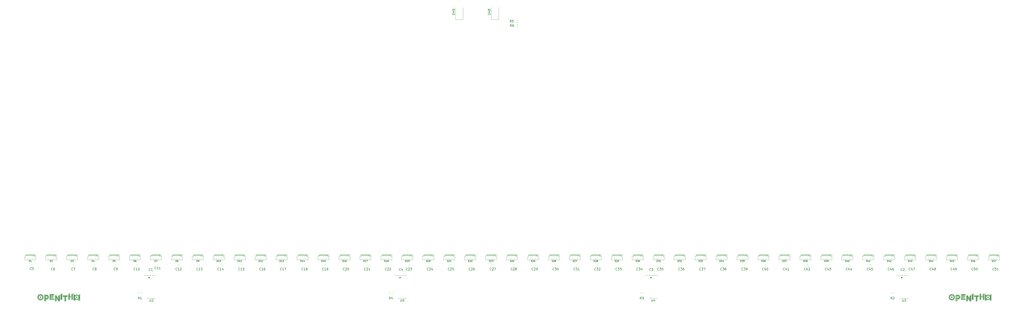
<source format=gbr>
G04 #@! TF.GenerationSoftware,KiCad,Pcbnew,(5.1.7)-1*
G04 #@! TF.CreationDate,2021-02-18T19:25:01-05:00*
G04 #@! TF.ProjectId,OpeNITHM-full,4f70654e-4954-4484-9d2d-66756c6c2e6b,rev?*
G04 #@! TF.SameCoordinates,Original*
G04 #@! TF.FileFunction,Legend,Top*
G04 #@! TF.FilePolarity,Positive*
%FSLAX46Y46*%
G04 Gerber Fmt 4.6, Leading zero omitted, Abs format (unit mm)*
G04 Created by KiCad (PCBNEW (5.1.7)-1) date 2021-02-18 19:25:01*
%MOMM*%
%LPD*%
G01*
G04 APERTURE LIST*
%ADD10C,0.050000*%
%ADD11C,0.120000*%
%ADD12C,0.080000*%
%ADD13C,0.500000*%
%ADD14C,0.175000*%
%ADD15C,0.100000*%
%ADD16C,0.150000*%
G04 APERTURE END LIST*
D10*
X364576667Y-119840000D02*
X364666667Y-119840000D01*
X360666667Y-119840000D02*
X360696667Y-119840000D01*
X361396667Y-119840000D02*
X361706667Y-119840000D01*
X362356667Y-119840000D02*
X362616667Y-119840000D01*
X361416667Y-120740000D02*
X361736667Y-120740000D01*
X362356667Y-120740000D02*
X362636667Y-120740000D01*
X364666667Y-119970000D02*
X364666667Y-119840000D01*
X364666667Y-119840000D02*
X364606667Y-119260000D01*
X364596667Y-120200000D02*
X364666667Y-119970000D01*
X364606667Y-119260000D02*
X360726667Y-119260000D01*
X364606667Y-119190000D02*
X360726667Y-119190000D01*
X360666667Y-119970000D02*
X360666667Y-119840000D01*
X363506667Y-120740000D02*
X363826667Y-120740000D01*
X363516667Y-119840000D02*
X363816667Y-119840000D01*
X360726667Y-119260000D02*
X360666667Y-119840000D01*
X360726667Y-119260000D02*
X360726667Y-119190000D01*
X360706667Y-120150000D02*
X360666667Y-119970000D01*
X364606667Y-119260000D02*
X364606667Y-119190000D01*
D11*
X360816667Y-119000000D02*
X360116667Y-119700000D01*
X360116667Y-121300000D02*
X365116667Y-121300000D01*
X360116667Y-119700000D02*
X360116667Y-121300000D01*
X365116667Y-119000000D02*
X360816667Y-119000000D01*
X365116667Y-121300000D02*
X365116667Y-119000000D01*
D10*
X355243318Y-119840000D02*
X355333318Y-119840000D01*
X351333318Y-119840000D02*
X351363318Y-119840000D01*
X352063318Y-119840000D02*
X352373318Y-119840000D01*
X353023318Y-119840000D02*
X353283318Y-119840000D01*
X352083318Y-120740000D02*
X352403318Y-120740000D01*
X353023318Y-120740000D02*
X353303318Y-120740000D01*
X355333318Y-119970000D02*
X355333318Y-119840000D01*
X355333318Y-119840000D02*
X355273318Y-119260000D01*
X355263318Y-120200000D02*
X355333318Y-119970000D01*
X355273318Y-119260000D02*
X351393318Y-119260000D01*
X355273318Y-119190000D02*
X351393318Y-119190000D01*
X351333318Y-119970000D02*
X351333318Y-119840000D01*
X354173318Y-120740000D02*
X354493318Y-120740000D01*
X354183318Y-119840000D02*
X354483318Y-119840000D01*
X351393318Y-119260000D02*
X351333318Y-119840000D01*
X351393318Y-119260000D02*
X351393318Y-119190000D01*
X351373318Y-120150000D02*
X351333318Y-119970000D01*
X355273318Y-119260000D02*
X355273318Y-119190000D01*
D11*
X351483318Y-119000000D02*
X350783318Y-119700000D01*
X350783318Y-121300000D02*
X355783318Y-121300000D01*
X350783318Y-119700000D02*
X350783318Y-121300000D01*
X355783318Y-119000000D02*
X351483318Y-119000000D01*
X355783318Y-121300000D02*
X355783318Y-119000000D01*
D10*
X345909985Y-119840000D02*
X345999985Y-119840000D01*
X341999985Y-119840000D02*
X342029985Y-119840000D01*
X342729985Y-119840000D02*
X343039985Y-119840000D01*
X343689985Y-119840000D02*
X343949985Y-119840000D01*
X342749985Y-120740000D02*
X343069985Y-120740000D01*
X343689985Y-120740000D02*
X343969985Y-120740000D01*
X345999985Y-119970000D02*
X345999985Y-119840000D01*
X345999985Y-119840000D02*
X345939985Y-119260000D01*
X345929985Y-120200000D02*
X345999985Y-119970000D01*
X345939985Y-119260000D02*
X342059985Y-119260000D01*
X345939985Y-119190000D02*
X342059985Y-119190000D01*
X341999985Y-119970000D02*
X341999985Y-119840000D01*
X344839985Y-120740000D02*
X345159985Y-120740000D01*
X344849985Y-119840000D02*
X345149985Y-119840000D01*
X342059985Y-119260000D02*
X341999985Y-119840000D01*
X342059985Y-119260000D02*
X342059985Y-119190000D01*
X342039985Y-120150000D02*
X341999985Y-119970000D01*
X345939985Y-119260000D02*
X345939985Y-119190000D01*
D11*
X342149985Y-119000000D02*
X341449985Y-119700000D01*
X341449985Y-121300000D02*
X346449985Y-121300000D01*
X341449985Y-119700000D02*
X341449985Y-121300000D01*
X346449985Y-119000000D02*
X342149985Y-119000000D01*
X346449985Y-121300000D02*
X346449985Y-119000000D01*
D10*
X336576652Y-119840000D02*
X336666652Y-119840000D01*
X332666652Y-119840000D02*
X332696652Y-119840000D01*
X333396652Y-119840000D02*
X333706652Y-119840000D01*
X334356652Y-119840000D02*
X334616652Y-119840000D01*
X333416652Y-120740000D02*
X333736652Y-120740000D01*
X334356652Y-120740000D02*
X334636652Y-120740000D01*
X336666652Y-119970000D02*
X336666652Y-119840000D01*
X336666652Y-119840000D02*
X336606652Y-119260000D01*
X336596652Y-120200000D02*
X336666652Y-119970000D01*
X336606652Y-119260000D02*
X332726652Y-119260000D01*
X336606652Y-119190000D02*
X332726652Y-119190000D01*
X332666652Y-119970000D02*
X332666652Y-119840000D01*
X335506652Y-120740000D02*
X335826652Y-120740000D01*
X335516652Y-119840000D02*
X335816652Y-119840000D01*
X332726652Y-119260000D02*
X332666652Y-119840000D01*
X332726652Y-119260000D02*
X332726652Y-119190000D01*
X332706652Y-120150000D02*
X332666652Y-119970000D01*
X336606652Y-119260000D02*
X336606652Y-119190000D01*
D11*
X332816652Y-119000000D02*
X332116652Y-119700000D01*
X332116652Y-121300000D02*
X337116652Y-121300000D01*
X332116652Y-119700000D02*
X332116652Y-121300000D01*
X337116652Y-119000000D02*
X332816652Y-119000000D01*
X337116652Y-121300000D02*
X337116652Y-119000000D01*
D10*
X327243319Y-119840000D02*
X327333319Y-119840000D01*
X323333319Y-119840000D02*
X323363319Y-119840000D01*
X324063319Y-119840000D02*
X324373319Y-119840000D01*
X325023319Y-119840000D02*
X325283319Y-119840000D01*
X324083319Y-120740000D02*
X324403319Y-120740000D01*
X325023319Y-120740000D02*
X325303319Y-120740000D01*
X327333319Y-119970000D02*
X327333319Y-119840000D01*
X327333319Y-119840000D02*
X327273319Y-119260000D01*
X327263319Y-120200000D02*
X327333319Y-119970000D01*
X327273319Y-119260000D02*
X323393319Y-119260000D01*
X327273319Y-119190000D02*
X323393319Y-119190000D01*
X323333319Y-119970000D02*
X323333319Y-119840000D01*
X326173319Y-120740000D02*
X326493319Y-120740000D01*
X326183319Y-119840000D02*
X326483319Y-119840000D01*
X323393319Y-119260000D02*
X323333319Y-119840000D01*
X323393319Y-119260000D02*
X323393319Y-119190000D01*
X323373319Y-120150000D02*
X323333319Y-119970000D01*
X327273319Y-119260000D02*
X327273319Y-119190000D01*
D11*
X323483319Y-119000000D02*
X322783319Y-119700000D01*
X322783319Y-121300000D02*
X327783319Y-121300000D01*
X322783319Y-119700000D02*
X322783319Y-121300000D01*
X327783319Y-119000000D02*
X323483319Y-119000000D01*
X327783319Y-121300000D02*
X327783319Y-119000000D01*
D10*
X317909986Y-119840000D02*
X317999986Y-119840000D01*
X313999986Y-119840000D02*
X314029986Y-119840000D01*
X314729986Y-119840000D02*
X315039986Y-119840000D01*
X315689986Y-119840000D02*
X315949986Y-119840000D01*
X314749986Y-120740000D02*
X315069986Y-120740000D01*
X315689986Y-120740000D02*
X315969986Y-120740000D01*
X317999986Y-119970000D02*
X317999986Y-119840000D01*
X317999986Y-119840000D02*
X317939986Y-119260000D01*
X317929986Y-120200000D02*
X317999986Y-119970000D01*
X317939986Y-119260000D02*
X314059986Y-119260000D01*
X317939986Y-119190000D02*
X314059986Y-119190000D01*
X313999986Y-119970000D02*
X313999986Y-119840000D01*
X316839986Y-120740000D02*
X317159986Y-120740000D01*
X316849986Y-119840000D02*
X317149986Y-119840000D01*
X314059986Y-119260000D02*
X313999986Y-119840000D01*
X314059986Y-119260000D02*
X314059986Y-119190000D01*
X314039986Y-120150000D02*
X313999986Y-119970000D01*
X317939986Y-119260000D02*
X317939986Y-119190000D01*
D11*
X314149986Y-119000000D02*
X313449986Y-119700000D01*
X313449986Y-121300000D02*
X318449986Y-121300000D01*
X313449986Y-119700000D02*
X313449986Y-121300000D01*
X318449986Y-119000000D02*
X314149986Y-119000000D01*
X318449986Y-121300000D02*
X318449986Y-119000000D01*
D10*
X308576653Y-119840000D02*
X308666653Y-119840000D01*
X304666653Y-119840000D02*
X304696653Y-119840000D01*
X305396653Y-119840000D02*
X305706653Y-119840000D01*
X306356653Y-119840000D02*
X306616653Y-119840000D01*
X305416653Y-120740000D02*
X305736653Y-120740000D01*
X306356653Y-120740000D02*
X306636653Y-120740000D01*
X308666653Y-119970000D02*
X308666653Y-119840000D01*
X308666653Y-119840000D02*
X308606653Y-119260000D01*
X308596653Y-120200000D02*
X308666653Y-119970000D01*
X308606653Y-119260000D02*
X304726653Y-119260000D01*
X308606653Y-119190000D02*
X304726653Y-119190000D01*
X304666653Y-119970000D02*
X304666653Y-119840000D01*
X307506653Y-120740000D02*
X307826653Y-120740000D01*
X307516653Y-119840000D02*
X307816653Y-119840000D01*
X304726653Y-119260000D02*
X304666653Y-119840000D01*
X304726653Y-119260000D02*
X304726653Y-119190000D01*
X304706653Y-120150000D02*
X304666653Y-119970000D01*
X308606653Y-119260000D02*
X308606653Y-119190000D01*
D11*
X304816653Y-119000000D02*
X304116653Y-119700000D01*
X304116653Y-121300000D02*
X309116653Y-121300000D01*
X304116653Y-119700000D02*
X304116653Y-121300000D01*
X309116653Y-119000000D02*
X304816653Y-119000000D01*
X309116653Y-121300000D02*
X309116653Y-119000000D01*
D10*
X299243320Y-119840000D02*
X299333320Y-119840000D01*
X295333320Y-119840000D02*
X295363320Y-119840000D01*
X296063320Y-119840000D02*
X296373320Y-119840000D01*
X297023320Y-119840000D02*
X297283320Y-119840000D01*
X296083320Y-120740000D02*
X296403320Y-120740000D01*
X297023320Y-120740000D02*
X297303320Y-120740000D01*
X299333320Y-119970000D02*
X299333320Y-119840000D01*
X299333320Y-119840000D02*
X299273320Y-119260000D01*
X299263320Y-120200000D02*
X299333320Y-119970000D01*
X299273320Y-119260000D02*
X295393320Y-119260000D01*
X299273320Y-119190000D02*
X295393320Y-119190000D01*
X295333320Y-119970000D02*
X295333320Y-119840000D01*
X298173320Y-120740000D02*
X298493320Y-120740000D01*
X298183320Y-119840000D02*
X298483320Y-119840000D01*
X295393320Y-119260000D02*
X295333320Y-119840000D01*
X295393320Y-119260000D02*
X295393320Y-119190000D01*
X295373320Y-120150000D02*
X295333320Y-119970000D01*
X299273320Y-119260000D02*
X299273320Y-119190000D01*
D11*
X295483320Y-119000000D02*
X294783320Y-119700000D01*
X294783320Y-121300000D02*
X299783320Y-121300000D01*
X294783320Y-119700000D02*
X294783320Y-121300000D01*
X299783320Y-119000000D02*
X295483320Y-119000000D01*
X299783320Y-121300000D02*
X299783320Y-119000000D01*
D10*
X289909987Y-119840000D02*
X289999987Y-119840000D01*
X285999987Y-119840000D02*
X286029987Y-119840000D01*
X286729987Y-119840000D02*
X287039987Y-119840000D01*
X287689987Y-119840000D02*
X287949987Y-119840000D01*
X286749987Y-120740000D02*
X287069987Y-120740000D01*
X287689987Y-120740000D02*
X287969987Y-120740000D01*
X289999987Y-119970000D02*
X289999987Y-119840000D01*
X289999987Y-119840000D02*
X289939987Y-119260000D01*
X289929987Y-120200000D02*
X289999987Y-119970000D01*
X289939987Y-119260000D02*
X286059987Y-119260000D01*
X289939987Y-119190000D02*
X286059987Y-119190000D01*
X285999987Y-119970000D02*
X285999987Y-119840000D01*
X288839987Y-120740000D02*
X289159987Y-120740000D01*
X288849987Y-119840000D02*
X289149987Y-119840000D01*
X286059987Y-119260000D02*
X285999987Y-119840000D01*
X286059987Y-119260000D02*
X286059987Y-119190000D01*
X286039987Y-120150000D02*
X285999987Y-119970000D01*
X289939987Y-119260000D02*
X289939987Y-119190000D01*
D11*
X286149987Y-119000000D02*
X285449987Y-119700000D01*
X285449987Y-121300000D02*
X290449987Y-121300000D01*
X285449987Y-119700000D02*
X285449987Y-121300000D01*
X290449987Y-119000000D02*
X286149987Y-119000000D01*
X290449987Y-121300000D02*
X290449987Y-119000000D01*
D10*
X280576654Y-119840000D02*
X280666654Y-119840000D01*
X276666654Y-119840000D02*
X276696654Y-119840000D01*
X277396654Y-119840000D02*
X277706654Y-119840000D01*
X278356654Y-119840000D02*
X278616654Y-119840000D01*
X277416654Y-120740000D02*
X277736654Y-120740000D01*
X278356654Y-120740000D02*
X278636654Y-120740000D01*
X280666654Y-119970000D02*
X280666654Y-119840000D01*
X280666654Y-119840000D02*
X280606654Y-119260000D01*
X280596654Y-120200000D02*
X280666654Y-119970000D01*
X280606654Y-119260000D02*
X276726654Y-119260000D01*
X280606654Y-119190000D02*
X276726654Y-119190000D01*
X276666654Y-119970000D02*
X276666654Y-119840000D01*
X279506654Y-120740000D02*
X279826654Y-120740000D01*
X279516654Y-119840000D02*
X279816654Y-119840000D01*
X276726654Y-119260000D02*
X276666654Y-119840000D01*
X276726654Y-119260000D02*
X276726654Y-119190000D01*
X276706654Y-120150000D02*
X276666654Y-119970000D01*
X280606654Y-119260000D02*
X280606654Y-119190000D01*
D11*
X276816654Y-119000000D02*
X276116654Y-119700000D01*
X276116654Y-121300000D02*
X281116654Y-121300000D01*
X276116654Y-119700000D02*
X276116654Y-121300000D01*
X281116654Y-119000000D02*
X276816654Y-119000000D01*
X281116654Y-121300000D02*
X281116654Y-119000000D01*
D10*
X271243321Y-119840000D02*
X271333321Y-119840000D01*
X267333321Y-119840000D02*
X267363321Y-119840000D01*
X268063321Y-119840000D02*
X268373321Y-119840000D01*
X269023321Y-119840000D02*
X269283321Y-119840000D01*
X268083321Y-120740000D02*
X268403321Y-120740000D01*
X269023321Y-120740000D02*
X269303321Y-120740000D01*
X271333321Y-119970000D02*
X271333321Y-119840000D01*
X271333321Y-119840000D02*
X271273321Y-119260000D01*
X271263321Y-120200000D02*
X271333321Y-119970000D01*
X271273321Y-119260000D02*
X267393321Y-119260000D01*
X271273321Y-119190000D02*
X267393321Y-119190000D01*
X267333321Y-119970000D02*
X267333321Y-119840000D01*
X270173321Y-120740000D02*
X270493321Y-120740000D01*
X270183321Y-119840000D02*
X270483321Y-119840000D01*
X267393321Y-119260000D02*
X267333321Y-119840000D01*
X267393321Y-119260000D02*
X267393321Y-119190000D01*
X267373321Y-120150000D02*
X267333321Y-119970000D01*
X271273321Y-119260000D02*
X271273321Y-119190000D01*
D11*
X267483321Y-119000000D02*
X266783321Y-119700000D01*
X266783321Y-121300000D02*
X271783321Y-121300000D01*
X266783321Y-119700000D02*
X266783321Y-121300000D01*
X271783321Y-119000000D02*
X267483321Y-119000000D01*
X271783321Y-121300000D02*
X271783321Y-119000000D01*
D10*
X261909988Y-119840000D02*
X261999988Y-119840000D01*
X257999988Y-119840000D02*
X258029988Y-119840000D01*
X258729988Y-119840000D02*
X259039988Y-119840000D01*
X259689988Y-119840000D02*
X259949988Y-119840000D01*
X258749988Y-120740000D02*
X259069988Y-120740000D01*
X259689988Y-120740000D02*
X259969988Y-120740000D01*
X261999988Y-119970000D02*
X261999988Y-119840000D01*
X261999988Y-119840000D02*
X261939988Y-119260000D01*
X261929988Y-120200000D02*
X261999988Y-119970000D01*
X261939988Y-119260000D02*
X258059988Y-119260000D01*
X261939988Y-119190000D02*
X258059988Y-119190000D01*
X257999988Y-119970000D02*
X257999988Y-119840000D01*
X260839988Y-120740000D02*
X261159988Y-120740000D01*
X260849988Y-119840000D02*
X261149988Y-119840000D01*
X258059988Y-119260000D02*
X257999988Y-119840000D01*
X258059988Y-119260000D02*
X258059988Y-119190000D01*
X258039988Y-120150000D02*
X257999988Y-119970000D01*
X261939988Y-119260000D02*
X261939988Y-119190000D01*
D11*
X258149988Y-119000000D02*
X257449988Y-119700000D01*
X257449988Y-121300000D02*
X262449988Y-121300000D01*
X257449988Y-119700000D02*
X257449988Y-121300000D01*
X262449988Y-119000000D02*
X258149988Y-119000000D01*
X262449988Y-121300000D02*
X262449988Y-119000000D01*
D10*
X252576655Y-119840000D02*
X252666655Y-119840000D01*
X248666655Y-119840000D02*
X248696655Y-119840000D01*
X249396655Y-119840000D02*
X249706655Y-119840000D01*
X250356655Y-119840000D02*
X250616655Y-119840000D01*
X249416655Y-120740000D02*
X249736655Y-120740000D01*
X250356655Y-120740000D02*
X250636655Y-120740000D01*
X252666655Y-119970000D02*
X252666655Y-119840000D01*
X252666655Y-119840000D02*
X252606655Y-119260000D01*
X252596655Y-120200000D02*
X252666655Y-119970000D01*
X252606655Y-119260000D02*
X248726655Y-119260000D01*
X252606655Y-119190000D02*
X248726655Y-119190000D01*
X248666655Y-119970000D02*
X248666655Y-119840000D01*
X251506655Y-120740000D02*
X251826655Y-120740000D01*
X251516655Y-119840000D02*
X251816655Y-119840000D01*
X248726655Y-119260000D02*
X248666655Y-119840000D01*
X248726655Y-119260000D02*
X248726655Y-119190000D01*
X248706655Y-120150000D02*
X248666655Y-119970000D01*
X252606655Y-119260000D02*
X252606655Y-119190000D01*
D11*
X248816655Y-119000000D02*
X248116655Y-119700000D01*
X248116655Y-121300000D02*
X253116655Y-121300000D01*
X248116655Y-119700000D02*
X248116655Y-121300000D01*
X253116655Y-119000000D02*
X248816655Y-119000000D01*
X253116655Y-121300000D02*
X253116655Y-119000000D01*
D10*
X243243322Y-119840000D02*
X243333322Y-119840000D01*
X239333322Y-119840000D02*
X239363322Y-119840000D01*
X240063322Y-119840000D02*
X240373322Y-119840000D01*
X241023322Y-119840000D02*
X241283322Y-119840000D01*
X240083322Y-120740000D02*
X240403322Y-120740000D01*
X241023322Y-120740000D02*
X241303322Y-120740000D01*
X243333322Y-119970000D02*
X243333322Y-119840000D01*
X243333322Y-119840000D02*
X243273322Y-119260000D01*
X243263322Y-120200000D02*
X243333322Y-119970000D01*
X243273322Y-119260000D02*
X239393322Y-119260000D01*
X243273322Y-119190000D02*
X239393322Y-119190000D01*
X239333322Y-119970000D02*
X239333322Y-119840000D01*
X242173322Y-120740000D02*
X242493322Y-120740000D01*
X242183322Y-119840000D02*
X242483322Y-119840000D01*
X239393322Y-119260000D02*
X239333322Y-119840000D01*
X239393322Y-119260000D02*
X239393322Y-119190000D01*
X239373322Y-120150000D02*
X239333322Y-119970000D01*
X243273322Y-119260000D02*
X243273322Y-119190000D01*
D11*
X239483322Y-119000000D02*
X238783322Y-119700000D01*
X238783322Y-121300000D02*
X243783322Y-121300000D01*
X238783322Y-119700000D02*
X238783322Y-121300000D01*
X243783322Y-119000000D02*
X239483322Y-119000000D01*
X243783322Y-121300000D02*
X243783322Y-119000000D01*
D10*
X233909989Y-119840000D02*
X233999989Y-119840000D01*
X229999989Y-119840000D02*
X230029989Y-119840000D01*
X230729989Y-119840000D02*
X231039989Y-119840000D01*
X231689989Y-119840000D02*
X231949989Y-119840000D01*
X230749989Y-120740000D02*
X231069989Y-120740000D01*
X231689989Y-120740000D02*
X231969989Y-120740000D01*
X233999989Y-119970000D02*
X233999989Y-119840000D01*
X233999989Y-119840000D02*
X233939989Y-119260000D01*
X233929989Y-120200000D02*
X233999989Y-119970000D01*
X233939989Y-119260000D02*
X230059989Y-119260000D01*
X233939989Y-119190000D02*
X230059989Y-119190000D01*
X229999989Y-119970000D02*
X229999989Y-119840000D01*
X232839989Y-120740000D02*
X233159989Y-120740000D01*
X232849989Y-119840000D02*
X233149989Y-119840000D01*
X230059989Y-119260000D02*
X229999989Y-119840000D01*
X230059989Y-119260000D02*
X230059989Y-119190000D01*
X230039989Y-120150000D02*
X229999989Y-119970000D01*
X233939989Y-119260000D02*
X233939989Y-119190000D01*
D11*
X230149989Y-119000000D02*
X229449989Y-119700000D01*
X229449989Y-121300000D02*
X234449989Y-121300000D01*
X229449989Y-119700000D02*
X229449989Y-121300000D01*
X234449989Y-119000000D02*
X230149989Y-119000000D01*
X234449989Y-121300000D02*
X234449989Y-119000000D01*
D10*
X224576656Y-119840000D02*
X224666656Y-119840000D01*
X220666656Y-119840000D02*
X220696656Y-119840000D01*
X221396656Y-119840000D02*
X221706656Y-119840000D01*
X222356656Y-119840000D02*
X222616656Y-119840000D01*
X221416656Y-120740000D02*
X221736656Y-120740000D01*
X222356656Y-120740000D02*
X222636656Y-120740000D01*
X224666656Y-119970000D02*
X224666656Y-119840000D01*
X224666656Y-119840000D02*
X224606656Y-119260000D01*
X224596656Y-120200000D02*
X224666656Y-119970000D01*
X224606656Y-119260000D02*
X220726656Y-119260000D01*
X224606656Y-119190000D02*
X220726656Y-119190000D01*
X220666656Y-119970000D02*
X220666656Y-119840000D01*
X223506656Y-120740000D02*
X223826656Y-120740000D01*
X223516656Y-119840000D02*
X223816656Y-119840000D01*
X220726656Y-119260000D02*
X220666656Y-119840000D01*
X220726656Y-119260000D02*
X220726656Y-119190000D01*
X220706656Y-120150000D02*
X220666656Y-119970000D01*
X224606656Y-119260000D02*
X224606656Y-119190000D01*
D11*
X220816656Y-119000000D02*
X220116656Y-119700000D01*
X220116656Y-121300000D02*
X225116656Y-121300000D01*
X220116656Y-119700000D02*
X220116656Y-121300000D01*
X225116656Y-119000000D02*
X220816656Y-119000000D01*
X225116656Y-121300000D02*
X225116656Y-119000000D01*
D10*
X215243323Y-119840000D02*
X215333323Y-119840000D01*
X211333323Y-119840000D02*
X211363323Y-119840000D01*
X212063323Y-119840000D02*
X212373323Y-119840000D01*
X213023323Y-119840000D02*
X213283323Y-119840000D01*
X212083323Y-120740000D02*
X212403323Y-120740000D01*
X213023323Y-120740000D02*
X213303323Y-120740000D01*
X215333323Y-119970000D02*
X215333323Y-119840000D01*
X215333323Y-119840000D02*
X215273323Y-119260000D01*
X215263323Y-120200000D02*
X215333323Y-119970000D01*
X215273323Y-119260000D02*
X211393323Y-119260000D01*
X215273323Y-119190000D02*
X211393323Y-119190000D01*
X211333323Y-119970000D02*
X211333323Y-119840000D01*
X214173323Y-120740000D02*
X214493323Y-120740000D01*
X214183323Y-119840000D02*
X214483323Y-119840000D01*
X211393323Y-119260000D02*
X211333323Y-119840000D01*
X211393323Y-119260000D02*
X211393323Y-119190000D01*
X211373323Y-120150000D02*
X211333323Y-119970000D01*
X215273323Y-119260000D02*
X215273323Y-119190000D01*
D11*
X211483323Y-119000000D02*
X210783323Y-119700000D01*
X210783323Y-121300000D02*
X215783323Y-121300000D01*
X210783323Y-119700000D02*
X210783323Y-121300000D01*
X215783323Y-119000000D02*
X211483323Y-119000000D01*
X215783323Y-121300000D02*
X215783323Y-119000000D01*
D10*
X205909990Y-119840000D02*
X205999990Y-119840000D01*
X201999990Y-119840000D02*
X202029990Y-119840000D01*
X202729990Y-119840000D02*
X203039990Y-119840000D01*
X203689990Y-119840000D02*
X203949990Y-119840000D01*
X202749990Y-120740000D02*
X203069990Y-120740000D01*
X203689990Y-120740000D02*
X203969990Y-120740000D01*
X205999990Y-119970000D02*
X205999990Y-119840000D01*
X205999990Y-119840000D02*
X205939990Y-119260000D01*
X205929990Y-120200000D02*
X205999990Y-119970000D01*
X205939990Y-119260000D02*
X202059990Y-119260000D01*
X205939990Y-119190000D02*
X202059990Y-119190000D01*
X201999990Y-119970000D02*
X201999990Y-119840000D01*
X204839990Y-120740000D02*
X205159990Y-120740000D01*
X204849990Y-119840000D02*
X205149990Y-119840000D01*
X202059990Y-119260000D02*
X201999990Y-119840000D01*
X202059990Y-119260000D02*
X202059990Y-119190000D01*
X202039990Y-120150000D02*
X201999990Y-119970000D01*
X205939990Y-119260000D02*
X205939990Y-119190000D01*
D11*
X202149990Y-119000000D02*
X201449990Y-119700000D01*
X201449990Y-121300000D02*
X206449990Y-121300000D01*
X201449990Y-119700000D02*
X201449990Y-121300000D01*
X206449990Y-119000000D02*
X202149990Y-119000000D01*
X206449990Y-121300000D02*
X206449990Y-119000000D01*
D10*
X196576657Y-119840000D02*
X196666657Y-119840000D01*
X192666657Y-119840000D02*
X192696657Y-119840000D01*
X193396657Y-119840000D02*
X193706657Y-119840000D01*
X194356657Y-119840000D02*
X194616657Y-119840000D01*
X193416657Y-120740000D02*
X193736657Y-120740000D01*
X194356657Y-120740000D02*
X194636657Y-120740000D01*
X196666657Y-119970000D02*
X196666657Y-119840000D01*
X196666657Y-119840000D02*
X196606657Y-119260000D01*
X196596657Y-120200000D02*
X196666657Y-119970000D01*
X196606657Y-119260000D02*
X192726657Y-119260000D01*
X196606657Y-119190000D02*
X192726657Y-119190000D01*
X192666657Y-119970000D02*
X192666657Y-119840000D01*
X195506657Y-120740000D02*
X195826657Y-120740000D01*
X195516657Y-119840000D02*
X195816657Y-119840000D01*
X192726657Y-119260000D02*
X192666657Y-119840000D01*
X192726657Y-119260000D02*
X192726657Y-119190000D01*
X192706657Y-120150000D02*
X192666657Y-119970000D01*
X196606657Y-119260000D02*
X196606657Y-119190000D01*
D11*
X192816657Y-119000000D02*
X192116657Y-119700000D01*
X192116657Y-121300000D02*
X197116657Y-121300000D01*
X192116657Y-119700000D02*
X192116657Y-121300000D01*
X197116657Y-119000000D02*
X192816657Y-119000000D01*
X197116657Y-121300000D02*
X197116657Y-119000000D01*
D10*
X187243324Y-119840000D02*
X187333324Y-119840000D01*
X183333324Y-119840000D02*
X183363324Y-119840000D01*
X184063324Y-119840000D02*
X184373324Y-119840000D01*
X185023324Y-119840000D02*
X185283324Y-119840000D01*
X184083324Y-120740000D02*
X184403324Y-120740000D01*
X185023324Y-120740000D02*
X185303324Y-120740000D01*
X187333324Y-119970000D02*
X187333324Y-119840000D01*
X187333324Y-119840000D02*
X187273324Y-119260000D01*
X187263324Y-120200000D02*
X187333324Y-119970000D01*
X187273324Y-119260000D02*
X183393324Y-119260000D01*
X187273324Y-119190000D02*
X183393324Y-119190000D01*
X183333324Y-119970000D02*
X183333324Y-119840000D01*
X186173324Y-120740000D02*
X186493324Y-120740000D01*
X186183324Y-119840000D02*
X186483324Y-119840000D01*
X183393324Y-119260000D02*
X183333324Y-119840000D01*
X183393324Y-119260000D02*
X183393324Y-119190000D01*
X183373324Y-120150000D02*
X183333324Y-119970000D01*
X187273324Y-119260000D02*
X187273324Y-119190000D01*
D11*
X183483324Y-119000000D02*
X182783324Y-119700000D01*
X182783324Y-121300000D02*
X187783324Y-121300000D01*
X182783324Y-119700000D02*
X182783324Y-121300000D01*
X187783324Y-119000000D02*
X183483324Y-119000000D01*
X187783324Y-121300000D02*
X187783324Y-119000000D01*
D10*
X177909991Y-119840000D02*
X177999991Y-119840000D01*
X173999991Y-119840000D02*
X174029991Y-119840000D01*
X174729991Y-119840000D02*
X175039991Y-119840000D01*
X175689991Y-119840000D02*
X175949991Y-119840000D01*
X174749991Y-120740000D02*
X175069991Y-120740000D01*
X175689991Y-120740000D02*
X175969991Y-120740000D01*
X177999991Y-119970000D02*
X177999991Y-119840000D01*
X177999991Y-119840000D02*
X177939991Y-119260000D01*
X177929991Y-120200000D02*
X177999991Y-119970000D01*
X177939991Y-119260000D02*
X174059991Y-119260000D01*
X177939991Y-119190000D02*
X174059991Y-119190000D01*
X173999991Y-119970000D02*
X173999991Y-119840000D01*
X176839991Y-120740000D02*
X177159991Y-120740000D01*
X176849991Y-119840000D02*
X177149991Y-119840000D01*
X174059991Y-119260000D02*
X173999991Y-119840000D01*
X174059991Y-119260000D02*
X174059991Y-119190000D01*
X174039991Y-120150000D02*
X173999991Y-119970000D01*
X177939991Y-119260000D02*
X177939991Y-119190000D01*
D11*
X174149991Y-119000000D02*
X173449991Y-119700000D01*
X173449991Y-121300000D02*
X178449991Y-121300000D01*
X173449991Y-119700000D02*
X173449991Y-121300000D01*
X178449991Y-119000000D02*
X174149991Y-119000000D01*
X178449991Y-121300000D02*
X178449991Y-119000000D01*
D10*
X168576658Y-119840000D02*
X168666658Y-119840000D01*
X164666658Y-119840000D02*
X164696658Y-119840000D01*
X165396658Y-119840000D02*
X165706658Y-119840000D01*
X166356658Y-119840000D02*
X166616658Y-119840000D01*
X165416658Y-120740000D02*
X165736658Y-120740000D01*
X166356658Y-120740000D02*
X166636658Y-120740000D01*
X168666658Y-119970000D02*
X168666658Y-119840000D01*
X168666658Y-119840000D02*
X168606658Y-119260000D01*
X168596658Y-120200000D02*
X168666658Y-119970000D01*
X168606658Y-119260000D02*
X164726658Y-119260000D01*
X168606658Y-119190000D02*
X164726658Y-119190000D01*
X164666658Y-119970000D02*
X164666658Y-119840000D01*
X167506658Y-120740000D02*
X167826658Y-120740000D01*
X167516658Y-119840000D02*
X167816658Y-119840000D01*
X164726658Y-119260000D02*
X164666658Y-119840000D01*
X164726658Y-119260000D02*
X164726658Y-119190000D01*
X164706658Y-120150000D02*
X164666658Y-119970000D01*
X168606658Y-119260000D02*
X168606658Y-119190000D01*
D11*
X164816658Y-119000000D02*
X164116658Y-119700000D01*
X164116658Y-121300000D02*
X169116658Y-121300000D01*
X164116658Y-119700000D02*
X164116658Y-121300000D01*
X169116658Y-119000000D02*
X164816658Y-119000000D01*
X169116658Y-121300000D02*
X169116658Y-119000000D01*
D10*
X159243325Y-119840000D02*
X159333325Y-119840000D01*
X155333325Y-119840000D02*
X155363325Y-119840000D01*
X156063325Y-119840000D02*
X156373325Y-119840000D01*
X157023325Y-119840000D02*
X157283325Y-119840000D01*
X156083325Y-120740000D02*
X156403325Y-120740000D01*
X157023325Y-120740000D02*
X157303325Y-120740000D01*
X159333325Y-119970000D02*
X159333325Y-119840000D01*
X159333325Y-119840000D02*
X159273325Y-119260000D01*
X159263325Y-120200000D02*
X159333325Y-119970000D01*
X159273325Y-119260000D02*
X155393325Y-119260000D01*
X159273325Y-119190000D02*
X155393325Y-119190000D01*
X155333325Y-119970000D02*
X155333325Y-119840000D01*
X158173325Y-120740000D02*
X158493325Y-120740000D01*
X158183325Y-119840000D02*
X158483325Y-119840000D01*
X155393325Y-119260000D02*
X155333325Y-119840000D01*
X155393325Y-119260000D02*
X155393325Y-119190000D01*
X155373325Y-120150000D02*
X155333325Y-119970000D01*
X159273325Y-119260000D02*
X159273325Y-119190000D01*
D11*
X155483325Y-119000000D02*
X154783325Y-119700000D01*
X154783325Y-121300000D02*
X159783325Y-121300000D01*
X154783325Y-119700000D02*
X154783325Y-121300000D01*
X159783325Y-119000000D02*
X155483325Y-119000000D01*
X159783325Y-121300000D02*
X159783325Y-119000000D01*
D10*
X149909992Y-119840000D02*
X149999992Y-119840000D01*
X145999992Y-119840000D02*
X146029992Y-119840000D01*
X146729992Y-119840000D02*
X147039992Y-119840000D01*
X147689992Y-119840000D02*
X147949992Y-119840000D01*
X146749992Y-120740000D02*
X147069992Y-120740000D01*
X147689992Y-120740000D02*
X147969992Y-120740000D01*
X149999992Y-119970000D02*
X149999992Y-119840000D01*
X149999992Y-119840000D02*
X149939992Y-119260000D01*
X149929992Y-120200000D02*
X149999992Y-119970000D01*
X149939992Y-119260000D02*
X146059992Y-119260000D01*
X149939992Y-119190000D02*
X146059992Y-119190000D01*
X145999992Y-119970000D02*
X145999992Y-119840000D01*
X148839992Y-120740000D02*
X149159992Y-120740000D01*
X148849992Y-119840000D02*
X149149992Y-119840000D01*
X146059992Y-119260000D02*
X145999992Y-119840000D01*
X146059992Y-119260000D02*
X146059992Y-119190000D01*
X146039992Y-120150000D02*
X145999992Y-119970000D01*
X149939992Y-119260000D02*
X149939992Y-119190000D01*
D11*
X146149992Y-119000000D02*
X145449992Y-119700000D01*
X145449992Y-121300000D02*
X150449992Y-121300000D01*
X145449992Y-119700000D02*
X145449992Y-121300000D01*
X150449992Y-119000000D02*
X146149992Y-119000000D01*
X150449992Y-121300000D02*
X150449992Y-119000000D01*
D10*
X140576659Y-119840000D02*
X140666659Y-119840000D01*
X136666659Y-119840000D02*
X136696659Y-119840000D01*
X137396659Y-119840000D02*
X137706659Y-119840000D01*
X138356659Y-119840000D02*
X138616659Y-119840000D01*
X137416659Y-120740000D02*
X137736659Y-120740000D01*
X138356659Y-120740000D02*
X138636659Y-120740000D01*
X140666659Y-119970000D02*
X140666659Y-119840000D01*
X140666659Y-119840000D02*
X140606659Y-119260000D01*
X140596659Y-120200000D02*
X140666659Y-119970000D01*
X140606659Y-119260000D02*
X136726659Y-119260000D01*
X140606659Y-119190000D02*
X136726659Y-119190000D01*
X136666659Y-119970000D02*
X136666659Y-119840000D01*
X139506659Y-120740000D02*
X139826659Y-120740000D01*
X139516659Y-119840000D02*
X139816659Y-119840000D01*
X136726659Y-119260000D02*
X136666659Y-119840000D01*
X136726659Y-119260000D02*
X136726659Y-119190000D01*
X136706659Y-120150000D02*
X136666659Y-119970000D01*
X140606659Y-119260000D02*
X140606659Y-119190000D01*
D11*
X136816659Y-119000000D02*
X136116659Y-119700000D01*
X136116659Y-121300000D02*
X141116659Y-121300000D01*
X136116659Y-119700000D02*
X136116659Y-121300000D01*
X141116659Y-119000000D02*
X136816659Y-119000000D01*
X141116659Y-121300000D02*
X141116659Y-119000000D01*
D10*
X131243326Y-119840000D02*
X131333326Y-119840000D01*
X127333326Y-119840000D02*
X127363326Y-119840000D01*
X128063326Y-119840000D02*
X128373326Y-119840000D01*
X129023326Y-119840000D02*
X129283326Y-119840000D01*
X128083326Y-120740000D02*
X128403326Y-120740000D01*
X129023326Y-120740000D02*
X129303326Y-120740000D01*
X131333326Y-119970000D02*
X131333326Y-119840000D01*
X131333326Y-119840000D02*
X131273326Y-119260000D01*
X131263326Y-120200000D02*
X131333326Y-119970000D01*
X131273326Y-119260000D02*
X127393326Y-119260000D01*
X131273326Y-119190000D02*
X127393326Y-119190000D01*
X127333326Y-119970000D02*
X127333326Y-119840000D01*
X130173326Y-120740000D02*
X130493326Y-120740000D01*
X130183326Y-119840000D02*
X130483326Y-119840000D01*
X127393326Y-119260000D02*
X127333326Y-119840000D01*
X127393326Y-119260000D02*
X127393326Y-119190000D01*
X127373326Y-120150000D02*
X127333326Y-119970000D01*
X131273326Y-119260000D02*
X131273326Y-119190000D01*
D11*
X127483326Y-119000000D02*
X126783326Y-119700000D01*
X126783326Y-121300000D02*
X131783326Y-121300000D01*
X126783326Y-119700000D02*
X126783326Y-121300000D01*
X131783326Y-119000000D02*
X127483326Y-119000000D01*
X131783326Y-121300000D02*
X131783326Y-119000000D01*
D10*
X121909993Y-119840000D02*
X121999993Y-119840000D01*
X117999993Y-119840000D02*
X118029993Y-119840000D01*
X118729993Y-119840000D02*
X119039993Y-119840000D01*
X119689993Y-119840000D02*
X119949993Y-119840000D01*
X118749993Y-120740000D02*
X119069993Y-120740000D01*
X119689993Y-120740000D02*
X119969993Y-120740000D01*
X121999993Y-119970000D02*
X121999993Y-119840000D01*
X121999993Y-119840000D02*
X121939993Y-119260000D01*
X121929993Y-120200000D02*
X121999993Y-119970000D01*
X121939993Y-119260000D02*
X118059993Y-119260000D01*
X121939993Y-119190000D02*
X118059993Y-119190000D01*
X117999993Y-119970000D02*
X117999993Y-119840000D01*
X120839993Y-120740000D02*
X121159993Y-120740000D01*
X120849993Y-119840000D02*
X121149993Y-119840000D01*
X118059993Y-119260000D02*
X117999993Y-119840000D01*
X118059993Y-119260000D02*
X118059993Y-119190000D01*
X118039993Y-120150000D02*
X117999993Y-119970000D01*
X121939993Y-119260000D02*
X121939993Y-119190000D01*
D11*
X118149993Y-119000000D02*
X117449993Y-119700000D01*
X117449993Y-121300000D02*
X122449993Y-121300000D01*
X117449993Y-119700000D02*
X117449993Y-121300000D01*
X122449993Y-119000000D02*
X118149993Y-119000000D01*
X122449993Y-121300000D02*
X122449993Y-119000000D01*
D10*
X112576660Y-119840000D02*
X112666660Y-119840000D01*
X108666660Y-119840000D02*
X108696660Y-119840000D01*
X109396660Y-119840000D02*
X109706660Y-119840000D01*
X110356660Y-119840000D02*
X110616660Y-119840000D01*
X109416660Y-120740000D02*
X109736660Y-120740000D01*
X110356660Y-120740000D02*
X110636660Y-120740000D01*
X112666660Y-119970000D02*
X112666660Y-119840000D01*
X112666660Y-119840000D02*
X112606660Y-119260000D01*
X112596660Y-120200000D02*
X112666660Y-119970000D01*
X112606660Y-119260000D02*
X108726660Y-119260000D01*
X112606660Y-119190000D02*
X108726660Y-119190000D01*
X108666660Y-119970000D02*
X108666660Y-119840000D01*
X111506660Y-120740000D02*
X111826660Y-120740000D01*
X111516660Y-119840000D02*
X111816660Y-119840000D01*
X108726660Y-119260000D02*
X108666660Y-119840000D01*
X108726660Y-119260000D02*
X108726660Y-119190000D01*
X108706660Y-120150000D02*
X108666660Y-119970000D01*
X112606660Y-119260000D02*
X112606660Y-119190000D01*
D11*
X108816660Y-119000000D02*
X108116660Y-119700000D01*
X108116660Y-121300000D02*
X113116660Y-121300000D01*
X108116660Y-119700000D02*
X108116660Y-121300000D01*
X113116660Y-119000000D02*
X108816660Y-119000000D01*
X113116660Y-121300000D02*
X113116660Y-119000000D01*
D10*
X103243327Y-119840000D02*
X103333327Y-119840000D01*
X99333327Y-119840000D02*
X99363327Y-119840000D01*
X100063327Y-119840000D02*
X100373327Y-119840000D01*
X101023327Y-119840000D02*
X101283327Y-119840000D01*
X100083327Y-120740000D02*
X100403327Y-120740000D01*
X101023327Y-120740000D02*
X101303327Y-120740000D01*
X103333327Y-119970000D02*
X103333327Y-119840000D01*
X103333327Y-119840000D02*
X103273327Y-119260000D01*
X103263327Y-120200000D02*
X103333327Y-119970000D01*
X103273327Y-119260000D02*
X99393327Y-119260000D01*
X103273327Y-119190000D02*
X99393327Y-119190000D01*
X99333327Y-119970000D02*
X99333327Y-119840000D01*
X102173327Y-120740000D02*
X102493327Y-120740000D01*
X102183327Y-119840000D02*
X102483327Y-119840000D01*
X99393327Y-119260000D02*
X99333327Y-119840000D01*
X99393327Y-119260000D02*
X99393327Y-119190000D01*
X99373327Y-120150000D02*
X99333327Y-119970000D01*
X103273327Y-119260000D02*
X103273327Y-119190000D01*
D11*
X99483327Y-119000000D02*
X98783327Y-119700000D01*
X98783327Y-121300000D02*
X103783327Y-121300000D01*
X98783327Y-119700000D02*
X98783327Y-121300000D01*
X103783327Y-119000000D02*
X99483327Y-119000000D01*
X103783327Y-121300000D02*
X103783327Y-119000000D01*
D10*
X93909994Y-119840000D02*
X93999994Y-119840000D01*
X89999994Y-119840000D02*
X90029994Y-119840000D01*
X90729994Y-119840000D02*
X91039994Y-119840000D01*
X91689994Y-119840000D02*
X91949994Y-119840000D01*
X90749994Y-120740000D02*
X91069994Y-120740000D01*
X91689994Y-120740000D02*
X91969994Y-120740000D01*
X93999994Y-119970000D02*
X93999994Y-119840000D01*
X93999994Y-119840000D02*
X93939994Y-119260000D01*
X93929994Y-120200000D02*
X93999994Y-119970000D01*
X93939994Y-119260000D02*
X90059994Y-119260000D01*
X93939994Y-119190000D02*
X90059994Y-119190000D01*
X89999994Y-119970000D02*
X89999994Y-119840000D01*
X92839994Y-120740000D02*
X93159994Y-120740000D01*
X92849994Y-119840000D02*
X93149994Y-119840000D01*
X90059994Y-119260000D02*
X89999994Y-119840000D01*
X90059994Y-119260000D02*
X90059994Y-119190000D01*
X90039994Y-120150000D02*
X89999994Y-119970000D01*
X93939994Y-119260000D02*
X93939994Y-119190000D01*
D11*
X90149994Y-119000000D02*
X89449994Y-119700000D01*
X89449994Y-121300000D02*
X94449994Y-121300000D01*
X89449994Y-119700000D02*
X89449994Y-121300000D01*
X94449994Y-119000000D02*
X90149994Y-119000000D01*
X94449994Y-121300000D02*
X94449994Y-119000000D01*
D10*
X84576661Y-119840000D02*
X84666661Y-119840000D01*
X80666661Y-119840000D02*
X80696661Y-119840000D01*
X81396661Y-119840000D02*
X81706661Y-119840000D01*
X82356661Y-119840000D02*
X82616661Y-119840000D01*
X81416661Y-120740000D02*
X81736661Y-120740000D01*
X82356661Y-120740000D02*
X82636661Y-120740000D01*
X84666661Y-119970000D02*
X84666661Y-119840000D01*
X84666661Y-119840000D02*
X84606661Y-119260000D01*
X84596661Y-120200000D02*
X84666661Y-119970000D01*
X84606661Y-119260000D02*
X80726661Y-119260000D01*
X84606661Y-119190000D02*
X80726661Y-119190000D01*
X80666661Y-119970000D02*
X80666661Y-119840000D01*
X83506661Y-120740000D02*
X83826661Y-120740000D01*
X83516661Y-119840000D02*
X83816661Y-119840000D01*
X80726661Y-119260000D02*
X80666661Y-119840000D01*
X80726661Y-119260000D02*
X80726661Y-119190000D01*
X80706661Y-120150000D02*
X80666661Y-119970000D01*
X84606661Y-119260000D02*
X84606661Y-119190000D01*
D11*
X80816661Y-119000000D02*
X80116661Y-119700000D01*
X80116661Y-121300000D02*
X85116661Y-121300000D01*
X80116661Y-119700000D02*
X80116661Y-121300000D01*
X85116661Y-119000000D02*
X80816661Y-119000000D01*
X85116661Y-121300000D02*
X85116661Y-119000000D01*
D10*
X75243328Y-119840000D02*
X75333328Y-119840000D01*
X71333328Y-119840000D02*
X71363328Y-119840000D01*
X72063328Y-119840000D02*
X72373328Y-119840000D01*
X73023328Y-119840000D02*
X73283328Y-119840000D01*
X72083328Y-120740000D02*
X72403328Y-120740000D01*
X73023328Y-120740000D02*
X73303328Y-120740000D01*
X75333328Y-119970000D02*
X75333328Y-119840000D01*
X75333328Y-119840000D02*
X75273328Y-119260000D01*
X75263328Y-120200000D02*
X75333328Y-119970000D01*
X75273328Y-119260000D02*
X71393328Y-119260000D01*
X75273328Y-119190000D02*
X71393328Y-119190000D01*
X71333328Y-119970000D02*
X71333328Y-119840000D01*
X74173328Y-120740000D02*
X74493328Y-120740000D01*
X74183328Y-119840000D02*
X74483328Y-119840000D01*
X71393328Y-119260000D02*
X71333328Y-119840000D01*
X71393328Y-119260000D02*
X71393328Y-119190000D01*
X71373328Y-120150000D02*
X71333328Y-119970000D01*
X75273328Y-119260000D02*
X75273328Y-119190000D01*
D11*
X71483328Y-119000000D02*
X70783328Y-119700000D01*
X70783328Y-121300000D02*
X75783328Y-121300000D01*
X70783328Y-119700000D02*
X70783328Y-121300000D01*
X75783328Y-119000000D02*
X71483328Y-119000000D01*
X75783328Y-121300000D02*
X75783328Y-119000000D01*
D10*
X65909995Y-119840000D02*
X65999995Y-119840000D01*
X61999995Y-119840000D02*
X62029995Y-119840000D01*
X62729995Y-119840000D02*
X63039995Y-119840000D01*
X63689995Y-119840000D02*
X63949995Y-119840000D01*
X62749995Y-120740000D02*
X63069995Y-120740000D01*
X63689995Y-120740000D02*
X63969995Y-120740000D01*
X65999995Y-119970000D02*
X65999995Y-119840000D01*
X65999995Y-119840000D02*
X65939995Y-119260000D01*
X65929995Y-120200000D02*
X65999995Y-119970000D01*
X65939995Y-119260000D02*
X62059995Y-119260000D01*
X65939995Y-119190000D02*
X62059995Y-119190000D01*
X61999995Y-119970000D02*
X61999995Y-119840000D01*
X64839995Y-120740000D02*
X65159995Y-120740000D01*
X64849995Y-119840000D02*
X65149995Y-119840000D01*
X62059995Y-119260000D02*
X61999995Y-119840000D01*
X62059995Y-119260000D02*
X62059995Y-119190000D01*
X62039995Y-120150000D02*
X61999995Y-119970000D01*
X65939995Y-119260000D02*
X65939995Y-119190000D01*
D11*
X62149995Y-119000000D02*
X61449995Y-119700000D01*
X61449995Y-121300000D02*
X66449995Y-121300000D01*
X61449995Y-119700000D02*
X61449995Y-121300000D01*
X66449995Y-119000000D02*
X62149995Y-119000000D01*
X66449995Y-121300000D02*
X66449995Y-119000000D01*
D10*
X56576662Y-119840000D02*
X56666662Y-119840000D01*
X52666662Y-119840000D02*
X52696662Y-119840000D01*
X53396662Y-119840000D02*
X53706662Y-119840000D01*
X54356662Y-119840000D02*
X54616662Y-119840000D01*
X53416662Y-120740000D02*
X53736662Y-120740000D01*
X54356662Y-120740000D02*
X54636662Y-120740000D01*
X56666662Y-119970000D02*
X56666662Y-119840000D01*
X56666662Y-119840000D02*
X56606662Y-119260000D01*
X56596662Y-120200000D02*
X56666662Y-119970000D01*
X56606662Y-119260000D02*
X52726662Y-119260000D01*
X56606662Y-119190000D02*
X52726662Y-119190000D01*
X52666662Y-119970000D02*
X52666662Y-119840000D01*
X55506662Y-120740000D02*
X55826662Y-120740000D01*
X55516662Y-119840000D02*
X55816662Y-119840000D01*
X52726662Y-119260000D02*
X52666662Y-119840000D01*
X52726662Y-119260000D02*
X52726662Y-119190000D01*
X52706662Y-120150000D02*
X52666662Y-119970000D01*
X56606662Y-119260000D02*
X56606662Y-119190000D01*
D11*
X52816662Y-119000000D02*
X52116662Y-119700000D01*
X52116662Y-121300000D02*
X57116662Y-121300000D01*
X52116662Y-119700000D02*
X52116662Y-121300000D01*
X57116662Y-119000000D02*
X52816662Y-119000000D01*
X57116662Y-121300000D02*
X57116662Y-119000000D01*
D10*
X47243329Y-119840000D02*
X47333329Y-119840000D01*
X43333329Y-119840000D02*
X43363329Y-119840000D01*
X44063329Y-119840000D02*
X44373329Y-119840000D01*
X45023329Y-119840000D02*
X45283329Y-119840000D01*
X44083329Y-120740000D02*
X44403329Y-120740000D01*
X45023329Y-120740000D02*
X45303329Y-120740000D01*
X47333329Y-119970000D02*
X47333329Y-119840000D01*
X47333329Y-119840000D02*
X47273329Y-119260000D01*
X47263329Y-120200000D02*
X47333329Y-119970000D01*
X47273329Y-119260000D02*
X43393329Y-119260000D01*
X47273329Y-119190000D02*
X43393329Y-119190000D01*
X43333329Y-119970000D02*
X43333329Y-119840000D01*
X46173329Y-120740000D02*
X46493329Y-120740000D01*
X46183329Y-119840000D02*
X46483329Y-119840000D01*
X43393329Y-119260000D02*
X43333329Y-119840000D01*
X43393329Y-119260000D02*
X43393329Y-119190000D01*
X43373329Y-120150000D02*
X43333329Y-119970000D01*
X47273329Y-119260000D02*
X47273329Y-119190000D01*
D11*
X43483329Y-119000000D02*
X42783329Y-119700000D01*
X42783329Y-121300000D02*
X47783329Y-121300000D01*
X42783329Y-119700000D02*
X42783329Y-121300000D01*
X47783329Y-119000000D02*
X43483329Y-119000000D01*
X47783329Y-121300000D02*
X47783329Y-119000000D01*
D10*
X37909996Y-119840000D02*
X37999996Y-119840000D01*
X33999996Y-119840000D02*
X34029996Y-119840000D01*
X34729996Y-119840000D02*
X35039996Y-119840000D01*
X35689996Y-119840000D02*
X35949996Y-119840000D01*
X34749996Y-120740000D02*
X35069996Y-120740000D01*
X35689996Y-120740000D02*
X35969996Y-120740000D01*
X37999996Y-119970000D02*
X37999996Y-119840000D01*
X37999996Y-119840000D02*
X37939996Y-119260000D01*
X37929996Y-120200000D02*
X37999996Y-119970000D01*
X37939996Y-119260000D02*
X34059996Y-119260000D01*
X37939996Y-119190000D02*
X34059996Y-119190000D01*
X33999996Y-119970000D02*
X33999996Y-119840000D01*
X36839996Y-120740000D02*
X37159996Y-120740000D01*
X36849996Y-119840000D02*
X37149996Y-119840000D01*
X34059996Y-119260000D02*
X33999996Y-119840000D01*
X34059996Y-119260000D02*
X34059996Y-119190000D01*
X34039996Y-120150000D02*
X33999996Y-119970000D01*
X37939996Y-119260000D02*
X37939996Y-119190000D01*
D11*
X34149996Y-119000000D02*
X33449996Y-119700000D01*
X33449996Y-121300000D02*
X38449996Y-121300000D01*
X33449996Y-119700000D02*
X33449996Y-121300000D01*
X38449996Y-119000000D02*
X34149996Y-119000000D01*
X38449996Y-121300000D02*
X38449996Y-119000000D01*
D10*
X28576663Y-119840000D02*
X28666663Y-119840000D01*
X24666663Y-119840000D02*
X24696663Y-119840000D01*
X25396663Y-119840000D02*
X25706663Y-119840000D01*
X26356663Y-119840000D02*
X26616663Y-119840000D01*
X25416663Y-120740000D02*
X25736663Y-120740000D01*
X26356663Y-120740000D02*
X26636663Y-120740000D01*
X28666663Y-119970000D02*
X28666663Y-119840000D01*
X28666663Y-119840000D02*
X28606663Y-119260000D01*
X28596663Y-120200000D02*
X28666663Y-119970000D01*
X28606663Y-119260000D02*
X24726663Y-119260000D01*
X28606663Y-119190000D02*
X24726663Y-119190000D01*
X24666663Y-119970000D02*
X24666663Y-119840000D01*
X27506663Y-120740000D02*
X27826663Y-120740000D01*
X27516663Y-119840000D02*
X27816663Y-119840000D01*
X24726663Y-119260000D02*
X24666663Y-119840000D01*
X24726663Y-119260000D02*
X24726663Y-119190000D01*
X24706663Y-120150000D02*
X24666663Y-119970000D01*
X28606663Y-119260000D02*
X28606663Y-119190000D01*
D11*
X24816663Y-119000000D02*
X24116663Y-119700000D01*
X24116663Y-121300000D02*
X29116663Y-121300000D01*
X24116663Y-119700000D02*
X24116663Y-121300000D01*
X29116663Y-119000000D02*
X24816663Y-119000000D01*
X29116663Y-121300000D02*
X29116663Y-119000000D01*
D10*
X19243330Y-119840000D02*
X19333330Y-119840000D01*
X15333330Y-119840000D02*
X15363330Y-119840000D01*
X16063330Y-119840000D02*
X16373330Y-119840000D01*
X17023330Y-119840000D02*
X17283330Y-119840000D01*
X16083330Y-120740000D02*
X16403330Y-120740000D01*
X17023330Y-120740000D02*
X17303330Y-120740000D01*
X19333330Y-119970000D02*
X19333330Y-119840000D01*
X19333330Y-119840000D02*
X19273330Y-119260000D01*
X19263330Y-120200000D02*
X19333330Y-119970000D01*
X19273330Y-119260000D02*
X15393330Y-119260000D01*
X19273330Y-119190000D02*
X15393330Y-119190000D01*
X15333330Y-119970000D02*
X15333330Y-119840000D01*
X18173330Y-120740000D02*
X18493330Y-120740000D01*
X18183330Y-119840000D02*
X18483330Y-119840000D01*
X15393330Y-119260000D02*
X15333330Y-119840000D01*
X15393330Y-119260000D02*
X15393330Y-119190000D01*
X15373330Y-120150000D02*
X15333330Y-119970000D01*
X19273330Y-119260000D02*
X19273330Y-119190000D01*
D11*
X15483330Y-119000000D02*
X14783330Y-119700000D01*
X14783330Y-121300000D02*
X19783330Y-121300000D01*
X14783330Y-119700000D02*
X14783330Y-121300000D01*
X19783330Y-119000000D02*
X15483330Y-119000000D01*
X19783330Y-121300000D02*
X19783330Y-119000000D01*
D10*
X9909997Y-119840000D02*
X9999997Y-119840000D01*
X5999997Y-119840000D02*
X6029997Y-119840000D01*
X6729997Y-119840000D02*
X7039997Y-119840000D01*
X7689997Y-119840000D02*
X7949997Y-119840000D01*
X6749997Y-120740000D02*
X7069997Y-120740000D01*
X7689997Y-120740000D02*
X7969997Y-120740000D01*
X9999997Y-119970000D02*
X9999997Y-119840000D01*
X9999997Y-119840000D02*
X9939997Y-119260000D01*
X9929997Y-120200000D02*
X9999997Y-119970000D01*
X9939997Y-119260000D02*
X6059997Y-119260000D01*
X9939997Y-119190000D02*
X6059997Y-119190000D01*
X5999997Y-119970000D02*
X5999997Y-119840000D01*
X8839997Y-120740000D02*
X9159997Y-120740000D01*
X8849997Y-119840000D02*
X9149997Y-119840000D01*
X6059997Y-119260000D02*
X5999997Y-119840000D01*
X6059997Y-119260000D02*
X6059997Y-119190000D01*
X6039997Y-120150000D02*
X5999997Y-119970000D01*
X9939997Y-119260000D02*
X9939997Y-119190000D01*
D11*
X6149997Y-119000000D02*
X5449997Y-119700000D01*
X5449997Y-121300000D02*
X10449997Y-121300000D01*
X5449997Y-119700000D02*
X5449997Y-121300000D01*
X10449997Y-119000000D02*
X6149997Y-119000000D01*
X10449997Y-121300000D02*
X10449997Y-119000000D01*
D10*
X576664Y-119840000D02*
X666664Y-119840000D01*
X-3333336Y-119840000D02*
X-3303336Y-119840000D01*
X-2603336Y-119840000D02*
X-2293336Y-119840000D01*
X-1643336Y-119840000D02*
X-1383336Y-119840000D01*
X-2583336Y-120740000D02*
X-2263336Y-120740000D01*
X-1643336Y-120740000D02*
X-1363336Y-120740000D01*
X666664Y-119970000D02*
X666664Y-119840000D01*
X666664Y-119840000D02*
X606664Y-119260000D01*
X596664Y-120200000D02*
X666664Y-119970000D01*
X606664Y-119260000D02*
X-3273336Y-119260000D01*
X606664Y-119190000D02*
X-3273336Y-119190000D01*
X-3333336Y-119970000D02*
X-3333336Y-119840000D01*
X-493336Y-120740000D02*
X-173336Y-120740000D01*
X-483336Y-119840000D02*
X-183336Y-119840000D01*
X-3273336Y-119260000D02*
X-3333336Y-119840000D01*
X-3273336Y-119260000D02*
X-3273336Y-119190000D01*
X-3293336Y-120150000D02*
X-3333336Y-119970000D01*
X606664Y-119260000D02*
X606664Y-119190000D01*
D11*
X-3183336Y-119000000D02*
X-3883336Y-119700000D01*
X-3883336Y-121300000D02*
X1116664Y-121300000D01*
X-3883336Y-119700000D02*
X-3883336Y-121300000D01*
X1116664Y-119000000D02*
X-3183336Y-119000000D01*
X1116664Y-121300000D02*
X1116664Y-119000000D01*
D10*
X-8756669Y-119840000D02*
X-8666669Y-119840000D01*
X-12666669Y-119840000D02*
X-12636669Y-119840000D01*
X-11936669Y-119840000D02*
X-11626669Y-119840000D01*
X-10976669Y-119840000D02*
X-10716669Y-119840000D01*
X-11916669Y-120740000D02*
X-11596669Y-120740000D01*
X-10976669Y-120740000D02*
X-10696669Y-120740000D01*
X-8666669Y-119970000D02*
X-8666669Y-119840000D01*
X-8666669Y-119840000D02*
X-8726669Y-119260000D01*
X-8736669Y-120200000D02*
X-8666669Y-119970000D01*
X-8726669Y-119260000D02*
X-12606669Y-119260000D01*
X-8726669Y-119190000D02*
X-12606669Y-119190000D01*
X-12666669Y-119970000D02*
X-12666669Y-119840000D01*
X-9826669Y-120740000D02*
X-9506669Y-120740000D01*
X-9816669Y-119840000D02*
X-9516669Y-119840000D01*
X-12606669Y-119260000D02*
X-12666669Y-119840000D01*
X-12606669Y-119260000D02*
X-12606669Y-119190000D01*
X-12626669Y-120150000D02*
X-12666669Y-119970000D01*
X-8726669Y-119260000D02*
X-8726669Y-119190000D01*
D11*
X-12516669Y-119000000D02*
X-13216669Y-119700000D01*
X-13216669Y-121300000D02*
X-8216669Y-121300000D01*
X-13216669Y-119700000D02*
X-13216669Y-121300000D01*
X-8216669Y-119000000D02*
X-12516669Y-119000000D01*
X-8216669Y-121300000D02*
X-8216669Y-119000000D01*
D10*
X-18090002Y-119840000D02*
X-18000002Y-119840000D01*
X-22000002Y-119840000D02*
X-21970002Y-119840000D01*
X-21270002Y-119840000D02*
X-20960002Y-119840000D01*
X-20310002Y-119840000D02*
X-20050002Y-119840000D01*
X-21250002Y-120740000D02*
X-20930002Y-120740000D01*
X-20310002Y-120740000D02*
X-20030002Y-120740000D01*
X-18000002Y-119970000D02*
X-18000002Y-119840000D01*
X-18000002Y-119840000D02*
X-18060002Y-119260000D01*
X-18070002Y-120200000D02*
X-18000002Y-119970000D01*
X-18060002Y-119260000D02*
X-21940002Y-119260000D01*
X-18060002Y-119190000D02*
X-21940002Y-119190000D01*
X-22000002Y-119970000D02*
X-22000002Y-119840000D01*
X-19160002Y-120740000D02*
X-18840002Y-120740000D01*
X-19150002Y-119840000D02*
X-18850002Y-119840000D01*
X-21940002Y-119260000D02*
X-22000002Y-119840000D01*
X-21940002Y-119260000D02*
X-21940002Y-119190000D01*
X-21960002Y-120150000D02*
X-22000002Y-119970000D01*
X-18060002Y-119260000D02*
X-18060002Y-119190000D01*
D11*
X-21850002Y-119000000D02*
X-22550002Y-119700000D01*
X-22550002Y-121300000D02*
X-17550002Y-121300000D01*
X-22550002Y-119700000D02*
X-22550002Y-121300000D01*
X-17550002Y-119000000D02*
X-21850002Y-119000000D01*
X-17550002Y-121300000D02*
X-17550002Y-119000000D01*
D10*
X-27423335Y-119840000D02*
X-27333335Y-119840000D01*
X-31333335Y-119840000D02*
X-31303335Y-119840000D01*
X-30603335Y-119840000D02*
X-30293335Y-119840000D01*
X-29643335Y-119840000D02*
X-29383335Y-119840000D01*
X-30583335Y-120740000D02*
X-30263335Y-120740000D01*
X-29643335Y-120740000D02*
X-29363335Y-120740000D01*
X-27333335Y-119970000D02*
X-27333335Y-119840000D01*
X-27333335Y-119840000D02*
X-27393335Y-119260000D01*
X-27403335Y-120200000D02*
X-27333335Y-119970000D01*
X-27393335Y-119260000D02*
X-31273335Y-119260000D01*
X-27393335Y-119190000D02*
X-31273335Y-119190000D01*
X-31333335Y-119970000D02*
X-31333335Y-119840000D01*
X-28493335Y-120740000D02*
X-28173335Y-120740000D01*
X-28483335Y-119840000D02*
X-28183335Y-119840000D01*
X-31273335Y-119260000D02*
X-31333335Y-119840000D01*
X-31273335Y-119260000D02*
X-31273335Y-119190000D01*
X-31293335Y-120150000D02*
X-31333335Y-119970000D01*
X-27393335Y-119260000D02*
X-27393335Y-119190000D01*
D11*
X-31183335Y-119000000D02*
X-31883335Y-119700000D01*
X-31883335Y-121300000D02*
X-26883335Y-121300000D01*
X-31883335Y-119700000D02*
X-31883335Y-121300000D01*
X-26883335Y-119000000D02*
X-31183335Y-119000000D01*
X-26883335Y-121300000D02*
X-26883335Y-119000000D01*
D10*
X-36756668Y-119840000D02*
X-36666668Y-119840000D01*
X-40666668Y-119840000D02*
X-40636668Y-119840000D01*
X-39936668Y-119840000D02*
X-39626668Y-119840000D01*
X-38976668Y-119840000D02*
X-38716668Y-119840000D01*
X-39916668Y-120740000D02*
X-39596668Y-120740000D01*
X-38976668Y-120740000D02*
X-38696668Y-120740000D01*
X-36666668Y-119970000D02*
X-36666668Y-119840000D01*
X-36666668Y-119840000D02*
X-36726668Y-119260000D01*
X-36736668Y-120200000D02*
X-36666668Y-119970000D01*
X-36726668Y-119260000D02*
X-40606668Y-119260000D01*
X-36726668Y-119190000D02*
X-40606668Y-119190000D01*
X-40666668Y-119970000D02*
X-40666668Y-119840000D01*
X-37826668Y-120740000D02*
X-37506668Y-120740000D01*
X-37816668Y-119840000D02*
X-37516668Y-119840000D01*
X-40606668Y-119260000D02*
X-40666668Y-119840000D01*
X-40606668Y-119260000D02*
X-40606668Y-119190000D01*
X-40626668Y-120150000D02*
X-40666668Y-119970000D01*
X-36726668Y-119260000D02*
X-36726668Y-119190000D01*
D11*
X-40516668Y-119000000D02*
X-41216668Y-119700000D01*
X-41216668Y-121300000D02*
X-36216668Y-121300000D01*
X-41216668Y-119700000D02*
X-41216668Y-121300000D01*
X-36216668Y-119000000D02*
X-40516668Y-119000000D01*
X-36216668Y-121300000D02*
X-36216668Y-119000000D01*
D10*
X-46090001Y-119840000D02*
X-46000001Y-119840000D01*
X-50000001Y-119840000D02*
X-49970001Y-119840000D01*
X-49270001Y-119840000D02*
X-48960001Y-119840000D01*
X-48310001Y-119840000D02*
X-48050001Y-119840000D01*
X-49250001Y-120740000D02*
X-48930001Y-120740000D01*
X-48310001Y-120740000D02*
X-48030001Y-120740000D01*
X-46000001Y-119970000D02*
X-46000001Y-119840000D01*
X-46000001Y-119840000D02*
X-46060001Y-119260000D01*
X-46070001Y-120200000D02*
X-46000001Y-119970000D01*
X-46060001Y-119260000D02*
X-49940001Y-119260000D01*
X-46060001Y-119190000D02*
X-49940001Y-119190000D01*
X-50000001Y-119970000D02*
X-50000001Y-119840000D01*
X-47160001Y-120740000D02*
X-46840001Y-120740000D01*
X-47150001Y-119840000D02*
X-46850001Y-119840000D01*
X-49940001Y-119260000D02*
X-50000001Y-119840000D01*
X-49940001Y-119260000D02*
X-49940001Y-119190000D01*
X-49960001Y-120150000D02*
X-50000001Y-119970000D01*
X-46060001Y-119260000D02*
X-46060001Y-119190000D01*
D11*
X-49850001Y-119000000D02*
X-50550001Y-119700000D01*
X-50550001Y-121300000D02*
X-45550001Y-121300000D01*
X-50550001Y-119700000D02*
X-50550001Y-121300000D01*
X-45550001Y-119000000D02*
X-49850001Y-119000000D01*
X-45550001Y-121300000D02*
X-45550001Y-119000000D01*
D10*
X-55423334Y-119840000D02*
X-55333334Y-119840000D01*
X-59333334Y-119840000D02*
X-59303334Y-119840000D01*
X-58603334Y-119840000D02*
X-58293334Y-119840000D01*
X-57643334Y-119840000D02*
X-57383334Y-119840000D01*
X-58583334Y-120740000D02*
X-58263334Y-120740000D01*
X-57643334Y-120740000D02*
X-57363334Y-120740000D01*
X-55333334Y-119970000D02*
X-55333334Y-119840000D01*
X-55333334Y-119840000D02*
X-55393334Y-119260000D01*
X-55403334Y-120200000D02*
X-55333334Y-119970000D01*
X-55393334Y-119260000D02*
X-59273334Y-119260000D01*
X-55393334Y-119190000D02*
X-59273334Y-119190000D01*
X-59333334Y-119970000D02*
X-59333334Y-119840000D01*
X-56493334Y-120740000D02*
X-56173334Y-120740000D01*
X-56483334Y-119840000D02*
X-56183334Y-119840000D01*
X-59273334Y-119260000D02*
X-59333334Y-119840000D01*
X-59273334Y-119260000D02*
X-59273334Y-119190000D01*
X-59293334Y-120150000D02*
X-59333334Y-119970000D01*
X-55393334Y-119260000D02*
X-55393334Y-119190000D01*
D11*
X-59183334Y-119000000D02*
X-59883334Y-119700000D01*
X-59883334Y-121300000D02*
X-54883334Y-121300000D01*
X-59883334Y-119700000D02*
X-59883334Y-121300000D01*
X-54883334Y-119000000D02*
X-59183334Y-119000000D01*
X-54883334Y-121300000D02*
X-54883334Y-119000000D01*
D10*
X-64756667Y-119840000D02*
X-64666667Y-119840000D01*
X-68666667Y-119840000D02*
X-68636667Y-119840000D01*
X-67936667Y-119840000D02*
X-67626667Y-119840000D01*
X-66976667Y-119840000D02*
X-66716667Y-119840000D01*
X-67916667Y-120740000D02*
X-67596667Y-120740000D01*
X-66976667Y-120740000D02*
X-66696667Y-120740000D01*
X-64666667Y-119970000D02*
X-64666667Y-119840000D01*
X-64666667Y-119840000D02*
X-64726667Y-119260000D01*
X-64736667Y-120200000D02*
X-64666667Y-119970000D01*
X-64726667Y-119260000D02*
X-68606667Y-119260000D01*
X-64726667Y-119190000D02*
X-68606667Y-119190000D01*
X-68666667Y-119970000D02*
X-68666667Y-119840000D01*
X-65826667Y-120740000D02*
X-65506667Y-120740000D01*
X-65816667Y-119840000D02*
X-65516667Y-119840000D01*
X-68606667Y-119260000D02*
X-68666667Y-119840000D01*
X-68606667Y-119260000D02*
X-68606667Y-119190000D01*
X-68626667Y-120150000D02*
X-68666667Y-119970000D01*
X-64726667Y-119260000D02*
X-64726667Y-119190000D01*
D11*
X-68516667Y-119000000D02*
X-69216667Y-119700000D01*
X-69216667Y-121300000D02*
X-64216667Y-121300000D01*
X-69216667Y-119700000D02*
X-69216667Y-121300000D01*
X-64216667Y-119000000D02*
X-68516667Y-119000000D01*
X-64216667Y-121300000D02*
X-64216667Y-119000000D01*
X363251087Y-123490000D02*
X363532247Y-123490000D01*
X363251087Y-124510000D02*
X363532247Y-124510000D01*
X353917738Y-123490000D02*
X354198898Y-123490000D01*
X353917738Y-124510000D02*
X354198898Y-124510000D01*
X344584405Y-123490000D02*
X344865565Y-123490000D01*
X344584405Y-124510000D02*
X344865565Y-124510000D01*
X335251072Y-123490000D02*
X335532232Y-123490000D01*
X335251072Y-124510000D02*
X335532232Y-124510000D01*
X325917739Y-123490000D02*
X326198899Y-123490000D01*
X325917739Y-124510000D02*
X326198899Y-124510000D01*
X316584406Y-123490000D02*
X316865566Y-123490000D01*
X316584406Y-124510000D02*
X316865566Y-124510000D01*
X307251073Y-123490000D02*
X307532233Y-123490000D01*
X307251073Y-124510000D02*
X307532233Y-124510000D01*
X297917740Y-123490000D02*
X298198900Y-123490000D01*
X297917740Y-124510000D02*
X298198900Y-124510000D01*
X288584407Y-123490000D02*
X288865567Y-123490000D01*
X288584407Y-124510000D02*
X288865567Y-124510000D01*
X279251074Y-124510000D02*
X279532234Y-124510000D01*
X279251074Y-123490000D02*
X279532234Y-123490000D01*
X269917741Y-124510000D02*
X270198901Y-124510000D01*
X269917741Y-123490000D02*
X270198901Y-123490000D01*
X260584408Y-124510000D02*
X260865568Y-124510000D01*
X260584408Y-123490000D02*
X260865568Y-123490000D01*
X251251075Y-124510000D02*
X251532235Y-124510000D01*
X251251075Y-123490000D02*
X251532235Y-123490000D01*
X241917742Y-124510000D02*
X242198902Y-124510000D01*
X241917742Y-123490000D02*
X242198902Y-123490000D01*
X232584409Y-124510000D02*
X232865569Y-124510000D01*
X232584409Y-123490000D02*
X232865569Y-123490000D01*
X223251076Y-124510000D02*
X223532236Y-124510000D01*
X223251076Y-123490000D02*
X223532236Y-123490000D01*
X213917743Y-124510000D02*
X214198903Y-124510000D01*
X213917743Y-123490000D02*
X214198903Y-123490000D01*
X204584410Y-124510000D02*
X204865570Y-124510000D01*
X204584410Y-123490000D02*
X204865570Y-123490000D01*
X195251077Y-124510000D02*
X195532237Y-124510000D01*
X195251077Y-123490000D02*
X195532237Y-123490000D01*
X185917744Y-124510000D02*
X186198904Y-124510000D01*
X185917744Y-123490000D02*
X186198904Y-123490000D01*
X176584411Y-124510000D02*
X176865571Y-124510000D01*
X176584411Y-123490000D02*
X176865571Y-123490000D01*
X167251078Y-124510000D02*
X167532238Y-124510000D01*
X167251078Y-123490000D02*
X167532238Y-123490000D01*
X157917745Y-124510000D02*
X158198905Y-124510000D01*
X157917745Y-123490000D02*
X158198905Y-123490000D01*
X148584412Y-124510000D02*
X148865572Y-124510000D01*
X148584412Y-123490000D02*
X148865572Y-123490000D01*
X139251079Y-124510000D02*
X139532239Y-124510000D01*
X139251079Y-123490000D02*
X139532239Y-123490000D01*
X129917746Y-124510000D02*
X130198906Y-124510000D01*
X129917746Y-123490000D02*
X130198906Y-123490000D01*
X120584413Y-124510000D02*
X120865573Y-124510000D01*
X120584413Y-123490000D02*
X120865573Y-123490000D01*
X111251080Y-124510000D02*
X111532240Y-124510000D01*
X111251080Y-123490000D02*
X111532240Y-123490000D01*
X101917747Y-124510000D02*
X102198907Y-124510000D01*
X101917747Y-123490000D02*
X102198907Y-123490000D01*
X92584414Y-124510000D02*
X92865574Y-124510000D01*
X92584414Y-123490000D02*
X92865574Y-123490000D01*
X83251081Y-124510000D02*
X83532241Y-124510000D01*
X83251081Y-123490000D02*
X83532241Y-123490000D01*
X73917748Y-124510000D02*
X74198908Y-124510000D01*
X73917748Y-123490000D02*
X74198908Y-123490000D01*
X64584415Y-124510000D02*
X64865575Y-124510000D01*
X64584415Y-123490000D02*
X64865575Y-123490000D01*
X55251082Y-124510000D02*
X55532242Y-124510000D01*
X55251082Y-123490000D02*
X55532242Y-123490000D01*
X45917749Y-124510000D02*
X46198909Y-124510000D01*
X45917749Y-123490000D02*
X46198909Y-123490000D01*
X36584416Y-124510000D02*
X36865576Y-124510000D01*
X36584416Y-123490000D02*
X36865576Y-123490000D01*
X27251083Y-124510000D02*
X27532243Y-124510000D01*
X27251083Y-123490000D02*
X27532243Y-123490000D01*
X17917750Y-123490000D02*
X18198910Y-123490000D01*
X17917750Y-124510000D02*
X18198910Y-124510000D01*
X8584417Y-124510000D02*
X8865577Y-124510000D01*
X8584417Y-123490000D02*
X8865577Y-123490000D01*
X-748916Y-124510000D02*
X-467756Y-124510000D01*
X-748916Y-123490000D02*
X-467756Y-123490000D01*
X-10082249Y-124510000D02*
X-9801089Y-124510000D01*
X-10082249Y-123490000D02*
X-9801089Y-123490000D01*
X-19415582Y-124510000D02*
X-19134422Y-124510000D01*
X-19415582Y-123490000D02*
X-19134422Y-123490000D01*
X-28748915Y-124510000D02*
X-28467755Y-124510000D01*
X-28748915Y-123490000D02*
X-28467755Y-123490000D01*
X-38082248Y-124510000D02*
X-37801088Y-124510000D01*
X-38082248Y-123490000D02*
X-37801088Y-123490000D01*
X-47415581Y-124510000D02*
X-47134421Y-124510000D01*
X-47415581Y-123490000D02*
X-47134421Y-123490000D01*
X-56748914Y-124510000D02*
X-56467754Y-124510000D01*
X-56748914Y-123490000D02*
X-56467754Y-123490000D01*
X-66082247Y-123490000D02*
X-65801087Y-123490000D01*
X-66082247Y-124510000D02*
X-65801087Y-124510000D01*
X122810000Y-14290000D02*
X122810000Y-8890000D01*
X126110000Y-14290000D02*
X126110000Y-8890000D01*
X122810000Y-14290000D02*
X126110000Y-14290000D01*
X138685000Y-14290000D02*
X138685000Y-8890000D01*
X141985000Y-14290000D02*
X141985000Y-8890000D01*
X138685000Y-14290000D02*
X141985000Y-14290000D01*
X360102600Y-138050800D02*
G75*
G03*
X360102600Y-138050800I-50800J0D01*
G01*
X360204200Y-138050800D02*
G75*
G03*
X360204200Y-138050800I-152400J0D01*
G01*
X360307067Y-138050800D02*
G75*
G03*
X360307067Y-138050800I-255267J0D01*
G01*
X346107200Y-138711200D02*
X346691400Y-138711200D01*
X346107200Y-138635000D02*
X346107200Y-138711200D01*
X346666000Y-138635000D02*
X346107200Y-138635000D01*
X346666000Y-138533400D02*
X346666000Y-138635000D01*
X346107200Y-138533400D02*
X346666000Y-138533400D01*
X346132600Y-137314200D02*
X346691400Y-137314200D01*
X346132600Y-137238000D02*
X346132600Y-137314200D01*
X346691400Y-137238000D02*
X346132600Y-137238000D01*
X346691400Y-137136400D02*
X346691400Y-137238000D01*
X346031000Y-137136400D02*
X346691400Y-137136400D01*
X346031000Y-139549400D02*
X346031000Y-137136400D01*
X345954800Y-139549400D02*
X346031000Y-139549400D01*
X345954800Y-137136400D02*
X345954800Y-139549400D01*
X345853200Y-137136400D02*
X345954800Y-137136400D01*
X345853200Y-139524000D02*
X345853200Y-137136400D01*
X349460000Y-137873000D02*
X348469400Y-137873000D01*
X349460000Y-137822200D02*
X349460000Y-137873000D01*
X348494800Y-137822200D02*
X349460000Y-137822200D01*
X348494800Y-137720600D02*
X348494800Y-137822200D01*
X349409200Y-137720600D02*
X348494800Y-137720600D01*
X348418600Y-138685800D02*
X348418600Y-137060200D01*
X348317000Y-138685800D02*
X348418600Y-138685800D01*
X348317000Y-136984000D02*
X348317000Y-138685800D01*
X349561600Y-136984000D02*
X348317000Y-136984000D01*
X349561600Y-136907800D02*
X348317000Y-136907800D01*
X349637800Y-136806200D02*
X349561600Y-136907800D01*
X348240800Y-136806200D02*
X349637800Y-136806200D01*
X348240800Y-138736600D02*
X348240800Y-136806200D01*
X349536200Y-138736600D02*
X348240800Y-138736600D01*
X349612400Y-138787400D02*
X349536200Y-138736600D01*
X348215400Y-138787400D02*
X349612400Y-138787400D01*
X348215400Y-138889000D02*
X348215400Y-138787400D01*
X349663200Y-138889000D02*
X348215400Y-138889000D01*
X350552200Y-137390400D02*
X350552200Y-139549400D01*
X350653800Y-137390400D02*
X350552200Y-137390400D01*
X350653800Y-139524000D02*
X350653800Y-137390400D01*
X350755400Y-139524000D02*
X350653800Y-139524000D01*
X350755400Y-137390400D02*
X350755400Y-139524000D01*
X350806200Y-137771400D02*
X351949200Y-139498600D01*
X350806200Y-137593600D02*
X350806200Y-137771400D01*
X351949200Y-139397000D02*
X350806200Y-137593600D01*
X351949200Y-139270000D02*
X351949200Y-139397000D01*
X350831600Y-137517400D02*
X351949200Y-139270000D01*
X350831600Y-137415800D02*
X350831600Y-137517400D01*
X351974600Y-139168400D02*
X350831600Y-137415800D01*
X352025400Y-139498600D02*
X352025400Y-137441200D01*
X352076200Y-139498600D02*
X352025400Y-139498600D01*
X352076200Y-137441200D02*
X352076200Y-139498600D01*
X352177800Y-137365000D02*
X352076200Y-137441200D01*
X352177800Y-139524000D02*
X352177800Y-137365000D01*
X352254000Y-139524000D02*
X352177800Y-139524000D01*
X352254000Y-137288800D02*
X352254000Y-139524000D01*
X353270000Y-138889000D02*
X353270000Y-136653800D01*
X353219200Y-138889000D02*
X353270000Y-138889000D01*
X353219200Y-136704600D02*
X353219200Y-138889000D01*
X353117600Y-136755400D02*
X353219200Y-136704600D01*
X353117600Y-138863600D02*
X353117600Y-136755400D01*
X353041400Y-138863600D02*
X353117600Y-138863600D01*
X353041400Y-136806200D02*
X353041400Y-138863600D01*
X354794000Y-137644400D02*
X354794000Y-139524000D01*
X354895600Y-137619000D02*
X354794000Y-137644400D01*
X354895600Y-139524000D02*
X354895600Y-137619000D01*
X354971800Y-139524000D02*
X354895600Y-139524000D01*
X354971800Y-137644400D02*
X354971800Y-139524000D01*
X354082800Y-137568200D02*
X355708400Y-137568200D01*
X354057400Y-137492000D02*
X354082800Y-137568200D01*
X355657600Y-137492000D02*
X354057400Y-137492000D01*
X355657600Y-137415800D02*
X355657600Y-137492000D01*
X354082800Y-137415800D02*
X355657600Y-137415800D01*
X356775200Y-137796800D02*
X357816600Y-137796800D01*
X356775200Y-137695200D02*
X356775200Y-137796800D01*
X357842000Y-137695200D02*
X356775200Y-137695200D01*
X357842000Y-137619000D02*
X357842000Y-137695200D01*
X356724400Y-137619000D02*
X357842000Y-137619000D01*
X356495800Y-136831600D02*
X356495800Y-138889000D01*
X356572000Y-136730000D02*
X356495800Y-136831600D01*
X356572000Y-138863600D02*
X356572000Y-136730000D01*
X356673600Y-138863600D02*
X356572000Y-138863600D01*
X356673600Y-136679200D02*
X356673600Y-138863600D01*
X357892800Y-136831600D02*
X357892800Y-138863600D01*
X357994400Y-136704600D02*
X357892800Y-136831600D01*
X357994400Y-138889000D02*
X357994400Y-136704600D01*
X358096000Y-138889000D02*
X357994400Y-138889000D01*
X358096000Y-136653800D02*
X358096000Y-138889000D01*
X359188200Y-137390400D02*
X359213600Y-137263400D01*
X359315200Y-137263400D02*
X359188200Y-137390400D01*
X359137400Y-137136400D02*
X359315200Y-137263400D01*
X359137400Y-139219200D02*
X359137400Y-137136400D01*
X359061200Y-139219200D02*
X359137400Y-139219200D01*
X359061200Y-137111000D02*
X359061200Y-139219200D01*
X358959600Y-137034800D02*
X359061200Y-137111000D01*
X358959600Y-139219200D02*
X358959600Y-137034800D01*
X358883400Y-139219200D02*
X358959600Y-139219200D01*
X358883400Y-136984000D02*
X358883400Y-139219200D01*
X360839200Y-137339600D02*
X360813800Y-137238000D01*
X360940800Y-137161800D02*
X360839200Y-137339600D01*
X360940800Y-139219200D02*
X360940800Y-137161800D01*
X361042400Y-139219200D02*
X360940800Y-139219200D01*
X361042400Y-137111000D02*
X361042400Y-139219200D01*
X361144000Y-137034800D02*
X361042400Y-137111000D01*
X361144000Y-139219200D02*
X361144000Y-137034800D01*
X361245600Y-139219200D02*
X361144000Y-139219200D01*
X361245600Y-136958600D02*
X361245600Y-139219200D01*
X361067800Y-138050800D02*
G75*
G03*
X361067800Y-138050800I-1016000J0D01*
G01*
X360966200Y-138050800D02*
G75*
G03*
X360966200Y-138050800I-914400J0D01*
G01*
X345016154Y-138025400D02*
G75*
G03*
X345016154Y-138025400I-1118754J0D01*
G01*
X344940038Y-138025400D02*
G75*
G03*
X344940038Y-138025400I-1042638J0D01*
G01*
X344837543Y-138025400D02*
G75*
G03*
X344837543Y-138025400I-940143J0D01*
G01*
X343948200Y-138025400D02*
G75*
G03*
X343948200Y-138025400I-50800J0D01*
G01*
X344049800Y-138025400D02*
G75*
G03*
X344049800Y-138025400I-152400J0D01*
G01*
X344151400Y-138025400D02*
G75*
G03*
X344151400Y-138025400I-254000J0D01*
G01*
D12*
X358629400Y-139473200D02*
X358629400Y-136526800D01*
X359416800Y-139473200D02*
X358629400Y-139473200D01*
X359416800Y-139041400D02*
X359416800Y-139473200D01*
X360686800Y-139473200D02*
X360686800Y-139041400D01*
X361474200Y-139473200D02*
X360686800Y-139473200D01*
X361474200Y-136526800D02*
X361474200Y-139473200D01*
X360661400Y-137034800D02*
X361474200Y-136526800D01*
X358629400Y-136526800D02*
X359442200Y-137034800D01*
D11*
X358807200Y-136857000D02*
X359391400Y-137212600D01*
X358807200Y-139295400D02*
X358807200Y-136857000D01*
X359239000Y-139295400D02*
X358807200Y-139295400D01*
X359239000Y-139295400D02*
X359239000Y-138736600D01*
X361296400Y-136857000D02*
X360712200Y-137212600D01*
X361296400Y-139295400D02*
X361296400Y-136857000D01*
X360864600Y-139295400D02*
X361296400Y-139295400D01*
X360864600Y-139295400D02*
X360864600Y-138736600D01*
X360415473Y-138050800D02*
G75*
G03*
X360415473Y-138050800I-363673J0D01*
G01*
X360890000Y-138050800D02*
G75*
G03*
X360890000Y-138050800I-838200J0D01*
G01*
D12*
X357613400Y-136653800D02*
X358350000Y-136222000D01*
X356216400Y-136653800D02*
X356953000Y-136222000D01*
D11*
X356394200Y-138965200D02*
X356394200Y-136755400D01*
X356775200Y-138965200D02*
X356394200Y-138965200D01*
X356775200Y-137873000D02*
X356775200Y-138965200D01*
X357791200Y-137873000D02*
X356775200Y-137873000D01*
X357791200Y-138965200D02*
X357791200Y-137873000D01*
X358172200Y-138965200D02*
X357791200Y-138965200D01*
X358172200Y-136526800D02*
X358172200Y-138965200D01*
X357791200Y-136755400D02*
X358172200Y-136526800D01*
X357791200Y-137542800D02*
X357791200Y-136755400D01*
X356775200Y-137542800D02*
X357791200Y-137542800D01*
X356775200Y-136526800D02*
X356775200Y-137542800D01*
X356394200Y-136755400D02*
X356775200Y-136526800D01*
D12*
X356953000Y-139143000D02*
X356216400Y-139143000D01*
X356953000Y-138050800D02*
X356953000Y-139143000D01*
X357613400Y-138050800D02*
X356953000Y-138050800D01*
X357613400Y-139143000D02*
X357613400Y-138050800D01*
X358350000Y-139143000D02*
X357613400Y-139143000D01*
X358350000Y-136222000D02*
X358350000Y-139143000D01*
X357613400Y-137365000D02*
X357613400Y-136653800D01*
X356953000Y-137365000D02*
X357613400Y-137365000D01*
X356953000Y-136222000D02*
X356953000Y-137365000D01*
X356216400Y-139143000D02*
X356216400Y-136653800D01*
X353803400Y-137822200D02*
X353803400Y-137136400D01*
X354514600Y-137822200D02*
X353803400Y-137822200D01*
X354514600Y-139778000D02*
X354514600Y-137822200D01*
X355251200Y-139778000D02*
X354514600Y-139778000D01*
X355251200Y-137822200D02*
X355251200Y-139778000D01*
X355937000Y-137822200D02*
X355251200Y-137822200D01*
X355937000Y-137136400D02*
X355937000Y-137822200D01*
X353803400Y-137136400D02*
X355937000Y-137136400D01*
D11*
X353981200Y-137644400D02*
X353981200Y-137314200D01*
X354692400Y-137644400D02*
X353981200Y-137644400D01*
X354692400Y-139600200D02*
X354692400Y-137644400D01*
X355073400Y-139600200D02*
X354692400Y-139600200D01*
X355073400Y-137644400D02*
X355073400Y-139600200D01*
X355759200Y-137644400D02*
X355073400Y-137644400D01*
X355759200Y-137314200D02*
X355759200Y-137644400D01*
X353981200Y-137314200D02*
X355759200Y-137314200D01*
X353346200Y-138965200D02*
X352965200Y-138965200D01*
X353346200Y-136526800D02*
X353346200Y-138965200D01*
X352965200Y-136755400D02*
X353346200Y-136526800D01*
X352965200Y-138965200D02*
X352965200Y-136755400D01*
D12*
X353524000Y-139143000D02*
X352787400Y-139143000D01*
X353524000Y-136222000D02*
X353524000Y-139143000D01*
X352787400Y-136653800D02*
X353524000Y-136222000D01*
X352787400Y-139143000D02*
X352787400Y-136653800D01*
X350272800Y-139803400D02*
X350272800Y-137136400D01*
X350984000Y-139803400D02*
X350272800Y-139803400D01*
X351009400Y-138508000D02*
X351009400Y-139803400D01*
X351796800Y-139778000D02*
X351009400Y-138508000D01*
X352508000Y-139778000D02*
X351796800Y-139778000D01*
X352508000Y-136857000D02*
X352508000Y-139778000D01*
X351771400Y-137288800D02*
X352508000Y-136831600D01*
X351771400Y-138406400D02*
X351771400Y-137288800D01*
X350984000Y-137136400D02*
X351771400Y-138406400D01*
X350272800Y-137136400D02*
X350984000Y-137136400D01*
D11*
X350831600Y-139625600D02*
X350450600Y-139625600D01*
X350831600Y-137898400D02*
X350831600Y-139625600D01*
X351898400Y-139600200D02*
X350831600Y-137898400D01*
X352330200Y-139600200D02*
X351898400Y-139600200D01*
X352330200Y-137161800D02*
X352330200Y-139600200D01*
X351949200Y-137390400D02*
X352330200Y-137161800D01*
X351949200Y-139016000D02*
X351949200Y-137390400D01*
X350882400Y-137314200D02*
X351949200Y-139016000D01*
X350450600Y-137314200D02*
X350882400Y-137314200D01*
X350450600Y-139625600D02*
X350450600Y-137314200D01*
D12*
X347961400Y-139143000D02*
X347961400Y-136526800D01*
X350095000Y-139143000D02*
X347961400Y-139143000D01*
X349688600Y-138457200D02*
X350095000Y-139143000D01*
X348698000Y-138457200D02*
X349688600Y-138457200D01*
X348698000Y-138127000D02*
X348698000Y-138457200D01*
X349688600Y-138127000D02*
X348698000Y-138127000D01*
X349688600Y-137441200D02*
X349688600Y-138127000D01*
X348698000Y-137441200D02*
X349688600Y-137441200D01*
X348698000Y-137212600D02*
X348698000Y-137441200D01*
X349688600Y-137212600D02*
X348698000Y-137212600D01*
X350095000Y-136526800D02*
X349688600Y-137212600D01*
X347961400Y-136526800D02*
X350095000Y-136526800D01*
D11*
X348139200Y-138965200D02*
X348139200Y-136704600D01*
X349790200Y-138965200D02*
X348139200Y-138965200D01*
X349587000Y-138635000D02*
X349790200Y-138965200D01*
X348520200Y-138635000D02*
X349587000Y-138635000D01*
X348520200Y-137949200D02*
X348520200Y-138635000D01*
X349510800Y-137949200D02*
X348520200Y-137949200D01*
X349510800Y-137619000D02*
X349510800Y-137949200D01*
X348520200Y-137619000D02*
X349510800Y-137619000D01*
X348520200Y-137034800D02*
X348520200Y-137619000D01*
X349587000Y-137034800D02*
X348520200Y-137034800D01*
X349790200Y-136704600D02*
X349587000Y-137034800D01*
X348139200Y-136704600D02*
X349790200Y-136704600D01*
D12*
X345573800Y-136882400D02*
X346640600Y-136882400D01*
X345573800Y-139803400D02*
X345573800Y-136882400D01*
X346310400Y-139803400D02*
X345573800Y-139803400D01*
X346310400Y-138965200D02*
X346310400Y-139803400D01*
X346640600Y-138965200D02*
X346310400Y-138965200D01*
D11*
X346132600Y-138787400D02*
X346640600Y-138787400D01*
X346132600Y-139625600D02*
X346132600Y-138787400D01*
X345751600Y-139625600D02*
X346132600Y-139625600D01*
X345751600Y-137060200D02*
X345751600Y-139625600D01*
X346640600Y-137060200D02*
X345751600Y-137060200D01*
X346132600Y-137390400D02*
X346640600Y-137390400D01*
X346132600Y-138457200D02*
X346132600Y-137390400D01*
X346640600Y-138457200D02*
X346132600Y-138457200D01*
D12*
X346310400Y-138279400D02*
X346640600Y-138279400D01*
X346310400Y-137568200D02*
X346310400Y-138279400D01*
X346640600Y-137568200D02*
X346310400Y-137568200D01*
X345295323Y-138025400D02*
G75*
G03*
X345295323Y-138025400I-1397923J0D01*
G01*
D11*
X345116865Y-138025400D02*
G75*
G03*
X345116865Y-138025400I-1219465J0D01*
G01*
X344735600Y-138025400D02*
G75*
G03*
X344735600Y-138025400I-838200J0D01*
G01*
X344261073Y-138025400D02*
G75*
G03*
X344261073Y-138025400I-363673J0D01*
G01*
D12*
X346640600Y-136882400D02*
G75*
G02*
X346640600Y-138965200I0J-1041400D01*
G01*
D11*
X346640600Y-137060200D02*
G75*
G02*
X346640600Y-138787400I0J-863600D01*
G01*
D12*
X346640600Y-137568200D02*
G75*
G02*
X346640600Y-138279400I0J-355600D01*
G01*
D11*
X346640600Y-137390400D02*
G75*
G02*
X346640600Y-138457200I0J-533400D01*
G01*
X359449932Y-137232258D02*
G75*
G02*
X360661400Y-137238000I601868J-818542D01*
G01*
X360864600Y-138660400D02*
G75*
G02*
X359239000Y-138660400I-812800J609600D01*
G01*
D12*
X359442200Y-137034800D02*
G75*
G02*
X360661400Y-137034800I609600J-1016000D01*
G01*
X360686800Y-139041400D02*
G75*
G02*
X359416800Y-139041400I-635000J990599D01*
G01*
D11*
X346741598Y-137317816D02*
G75*
G02*
X346716799Y-138533399I-100998J-605984D01*
G01*
X346780877Y-137222421D02*
G75*
G02*
X346716799Y-138634999I-140277J-701379D01*
G01*
X346718991Y-137139901D02*
G75*
G02*
X346665999Y-138711199I-78391J-783899D01*
G01*
D13*
X98160000Y-129250000D02*
G75*
G03*
X98160000Y-129250000I-100000J0D01*
G01*
D11*
X99060000Y-128290000D02*
X95610000Y-128290000D01*
X99060000Y-128290000D02*
X101010000Y-128290000D01*
X99060000Y-138410000D02*
X97110000Y-138410000D01*
X99060000Y-138410000D02*
X101010000Y-138410000D01*
X150102742Y-16477500D02*
X150577258Y-16477500D01*
X150102742Y-17522500D02*
X150577258Y-17522500D01*
X150102742Y-14477500D02*
X150577258Y-14477500D01*
X150102742Y-15522500D02*
X150577258Y-15522500D01*
D13*
X321680000Y-129250000D02*
G75*
G03*
X321680000Y-129250000I-100000J0D01*
G01*
D11*
X322580000Y-128290000D02*
X319130000Y-128290000D01*
X322580000Y-128290000D02*
X324530000Y-128290000D01*
X322580000Y-138410000D02*
X320630000Y-138410000D01*
X322580000Y-138410000D02*
X324530000Y-138410000D01*
X-45897400Y-138050800D02*
G75*
G03*
X-45897400Y-138050800I-50800J0D01*
G01*
X-45795800Y-138050800D02*
G75*
G03*
X-45795800Y-138050800I-152400J0D01*
G01*
X-45692933Y-138050800D02*
G75*
G03*
X-45692933Y-138050800I-255267J0D01*
G01*
X-59892800Y-138711200D02*
X-59308600Y-138711200D01*
X-59892800Y-138635000D02*
X-59892800Y-138711200D01*
X-59334000Y-138635000D02*
X-59892800Y-138635000D01*
X-59334000Y-138533400D02*
X-59334000Y-138635000D01*
X-59892800Y-138533400D02*
X-59334000Y-138533400D01*
X-59867400Y-137314200D02*
X-59308600Y-137314200D01*
X-59867400Y-137238000D02*
X-59867400Y-137314200D01*
X-59308600Y-137238000D02*
X-59867400Y-137238000D01*
X-59308600Y-137136400D02*
X-59308600Y-137238000D01*
X-59969000Y-137136400D02*
X-59308600Y-137136400D01*
X-59969000Y-139549400D02*
X-59969000Y-137136400D01*
X-60045200Y-139549400D02*
X-59969000Y-139549400D01*
X-60045200Y-137136400D02*
X-60045200Y-139549400D01*
X-60146800Y-137136400D02*
X-60045200Y-137136400D01*
X-60146800Y-139524000D02*
X-60146800Y-137136400D01*
X-56540000Y-137873000D02*
X-57530600Y-137873000D01*
X-56540000Y-137822200D02*
X-56540000Y-137873000D01*
X-57505200Y-137822200D02*
X-56540000Y-137822200D01*
X-57505200Y-137720600D02*
X-57505200Y-137822200D01*
X-56590800Y-137720600D02*
X-57505200Y-137720600D01*
X-57581400Y-138685800D02*
X-57581400Y-137060200D01*
X-57683000Y-138685800D02*
X-57581400Y-138685800D01*
X-57683000Y-136984000D02*
X-57683000Y-138685800D01*
X-56438400Y-136984000D02*
X-57683000Y-136984000D01*
X-56438400Y-136907800D02*
X-57683000Y-136907800D01*
X-56362200Y-136806200D02*
X-56438400Y-136907800D01*
X-57759200Y-136806200D02*
X-56362200Y-136806200D01*
X-57759200Y-138736600D02*
X-57759200Y-136806200D01*
X-56463800Y-138736600D02*
X-57759200Y-138736600D01*
X-56387600Y-138787400D02*
X-56463800Y-138736600D01*
X-57784600Y-138787400D02*
X-56387600Y-138787400D01*
X-57784600Y-138889000D02*
X-57784600Y-138787400D01*
X-56336800Y-138889000D02*
X-57784600Y-138889000D01*
X-55447800Y-137390400D02*
X-55447800Y-139549400D01*
X-55346200Y-137390400D02*
X-55447800Y-137390400D01*
X-55346200Y-139524000D02*
X-55346200Y-137390400D01*
X-55244600Y-139524000D02*
X-55346200Y-139524000D01*
X-55244600Y-137390400D02*
X-55244600Y-139524000D01*
X-55193800Y-137771400D02*
X-54050800Y-139498600D01*
X-55193800Y-137593600D02*
X-55193800Y-137771400D01*
X-54050800Y-139397000D02*
X-55193800Y-137593600D01*
X-54050800Y-139270000D02*
X-54050800Y-139397000D01*
X-55168400Y-137517400D02*
X-54050800Y-139270000D01*
X-55168400Y-137415800D02*
X-55168400Y-137517400D01*
X-54025400Y-139168400D02*
X-55168400Y-137415800D01*
X-53974600Y-139498600D02*
X-53974600Y-137441200D01*
X-53923800Y-139498600D02*
X-53974600Y-139498600D01*
X-53923800Y-137441200D02*
X-53923800Y-139498600D01*
X-53822200Y-137365000D02*
X-53923800Y-137441200D01*
X-53822200Y-139524000D02*
X-53822200Y-137365000D01*
X-53746000Y-139524000D02*
X-53822200Y-139524000D01*
X-53746000Y-137288800D02*
X-53746000Y-139524000D01*
X-52730000Y-138889000D02*
X-52730000Y-136653800D01*
X-52780800Y-138889000D02*
X-52730000Y-138889000D01*
X-52780800Y-136704600D02*
X-52780800Y-138889000D01*
X-52882400Y-136755400D02*
X-52780800Y-136704600D01*
X-52882400Y-138863600D02*
X-52882400Y-136755400D01*
X-52958600Y-138863600D02*
X-52882400Y-138863600D01*
X-52958600Y-136806200D02*
X-52958600Y-138863600D01*
X-51206000Y-137644400D02*
X-51206000Y-139524000D01*
X-51104400Y-137619000D02*
X-51206000Y-137644400D01*
X-51104400Y-139524000D02*
X-51104400Y-137619000D01*
X-51028200Y-139524000D02*
X-51104400Y-139524000D01*
X-51028200Y-137644400D02*
X-51028200Y-139524000D01*
X-51917200Y-137568200D02*
X-50291600Y-137568200D01*
X-51942600Y-137492000D02*
X-51917200Y-137568200D01*
X-50342400Y-137492000D02*
X-51942600Y-137492000D01*
X-50342400Y-137415800D02*
X-50342400Y-137492000D01*
X-51917200Y-137415800D02*
X-50342400Y-137415800D01*
X-49224800Y-137796800D02*
X-48183400Y-137796800D01*
X-49224800Y-137695200D02*
X-49224800Y-137796800D01*
X-48158000Y-137695200D02*
X-49224800Y-137695200D01*
X-48158000Y-137619000D02*
X-48158000Y-137695200D01*
X-49275600Y-137619000D02*
X-48158000Y-137619000D01*
X-49504200Y-136831600D02*
X-49504200Y-138889000D01*
X-49428000Y-136730000D02*
X-49504200Y-136831600D01*
X-49428000Y-138863600D02*
X-49428000Y-136730000D01*
X-49326400Y-138863600D02*
X-49428000Y-138863600D01*
X-49326400Y-136679200D02*
X-49326400Y-138863600D01*
X-48107200Y-136831600D02*
X-48107200Y-138863600D01*
X-48005600Y-136704600D02*
X-48107200Y-136831600D01*
X-48005600Y-138889000D02*
X-48005600Y-136704600D01*
X-47904000Y-138889000D02*
X-48005600Y-138889000D01*
X-47904000Y-136653800D02*
X-47904000Y-138889000D01*
X-46811800Y-137390400D02*
X-46786400Y-137263400D01*
X-46684800Y-137263400D02*
X-46811800Y-137390400D01*
X-46862600Y-137136400D02*
X-46684800Y-137263400D01*
X-46862600Y-139219200D02*
X-46862600Y-137136400D01*
X-46938800Y-139219200D02*
X-46862600Y-139219200D01*
X-46938800Y-137111000D02*
X-46938800Y-139219200D01*
X-47040400Y-137034800D02*
X-46938800Y-137111000D01*
X-47040400Y-139219200D02*
X-47040400Y-137034800D01*
X-47116600Y-139219200D02*
X-47040400Y-139219200D01*
X-47116600Y-136984000D02*
X-47116600Y-139219200D01*
X-45160800Y-137339600D02*
X-45186200Y-137238000D01*
X-45059200Y-137161800D02*
X-45160800Y-137339600D01*
X-45059200Y-139219200D02*
X-45059200Y-137161800D01*
X-44957600Y-139219200D02*
X-45059200Y-139219200D01*
X-44957600Y-137111000D02*
X-44957600Y-139219200D01*
X-44856000Y-137034800D02*
X-44957600Y-137111000D01*
X-44856000Y-139219200D02*
X-44856000Y-137034800D01*
X-44754400Y-139219200D02*
X-44856000Y-139219200D01*
X-44754400Y-136958600D02*
X-44754400Y-139219200D01*
X-44932200Y-138050800D02*
G75*
G03*
X-44932200Y-138050800I-1016000J0D01*
G01*
X-45033800Y-138050800D02*
G75*
G03*
X-45033800Y-138050800I-914400J0D01*
G01*
X-60983846Y-138025400D02*
G75*
G03*
X-60983846Y-138025400I-1118754J0D01*
G01*
X-61059962Y-138025400D02*
G75*
G03*
X-61059962Y-138025400I-1042638J0D01*
G01*
X-61162457Y-138025400D02*
G75*
G03*
X-61162457Y-138025400I-940143J0D01*
G01*
X-62051800Y-138025400D02*
G75*
G03*
X-62051800Y-138025400I-50800J0D01*
G01*
X-61950200Y-138025400D02*
G75*
G03*
X-61950200Y-138025400I-152400J0D01*
G01*
X-61848600Y-138025400D02*
G75*
G03*
X-61848600Y-138025400I-254000J0D01*
G01*
D12*
X-47370600Y-139473200D02*
X-47370600Y-136526800D01*
X-46583200Y-139473200D02*
X-47370600Y-139473200D01*
X-46583200Y-139041400D02*
X-46583200Y-139473200D01*
X-45313200Y-139473200D02*
X-45313200Y-139041400D01*
X-44525800Y-139473200D02*
X-45313200Y-139473200D01*
X-44525800Y-136526800D02*
X-44525800Y-139473200D01*
X-45338600Y-137034800D02*
X-44525800Y-136526800D01*
X-47370600Y-136526800D02*
X-46557800Y-137034800D01*
D11*
X-47192800Y-136857000D02*
X-46608600Y-137212600D01*
X-47192800Y-139295400D02*
X-47192800Y-136857000D01*
X-46761000Y-139295400D02*
X-47192800Y-139295400D01*
X-46761000Y-139295400D02*
X-46761000Y-138736600D01*
X-44703600Y-136857000D02*
X-45287800Y-137212600D01*
X-44703600Y-139295400D02*
X-44703600Y-136857000D01*
X-45135400Y-139295400D02*
X-44703600Y-139295400D01*
X-45135400Y-139295400D02*
X-45135400Y-138736600D01*
X-45584527Y-138050800D02*
G75*
G03*
X-45584527Y-138050800I-363673J0D01*
G01*
X-45110000Y-138050800D02*
G75*
G03*
X-45110000Y-138050800I-838200J0D01*
G01*
D12*
X-48386600Y-136653800D02*
X-47650000Y-136222000D01*
X-49783600Y-136653800D02*
X-49047000Y-136222000D01*
D11*
X-49605800Y-138965200D02*
X-49605800Y-136755400D01*
X-49224800Y-138965200D02*
X-49605800Y-138965200D01*
X-49224800Y-137873000D02*
X-49224800Y-138965200D01*
X-48208800Y-137873000D02*
X-49224800Y-137873000D01*
X-48208800Y-138965200D02*
X-48208800Y-137873000D01*
X-47827800Y-138965200D02*
X-48208800Y-138965200D01*
X-47827800Y-136526800D02*
X-47827800Y-138965200D01*
X-48208800Y-136755400D02*
X-47827800Y-136526800D01*
X-48208800Y-137542800D02*
X-48208800Y-136755400D01*
X-49224800Y-137542800D02*
X-48208800Y-137542800D01*
X-49224800Y-136526800D02*
X-49224800Y-137542800D01*
X-49605800Y-136755400D02*
X-49224800Y-136526800D01*
D12*
X-49047000Y-139143000D02*
X-49783600Y-139143000D01*
X-49047000Y-138050800D02*
X-49047000Y-139143000D01*
X-48386600Y-138050800D02*
X-49047000Y-138050800D01*
X-48386600Y-139143000D02*
X-48386600Y-138050800D01*
X-47650000Y-139143000D02*
X-48386600Y-139143000D01*
X-47650000Y-136222000D02*
X-47650000Y-139143000D01*
X-48386600Y-137365000D02*
X-48386600Y-136653800D01*
X-49047000Y-137365000D02*
X-48386600Y-137365000D01*
X-49047000Y-136222000D02*
X-49047000Y-137365000D01*
X-49783600Y-139143000D02*
X-49783600Y-136653800D01*
X-52196600Y-137822200D02*
X-52196600Y-137136400D01*
X-51485400Y-137822200D02*
X-52196600Y-137822200D01*
X-51485400Y-139778000D02*
X-51485400Y-137822200D01*
X-50748800Y-139778000D02*
X-51485400Y-139778000D01*
X-50748800Y-137822200D02*
X-50748800Y-139778000D01*
X-50063000Y-137822200D02*
X-50748800Y-137822200D01*
X-50063000Y-137136400D02*
X-50063000Y-137822200D01*
X-52196600Y-137136400D02*
X-50063000Y-137136400D01*
D11*
X-52018800Y-137644400D02*
X-52018800Y-137314200D01*
X-51307600Y-137644400D02*
X-52018800Y-137644400D01*
X-51307600Y-139600200D02*
X-51307600Y-137644400D01*
X-50926600Y-139600200D02*
X-51307600Y-139600200D01*
X-50926600Y-137644400D02*
X-50926600Y-139600200D01*
X-50240800Y-137644400D02*
X-50926600Y-137644400D01*
X-50240800Y-137314200D02*
X-50240800Y-137644400D01*
X-52018800Y-137314200D02*
X-50240800Y-137314200D01*
X-52653800Y-138965200D02*
X-53034800Y-138965200D01*
X-52653800Y-136526800D02*
X-52653800Y-138965200D01*
X-53034800Y-136755400D02*
X-52653800Y-136526800D01*
X-53034800Y-138965200D02*
X-53034800Y-136755400D01*
D12*
X-52476000Y-139143000D02*
X-53212600Y-139143000D01*
X-52476000Y-136222000D02*
X-52476000Y-139143000D01*
X-53212600Y-136653800D02*
X-52476000Y-136222000D01*
X-53212600Y-139143000D02*
X-53212600Y-136653800D01*
X-55727200Y-139803400D02*
X-55727200Y-137136400D01*
X-55016000Y-139803400D02*
X-55727200Y-139803400D01*
X-54990600Y-138508000D02*
X-54990600Y-139803400D01*
X-54203200Y-139778000D02*
X-54990600Y-138508000D01*
X-53492000Y-139778000D02*
X-54203200Y-139778000D01*
X-53492000Y-136857000D02*
X-53492000Y-139778000D01*
X-54228600Y-137288800D02*
X-53492000Y-136831600D01*
X-54228600Y-138406400D02*
X-54228600Y-137288800D01*
X-55016000Y-137136400D02*
X-54228600Y-138406400D01*
X-55727200Y-137136400D02*
X-55016000Y-137136400D01*
D11*
X-55168400Y-139625600D02*
X-55549400Y-139625600D01*
X-55168400Y-137898400D02*
X-55168400Y-139625600D01*
X-54101600Y-139600200D02*
X-55168400Y-137898400D01*
X-53669800Y-139600200D02*
X-54101600Y-139600200D01*
X-53669800Y-137161800D02*
X-53669800Y-139600200D01*
X-54050800Y-137390400D02*
X-53669800Y-137161800D01*
X-54050800Y-139016000D02*
X-54050800Y-137390400D01*
X-55117600Y-137314200D02*
X-54050800Y-139016000D01*
X-55549400Y-137314200D02*
X-55117600Y-137314200D01*
X-55549400Y-139625600D02*
X-55549400Y-137314200D01*
D12*
X-58038600Y-139143000D02*
X-58038600Y-136526800D01*
X-55905000Y-139143000D02*
X-58038600Y-139143000D01*
X-56311400Y-138457200D02*
X-55905000Y-139143000D01*
X-57302000Y-138457200D02*
X-56311400Y-138457200D01*
X-57302000Y-138127000D02*
X-57302000Y-138457200D01*
X-56311400Y-138127000D02*
X-57302000Y-138127000D01*
X-56311400Y-137441200D02*
X-56311400Y-138127000D01*
X-57302000Y-137441200D02*
X-56311400Y-137441200D01*
X-57302000Y-137212600D02*
X-57302000Y-137441200D01*
X-56311400Y-137212600D02*
X-57302000Y-137212600D01*
X-55905000Y-136526800D02*
X-56311400Y-137212600D01*
X-58038600Y-136526800D02*
X-55905000Y-136526800D01*
D11*
X-57860800Y-138965200D02*
X-57860800Y-136704600D01*
X-56209800Y-138965200D02*
X-57860800Y-138965200D01*
X-56413000Y-138635000D02*
X-56209800Y-138965200D01*
X-57479800Y-138635000D02*
X-56413000Y-138635000D01*
X-57479800Y-137949200D02*
X-57479800Y-138635000D01*
X-56489200Y-137949200D02*
X-57479800Y-137949200D01*
X-56489200Y-137619000D02*
X-56489200Y-137949200D01*
X-57479800Y-137619000D02*
X-56489200Y-137619000D01*
X-57479800Y-137034800D02*
X-57479800Y-137619000D01*
X-56413000Y-137034800D02*
X-57479800Y-137034800D01*
X-56209800Y-136704600D02*
X-56413000Y-137034800D01*
X-57860800Y-136704600D02*
X-56209800Y-136704600D01*
D12*
X-60426200Y-136882400D02*
X-59359400Y-136882400D01*
X-60426200Y-139803400D02*
X-60426200Y-136882400D01*
X-59689600Y-139803400D02*
X-60426200Y-139803400D01*
X-59689600Y-138965200D02*
X-59689600Y-139803400D01*
X-59359400Y-138965200D02*
X-59689600Y-138965200D01*
D11*
X-59867400Y-138787400D02*
X-59359400Y-138787400D01*
X-59867400Y-139625600D02*
X-59867400Y-138787400D01*
X-60248400Y-139625600D02*
X-59867400Y-139625600D01*
X-60248400Y-137060200D02*
X-60248400Y-139625600D01*
X-59359400Y-137060200D02*
X-60248400Y-137060200D01*
X-59867400Y-137390400D02*
X-59359400Y-137390400D01*
X-59867400Y-138457200D02*
X-59867400Y-137390400D01*
X-59359400Y-138457200D02*
X-59867400Y-138457200D01*
D12*
X-59689600Y-138279400D02*
X-59359400Y-138279400D01*
X-59689600Y-137568200D02*
X-59689600Y-138279400D01*
X-59359400Y-137568200D02*
X-59689600Y-137568200D01*
X-60704677Y-138025400D02*
G75*
G03*
X-60704677Y-138025400I-1397923J0D01*
G01*
D11*
X-60883135Y-138025400D02*
G75*
G03*
X-60883135Y-138025400I-1219465J0D01*
G01*
X-61264400Y-138025400D02*
G75*
G03*
X-61264400Y-138025400I-838200J0D01*
G01*
X-61738927Y-138025400D02*
G75*
G03*
X-61738927Y-138025400I-363673J0D01*
G01*
X-59281009Y-137139901D02*
G75*
G02*
X-59334001Y-138711199I-78391J-783899D01*
G01*
X-59219123Y-137222421D02*
G75*
G02*
X-59283201Y-138634999I-140277J-701379D01*
G01*
X-59258402Y-137317816D02*
G75*
G02*
X-59283201Y-138533399I-100998J-605984D01*
G01*
D12*
X-45313200Y-139041400D02*
G75*
G02*
X-46583200Y-139041400I-635000J990599D01*
G01*
X-46557800Y-137034800D02*
G75*
G02*
X-45338600Y-137034800I609600J-1016000D01*
G01*
D11*
X-45135400Y-138660400D02*
G75*
G02*
X-46761000Y-138660400I-812800J609600D01*
G01*
X-46550068Y-137232258D02*
G75*
G02*
X-45338600Y-137238000I601868J-818542D01*
G01*
X-59359400Y-137390400D02*
G75*
G02*
X-59359400Y-138457200I0J-533400D01*
G01*
D12*
X-59359400Y-137568200D02*
G75*
G02*
X-59359400Y-138279400I0J-355600D01*
G01*
D11*
X-59359400Y-137060200D02*
G75*
G02*
X-59359400Y-138787400I0J-863600D01*
G01*
D12*
X-59359400Y-136882400D02*
G75*
G02*
X-59359400Y-138965200I0J-1041400D01*
G01*
D11*
X322934420Y-126490000D02*
X323215580Y-126490000D01*
X322934420Y-127510000D02*
X323215580Y-127510000D01*
X-18302500Y-135842742D02*
X-18302500Y-136317258D01*
X-17257500Y-135842742D02*
X-17257500Y-136317258D01*
D13*
X-13600000Y-129250000D02*
G75*
G03*
X-13600000Y-129250000I-100000J0D01*
G01*
D11*
X-12700000Y-128290000D02*
X-16150000Y-128290000D01*
X-12700000Y-128290000D02*
X-10750000Y-128290000D01*
X-12700000Y-138410000D02*
X-14650000Y-138410000D01*
X-12700000Y-138410000D02*
X-10750000Y-138410000D01*
X99414420Y-126490000D02*
X99695580Y-126490000D01*
X99414420Y-127510000D02*
X99695580Y-127510000D01*
X211174420Y-126490000D02*
X211455580Y-126490000D01*
X211174420Y-127510000D02*
X211455580Y-127510000D01*
X-12345580Y-126490000D02*
X-12064420Y-126490000D01*
X-12345580Y-127510000D02*
X-12064420Y-127510000D01*
D13*
X209920000Y-129250000D02*
G75*
G03*
X209920000Y-129250000I-100000J0D01*
G01*
D11*
X210820000Y-128290000D02*
X207370000Y-128290000D01*
X210820000Y-128290000D02*
X212770000Y-128290000D01*
X210820000Y-138410000D02*
X208870000Y-138410000D01*
X210820000Y-138410000D02*
X212770000Y-138410000D01*
X93457500Y-135842742D02*
X93457500Y-136317258D01*
X94502500Y-135842742D02*
X94502500Y-136317258D01*
X205217500Y-135842742D02*
X205217500Y-136317258D01*
X206262500Y-135842742D02*
X206262500Y-136317258D01*
X316977500Y-135842742D02*
X316977500Y-136317258D01*
X318022500Y-135842742D02*
X318022500Y-136317258D01*
D14*
X361816667Y-122216666D02*
X361816667Y-121516666D01*
X361983333Y-121516666D01*
X362083333Y-121550000D01*
X362150000Y-121616666D01*
X362183333Y-121683333D01*
X362216667Y-121816666D01*
X362216667Y-121916666D01*
X362183333Y-122050000D01*
X362150000Y-122116666D01*
X362083333Y-122183333D01*
X361983333Y-122216666D01*
X361816667Y-122216666D01*
X362816667Y-121750000D02*
X362816667Y-122216666D01*
X362650000Y-121483333D02*
X362483333Y-121983333D01*
X362916667Y-121983333D01*
X363116667Y-121516666D02*
X363583333Y-121516666D01*
X363283333Y-122216666D01*
D15*
X364290952Y-119690952D02*
X364062381Y-119690952D01*
X364176667Y-119690952D02*
X364176667Y-119290952D01*
X364138571Y-119348095D01*
X364100476Y-119386190D01*
X364062381Y-119405238D01*
D14*
X352483318Y-122216666D02*
X352483318Y-121516666D01*
X352649984Y-121516666D01*
X352749984Y-121550000D01*
X352816651Y-121616666D01*
X352849984Y-121683333D01*
X352883318Y-121816666D01*
X352883318Y-121916666D01*
X352849984Y-122050000D01*
X352816651Y-122116666D01*
X352749984Y-122183333D01*
X352649984Y-122216666D01*
X352483318Y-122216666D01*
X353483318Y-121750000D02*
X353483318Y-122216666D01*
X353316651Y-121483333D02*
X353149984Y-121983333D01*
X353583318Y-121983333D01*
X354149984Y-121516666D02*
X354016651Y-121516666D01*
X353949984Y-121550000D01*
X353916651Y-121583333D01*
X353849984Y-121683333D01*
X353816651Y-121816666D01*
X353816651Y-122083333D01*
X353849984Y-122150000D01*
X353883318Y-122183333D01*
X353949984Y-122216666D01*
X354083318Y-122216666D01*
X354149984Y-122183333D01*
X354183318Y-122150000D01*
X354216651Y-122083333D01*
X354216651Y-121916666D01*
X354183318Y-121850000D01*
X354149984Y-121816666D01*
X354083318Y-121783333D01*
X353949984Y-121783333D01*
X353883318Y-121816666D01*
X353849984Y-121850000D01*
X353816651Y-121916666D01*
D15*
X354957603Y-119690952D02*
X354729032Y-119690952D01*
X354843318Y-119690952D02*
X354843318Y-119290952D01*
X354805222Y-119348095D01*
X354767127Y-119386190D01*
X354729032Y-119405238D01*
D14*
X343149985Y-122216666D02*
X343149985Y-121516666D01*
X343316651Y-121516666D01*
X343416651Y-121550000D01*
X343483318Y-121616666D01*
X343516651Y-121683333D01*
X343549985Y-121816666D01*
X343549985Y-121916666D01*
X343516651Y-122050000D01*
X343483318Y-122116666D01*
X343416651Y-122183333D01*
X343316651Y-122216666D01*
X343149985Y-122216666D01*
X344149985Y-121750000D02*
X344149985Y-122216666D01*
X343983318Y-121483333D02*
X343816651Y-121983333D01*
X344249985Y-121983333D01*
X344849985Y-121516666D02*
X344516651Y-121516666D01*
X344483318Y-121850000D01*
X344516651Y-121816666D01*
X344583318Y-121783333D01*
X344749985Y-121783333D01*
X344816651Y-121816666D01*
X344849985Y-121850000D01*
X344883318Y-121916666D01*
X344883318Y-122083333D01*
X344849985Y-122150000D01*
X344816651Y-122183333D01*
X344749985Y-122216666D01*
X344583318Y-122216666D01*
X344516651Y-122183333D01*
X344483318Y-122150000D01*
D15*
X345624270Y-119690952D02*
X345395699Y-119690952D01*
X345509985Y-119690952D02*
X345509985Y-119290952D01*
X345471889Y-119348095D01*
X345433794Y-119386190D01*
X345395699Y-119405238D01*
D14*
X333816652Y-122216666D02*
X333816652Y-121516666D01*
X333983318Y-121516666D01*
X334083318Y-121550000D01*
X334149985Y-121616666D01*
X334183318Y-121683333D01*
X334216652Y-121816666D01*
X334216652Y-121916666D01*
X334183318Y-122050000D01*
X334149985Y-122116666D01*
X334083318Y-122183333D01*
X333983318Y-122216666D01*
X333816652Y-122216666D01*
X334816652Y-121750000D02*
X334816652Y-122216666D01*
X334649985Y-121483333D02*
X334483318Y-121983333D01*
X334916652Y-121983333D01*
X335483318Y-121750000D02*
X335483318Y-122216666D01*
X335316652Y-121483333D02*
X335149985Y-121983333D01*
X335583318Y-121983333D01*
D15*
X336290937Y-119690952D02*
X336062366Y-119690952D01*
X336176652Y-119690952D02*
X336176652Y-119290952D01*
X336138556Y-119348095D01*
X336100461Y-119386190D01*
X336062366Y-119405238D01*
D14*
X324483319Y-122216666D02*
X324483319Y-121516666D01*
X324649985Y-121516666D01*
X324749985Y-121550000D01*
X324816652Y-121616666D01*
X324849985Y-121683333D01*
X324883319Y-121816666D01*
X324883319Y-121916666D01*
X324849985Y-122050000D01*
X324816652Y-122116666D01*
X324749985Y-122183333D01*
X324649985Y-122216666D01*
X324483319Y-122216666D01*
X325483319Y-121750000D02*
X325483319Y-122216666D01*
X325316652Y-121483333D02*
X325149985Y-121983333D01*
X325583319Y-121983333D01*
X325783319Y-121516666D02*
X326216652Y-121516666D01*
X325983319Y-121783333D01*
X326083319Y-121783333D01*
X326149985Y-121816666D01*
X326183319Y-121850000D01*
X326216652Y-121916666D01*
X326216652Y-122083333D01*
X326183319Y-122150000D01*
X326149985Y-122183333D01*
X326083319Y-122216666D01*
X325883319Y-122216666D01*
X325816652Y-122183333D01*
X325783319Y-122150000D01*
D15*
X326957604Y-119690952D02*
X326729033Y-119690952D01*
X326843319Y-119690952D02*
X326843319Y-119290952D01*
X326805223Y-119348095D01*
X326767128Y-119386190D01*
X326729033Y-119405238D01*
D14*
X315149986Y-122216666D02*
X315149986Y-121516666D01*
X315316652Y-121516666D01*
X315416652Y-121550000D01*
X315483319Y-121616666D01*
X315516652Y-121683333D01*
X315549986Y-121816666D01*
X315549986Y-121916666D01*
X315516652Y-122050000D01*
X315483319Y-122116666D01*
X315416652Y-122183333D01*
X315316652Y-122216666D01*
X315149986Y-122216666D01*
X316149986Y-121750000D02*
X316149986Y-122216666D01*
X315983319Y-121483333D02*
X315816652Y-121983333D01*
X316249986Y-121983333D01*
X316483319Y-121583333D02*
X316516652Y-121550000D01*
X316583319Y-121516666D01*
X316749986Y-121516666D01*
X316816652Y-121550000D01*
X316849986Y-121583333D01*
X316883319Y-121650000D01*
X316883319Y-121716666D01*
X316849986Y-121816666D01*
X316449986Y-122216666D01*
X316883319Y-122216666D01*
D15*
X317624271Y-119690952D02*
X317395700Y-119690952D01*
X317509986Y-119690952D02*
X317509986Y-119290952D01*
X317471890Y-119348095D01*
X317433795Y-119386190D01*
X317395700Y-119405238D01*
D14*
X305816653Y-122216666D02*
X305816653Y-121516666D01*
X305983319Y-121516666D01*
X306083319Y-121550000D01*
X306149986Y-121616666D01*
X306183319Y-121683333D01*
X306216653Y-121816666D01*
X306216653Y-121916666D01*
X306183319Y-122050000D01*
X306149986Y-122116666D01*
X306083319Y-122183333D01*
X305983319Y-122216666D01*
X305816653Y-122216666D01*
X306816653Y-121750000D02*
X306816653Y-122216666D01*
X306649986Y-121483333D02*
X306483319Y-121983333D01*
X306916653Y-121983333D01*
X307549986Y-122216666D02*
X307149986Y-122216666D01*
X307349986Y-122216666D02*
X307349986Y-121516666D01*
X307283319Y-121616666D01*
X307216653Y-121683333D01*
X307149986Y-121716666D01*
D15*
X308290938Y-119690952D02*
X308062367Y-119690952D01*
X308176653Y-119690952D02*
X308176653Y-119290952D01*
X308138557Y-119348095D01*
X308100462Y-119386190D01*
X308062367Y-119405238D01*
D14*
X296483320Y-122216666D02*
X296483320Y-121516666D01*
X296649986Y-121516666D01*
X296749986Y-121550000D01*
X296816653Y-121616666D01*
X296849986Y-121683333D01*
X296883320Y-121816666D01*
X296883320Y-121916666D01*
X296849986Y-122050000D01*
X296816653Y-122116666D01*
X296749986Y-122183333D01*
X296649986Y-122216666D01*
X296483320Y-122216666D01*
X297483320Y-121750000D02*
X297483320Y-122216666D01*
X297316653Y-121483333D02*
X297149986Y-121983333D01*
X297583320Y-121983333D01*
X297983320Y-121516666D02*
X298049986Y-121516666D01*
X298116653Y-121550000D01*
X298149986Y-121583333D01*
X298183320Y-121650000D01*
X298216653Y-121783333D01*
X298216653Y-121950000D01*
X298183320Y-122083333D01*
X298149986Y-122150000D01*
X298116653Y-122183333D01*
X298049986Y-122216666D01*
X297983320Y-122216666D01*
X297916653Y-122183333D01*
X297883320Y-122150000D01*
X297849986Y-122083333D01*
X297816653Y-121950000D01*
X297816653Y-121783333D01*
X297849986Y-121650000D01*
X297883320Y-121583333D01*
X297916653Y-121550000D01*
X297983320Y-121516666D01*
D15*
X298957605Y-119690952D02*
X298729034Y-119690952D01*
X298843320Y-119690952D02*
X298843320Y-119290952D01*
X298805224Y-119348095D01*
X298767129Y-119386190D01*
X298729034Y-119405238D01*
D14*
X287149987Y-122216666D02*
X287149987Y-121516666D01*
X287316653Y-121516666D01*
X287416653Y-121550000D01*
X287483320Y-121616666D01*
X287516653Y-121683333D01*
X287549987Y-121816666D01*
X287549987Y-121916666D01*
X287516653Y-122050000D01*
X287483320Y-122116666D01*
X287416653Y-122183333D01*
X287316653Y-122216666D01*
X287149987Y-122216666D01*
X287783320Y-121516666D02*
X288216653Y-121516666D01*
X287983320Y-121783333D01*
X288083320Y-121783333D01*
X288149987Y-121816666D01*
X288183320Y-121850000D01*
X288216653Y-121916666D01*
X288216653Y-122083333D01*
X288183320Y-122150000D01*
X288149987Y-122183333D01*
X288083320Y-122216666D01*
X287883320Y-122216666D01*
X287816653Y-122183333D01*
X287783320Y-122150000D01*
X288549987Y-122216666D02*
X288683320Y-122216666D01*
X288749987Y-122183333D01*
X288783320Y-122150000D01*
X288849987Y-122050000D01*
X288883320Y-121916666D01*
X288883320Y-121650000D01*
X288849987Y-121583333D01*
X288816653Y-121550000D01*
X288749987Y-121516666D01*
X288616653Y-121516666D01*
X288549987Y-121550000D01*
X288516653Y-121583333D01*
X288483320Y-121650000D01*
X288483320Y-121816666D01*
X288516653Y-121883333D01*
X288549987Y-121916666D01*
X288616653Y-121950000D01*
X288749987Y-121950000D01*
X288816653Y-121916666D01*
X288849987Y-121883333D01*
X288883320Y-121816666D01*
D15*
X289624272Y-119690952D02*
X289395701Y-119690952D01*
X289509987Y-119690952D02*
X289509987Y-119290952D01*
X289471891Y-119348095D01*
X289433796Y-119386190D01*
X289395701Y-119405238D01*
D14*
X277816654Y-122216666D02*
X277816654Y-121516666D01*
X277983320Y-121516666D01*
X278083320Y-121550000D01*
X278149987Y-121616666D01*
X278183320Y-121683333D01*
X278216654Y-121816666D01*
X278216654Y-121916666D01*
X278183320Y-122050000D01*
X278149987Y-122116666D01*
X278083320Y-122183333D01*
X277983320Y-122216666D01*
X277816654Y-122216666D01*
X278449987Y-121516666D02*
X278883320Y-121516666D01*
X278649987Y-121783333D01*
X278749987Y-121783333D01*
X278816654Y-121816666D01*
X278849987Y-121850000D01*
X278883320Y-121916666D01*
X278883320Y-122083333D01*
X278849987Y-122150000D01*
X278816654Y-122183333D01*
X278749987Y-122216666D01*
X278549987Y-122216666D01*
X278483320Y-122183333D01*
X278449987Y-122150000D01*
X279283320Y-121816666D02*
X279216654Y-121783333D01*
X279183320Y-121750000D01*
X279149987Y-121683333D01*
X279149987Y-121650000D01*
X279183320Y-121583333D01*
X279216654Y-121550000D01*
X279283320Y-121516666D01*
X279416654Y-121516666D01*
X279483320Y-121550000D01*
X279516654Y-121583333D01*
X279549987Y-121650000D01*
X279549987Y-121683333D01*
X279516654Y-121750000D01*
X279483320Y-121783333D01*
X279416654Y-121816666D01*
X279283320Y-121816666D01*
X279216654Y-121850000D01*
X279183320Y-121883333D01*
X279149987Y-121950000D01*
X279149987Y-122083333D01*
X279183320Y-122150000D01*
X279216654Y-122183333D01*
X279283320Y-122216666D01*
X279416654Y-122216666D01*
X279483320Y-122183333D01*
X279516654Y-122150000D01*
X279549987Y-122083333D01*
X279549987Y-121950000D01*
X279516654Y-121883333D01*
X279483320Y-121850000D01*
X279416654Y-121816666D01*
D15*
X280290939Y-119690952D02*
X280062368Y-119690952D01*
X280176654Y-119690952D02*
X280176654Y-119290952D01*
X280138558Y-119348095D01*
X280100463Y-119386190D01*
X280062368Y-119405238D01*
D14*
X268483321Y-122216666D02*
X268483321Y-121516666D01*
X268649987Y-121516666D01*
X268749987Y-121550000D01*
X268816654Y-121616666D01*
X268849987Y-121683333D01*
X268883321Y-121816666D01*
X268883321Y-121916666D01*
X268849987Y-122050000D01*
X268816654Y-122116666D01*
X268749987Y-122183333D01*
X268649987Y-122216666D01*
X268483321Y-122216666D01*
X269116654Y-121516666D02*
X269549987Y-121516666D01*
X269316654Y-121783333D01*
X269416654Y-121783333D01*
X269483321Y-121816666D01*
X269516654Y-121850000D01*
X269549987Y-121916666D01*
X269549987Y-122083333D01*
X269516654Y-122150000D01*
X269483321Y-122183333D01*
X269416654Y-122216666D01*
X269216654Y-122216666D01*
X269149987Y-122183333D01*
X269116654Y-122150000D01*
X269783321Y-121516666D02*
X270249987Y-121516666D01*
X269949987Y-122216666D01*
D15*
X270957606Y-119690952D02*
X270729035Y-119690952D01*
X270843321Y-119690952D02*
X270843321Y-119290952D01*
X270805225Y-119348095D01*
X270767130Y-119386190D01*
X270729035Y-119405238D01*
D14*
X259149988Y-122216666D02*
X259149988Y-121516666D01*
X259316654Y-121516666D01*
X259416654Y-121550000D01*
X259483321Y-121616666D01*
X259516654Y-121683333D01*
X259549988Y-121816666D01*
X259549988Y-121916666D01*
X259516654Y-122050000D01*
X259483321Y-122116666D01*
X259416654Y-122183333D01*
X259316654Y-122216666D01*
X259149988Y-122216666D01*
X259783321Y-121516666D02*
X260216654Y-121516666D01*
X259983321Y-121783333D01*
X260083321Y-121783333D01*
X260149988Y-121816666D01*
X260183321Y-121850000D01*
X260216654Y-121916666D01*
X260216654Y-122083333D01*
X260183321Y-122150000D01*
X260149988Y-122183333D01*
X260083321Y-122216666D01*
X259883321Y-122216666D01*
X259816654Y-122183333D01*
X259783321Y-122150000D01*
X260816654Y-121516666D02*
X260683321Y-121516666D01*
X260616654Y-121550000D01*
X260583321Y-121583333D01*
X260516654Y-121683333D01*
X260483321Y-121816666D01*
X260483321Y-122083333D01*
X260516654Y-122150000D01*
X260549988Y-122183333D01*
X260616654Y-122216666D01*
X260749988Y-122216666D01*
X260816654Y-122183333D01*
X260849988Y-122150000D01*
X260883321Y-122083333D01*
X260883321Y-121916666D01*
X260849988Y-121850000D01*
X260816654Y-121816666D01*
X260749988Y-121783333D01*
X260616654Y-121783333D01*
X260549988Y-121816666D01*
X260516654Y-121850000D01*
X260483321Y-121916666D01*
D15*
X261624273Y-119690952D02*
X261395702Y-119690952D01*
X261509988Y-119690952D02*
X261509988Y-119290952D01*
X261471892Y-119348095D01*
X261433797Y-119386190D01*
X261395702Y-119405238D01*
D14*
X249816655Y-122216666D02*
X249816655Y-121516666D01*
X249983321Y-121516666D01*
X250083321Y-121550000D01*
X250149988Y-121616666D01*
X250183321Y-121683333D01*
X250216655Y-121816666D01*
X250216655Y-121916666D01*
X250183321Y-122050000D01*
X250149988Y-122116666D01*
X250083321Y-122183333D01*
X249983321Y-122216666D01*
X249816655Y-122216666D01*
X250449988Y-121516666D02*
X250883321Y-121516666D01*
X250649988Y-121783333D01*
X250749988Y-121783333D01*
X250816655Y-121816666D01*
X250849988Y-121850000D01*
X250883321Y-121916666D01*
X250883321Y-122083333D01*
X250849988Y-122150000D01*
X250816655Y-122183333D01*
X250749988Y-122216666D01*
X250549988Y-122216666D01*
X250483321Y-122183333D01*
X250449988Y-122150000D01*
X251516655Y-121516666D02*
X251183321Y-121516666D01*
X251149988Y-121850000D01*
X251183321Y-121816666D01*
X251249988Y-121783333D01*
X251416655Y-121783333D01*
X251483321Y-121816666D01*
X251516655Y-121850000D01*
X251549988Y-121916666D01*
X251549988Y-122083333D01*
X251516655Y-122150000D01*
X251483321Y-122183333D01*
X251416655Y-122216666D01*
X251249988Y-122216666D01*
X251183321Y-122183333D01*
X251149988Y-122150000D01*
D15*
X252290940Y-119690952D02*
X252062369Y-119690952D01*
X252176655Y-119690952D02*
X252176655Y-119290952D01*
X252138559Y-119348095D01*
X252100464Y-119386190D01*
X252062369Y-119405238D01*
D14*
X240483322Y-122216666D02*
X240483322Y-121516666D01*
X240649988Y-121516666D01*
X240749988Y-121550000D01*
X240816655Y-121616666D01*
X240849988Y-121683333D01*
X240883322Y-121816666D01*
X240883322Y-121916666D01*
X240849988Y-122050000D01*
X240816655Y-122116666D01*
X240749988Y-122183333D01*
X240649988Y-122216666D01*
X240483322Y-122216666D01*
X241116655Y-121516666D02*
X241549988Y-121516666D01*
X241316655Y-121783333D01*
X241416655Y-121783333D01*
X241483322Y-121816666D01*
X241516655Y-121850000D01*
X241549988Y-121916666D01*
X241549988Y-122083333D01*
X241516655Y-122150000D01*
X241483322Y-122183333D01*
X241416655Y-122216666D01*
X241216655Y-122216666D01*
X241149988Y-122183333D01*
X241116655Y-122150000D01*
X242149988Y-121750000D02*
X242149988Y-122216666D01*
X241983322Y-121483333D02*
X241816655Y-121983333D01*
X242249988Y-121983333D01*
D15*
X242957607Y-119690952D02*
X242729036Y-119690952D01*
X242843322Y-119690952D02*
X242843322Y-119290952D01*
X242805226Y-119348095D01*
X242767131Y-119386190D01*
X242729036Y-119405238D01*
D14*
X231149989Y-122216666D02*
X231149989Y-121516666D01*
X231316655Y-121516666D01*
X231416655Y-121550000D01*
X231483322Y-121616666D01*
X231516655Y-121683333D01*
X231549989Y-121816666D01*
X231549989Y-121916666D01*
X231516655Y-122050000D01*
X231483322Y-122116666D01*
X231416655Y-122183333D01*
X231316655Y-122216666D01*
X231149989Y-122216666D01*
X231783322Y-121516666D02*
X232216655Y-121516666D01*
X231983322Y-121783333D01*
X232083322Y-121783333D01*
X232149989Y-121816666D01*
X232183322Y-121850000D01*
X232216655Y-121916666D01*
X232216655Y-122083333D01*
X232183322Y-122150000D01*
X232149989Y-122183333D01*
X232083322Y-122216666D01*
X231883322Y-122216666D01*
X231816655Y-122183333D01*
X231783322Y-122150000D01*
X232449989Y-121516666D02*
X232883322Y-121516666D01*
X232649989Y-121783333D01*
X232749989Y-121783333D01*
X232816655Y-121816666D01*
X232849989Y-121850000D01*
X232883322Y-121916666D01*
X232883322Y-122083333D01*
X232849989Y-122150000D01*
X232816655Y-122183333D01*
X232749989Y-122216666D01*
X232549989Y-122216666D01*
X232483322Y-122183333D01*
X232449989Y-122150000D01*
D15*
X233624274Y-119690952D02*
X233395703Y-119690952D01*
X233509989Y-119690952D02*
X233509989Y-119290952D01*
X233471893Y-119348095D01*
X233433798Y-119386190D01*
X233395703Y-119405238D01*
D14*
X221816656Y-122216666D02*
X221816656Y-121516666D01*
X221983322Y-121516666D01*
X222083322Y-121550000D01*
X222149989Y-121616666D01*
X222183322Y-121683333D01*
X222216656Y-121816666D01*
X222216656Y-121916666D01*
X222183322Y-122050000D01*
X222149989Y-122116666D01*
X222083322Y-122183333D01*
X221983322Y-122216666D01*
X221816656Y-122216666D01*
X222449989Y-121516666D02*
X222883322Y-121516666D01*
X222649989Y-121783333D01*
X222749989Y-121783333D01*
X222816656Y-121816666D01*
X222849989Y-121850000D01*
X222883322Y-121916666D01*
X222883322Y-122083333D01*
X222849989Y-122150000D01*
X222816656Y-122183333D01*
X222749989Y-122216666D01*
X222549989Y-122216666D01*
X222483322Y-122183333D01*
X222449989Y-122150000D01*
X223149989Y-121583333D02*
X223183322Y-121550000D01*
X223249989Y-121516666D01*
X223416656Y-121516666D01*
X223483322Y-121550000D01*
X223516656Y-121583333D01*
X223549989Y-121650000D01*
X223549989Y-121716666D01*
X223516656Y-121816666D01*
X223116656Y-122216666D01*
X223549989Y-122216666D01*
D15*
X224290941Y-119690952D02*
X224062370Y-119690952D01*
X224176656Y-119690952D02*
X224176656Y-119290952D01*
X224138560Y-119348095D01*
X224100465Y-119386190D01*
X224062370Y-119405238D01*
D14*
X212483323Y-122216666D02*
X212483323Y-121516666D01*
X212649989Y-121516666D01*
X212749989Y-121550000D01*
X212816656Y-121616666D01*
X212849989Y-121683333D01*
X212883323Y-121816666D01*
X212883323Y-121916666D01*
X212849989Y-122050000D01*
X212816656Y-122116666D01*
X212749989Y-122183333D01*
X212649989Y-122216666D01*
X212483323Y-122216666D01*
X213116656Y-121516666D02*
X213549989Y-121516666D01*
X213316656Y-121783333D01*
X213416656Y-121783333D01*
X213483323Y-121816666D01*
X213516656Y-121850000D01*
X213549989Y-121916666D01*
X213549989Y-122083333D01*
X213516656Y-122150000D01*
X213483323Y-122183333D01*
X213416656Y-122216666D01*
X213216656Y-122216666D01*
X213149989Y-122183333D01*
X213116656Y-122150000D01*
X214216656Y-122216666D02*
X213816656Y-122216666D01*
X214016656Y-122216666D02*
X214016656Y-121516666D01*
X213949989Y-121616666D01*
X213883323Y-121683333D01*
X213816656Y-121716666D01*
D15*
X214957608Y-119690952D02*
X214729037Y-119690952D01*
X214843323Y-119690952D02*
X214843323Y-119290952D01*
X214805227Y-119348095D01*
X214767132Y-119386190D01*
X214729037Y-119405238D01*
D14*
X203149990Y-122216666D02*
X203149990Y-121516666D01*
X203316656Y-121516666D01*
X203416656Y-121550000D01*
X203483323Y-121616666D01*
X203516656Y-121683333D01*
X203549990Y-121816666D01*
X203549990Y-121916666D01*
X203516656Y-122050000D01*
X203483323Y-122116666D01*
X203416656Y-122183333D01*
X203316656Y-122216666D01*
X203149990Y-122216666D01*
X203783323Y-121516666D02*
X204216656Y-121516666D01*
X203983323Y-121783333D01*
X204083323Y-121783333D01*
X204149990Y-121816666D01*
X204183323Y-121850000D01*
X204216656Y-121916666D01*
X204216656Y-122083333D01*
X204183323Y-122150000D01*
X204149990Y-122183333D01*
X204083323Y-122216666D01*
X203883323Y-122216666D01*
X203816656Y-122183333D01*
X203783323Y-122150000D01*
X204649990Y-121516666D02*
X204716656Y-121516666D01*
X204783323Y-121550000D01*
X204816656Y-121583333D01*
X204849990Y-121650000D01*
X204883323Y-121783333D01*
X204883323Y-121950000D01*
X204849990Y-122083333D01*
X204816656Y-122150000D01*
X204783323Y-122183333D01*
X204716656Y-122216666D01*
X204649990Y-122216666D01*
X204583323Y-122183333D01*
X204549990Y-122150000D01*
X204516656Y-122083333D01*
X204483323Y-121950000D01*
X204483323Y-121783333D01*
X204516656Y-121650000D01*
X204549990Y-121583333D01*
X204583323Y-121550000D01*
X204649990Y-121516666D01*
D15*
X205624275Y-119690952D02*
X205395704Y-119690952D01*
X205509990Y-119690952D02*
X205509990Y-119290952D01*
X205471894Y-119348095D01*
X205433799Y-119386190D01*
X205395704Y-119405238D01*
D14*
X193816657Y-122216666D02*
X193816657Y-121516666D01*
X193983323Y-121516666D01*
X194083323Y-121550000D01*
X194149990Y-121616666D01*
X194183323Y-121683333D01*
X194216657Y-121816666D01*
X194216657Y-121916666D01*
X194183323Y-122050000D01*
X194149990Y-122116666D01*
X194083323Y-122183333D01*
X193983323Y-122216666D01*
X193816657Y-122216666D01*
X194483323Y-121583333D02*
X194516657Y-121550000D01*
X194583323Y-121516666D01*
X194749990Y-121516666D01*
X194816657Y-121550000D01*
X194849990Y-121583333D01*
X194883323Y-121650000D01*
X194883323Y-121716666D01*
X194849990Y-121816666D01*
X194449990Y-122216666D01*
X194883323Y-122216666D01*
X195216657Y-122216666D02*
X195349990Y-122216666D01*
X195416657Y-122183333D01*
X195449990Y-122150000D01*
X195516657Y-122050000D01*
X195549990Y-121916666D01*
X195549990Y-121650000D01*
X195516657Y-121583333D01*
X195483323Y-121550000D01*
X195416657Y-121516666D01*
X195283323Y-121516666D01*
X195216657Y-121550000D01*
X195183323Y-121583333D01*
X195149990Y-121650000D01*
X195149990Y-121816666D01*
X195183323Y-121883333D01*
X195216657Y-121916666D01*
X195283323Y-121950000D01*
X195416657Y-121950000D01*
X195483323Y-121916666D01*
X195516657Y-121883333D01*
X195549990Y-121816666D01*
D15*
X196290942Y-119690952D02*
X196062371Y-119690952D01*
X196176657Y-119690952D02*
X196176657Y-119290952D01*
X196138561Y-119348095D01*
X196100466Y-119386190D01*
X196062371Y-119405238D01*
D14*
X184483324Y-122216666D02*
X184483324Y-121516666D01*
X184649990Y-121516666D01*
X184749990Y-121550000D01*
X184816657Y-121616666D01*
X184849990Y-121683333D01*
X184883324Y-121816666D01*
X184883324Y-121916666D01*
X184849990Y-122050000D01*
X184816657Y-122116666D01*
X184749990Y-122183333D01*
X184649990Y-122216666D01*
X184483324Y-122216666D01*
X185149990Y-121583333D02*
X185183324Y-121550000D01*
X185249990Y-121516666D01*
X185416657Y-121516666D01*
X185483324Y-121550000D01*
X185516657Y-121583333D01*
X185549990Y-121650000D01*
X185549990Y-121716666D01*
X185516657Y-121816666D01*
X185116657Y-122216666D01*
X185549990Y-122216666D01*
X185949990Y-121816666D02*
X185883324Y-121783333D01*
X185849990Y-121750000D01*
X185816657Y-121683333D01*
X185816657Y-121650000D01*
X185849990Y-121583333D01*
X185883324Y-121550000D01*
X185949990Y-121516666D01*
X186083324Y-121516666D01*
X186149990Y-121550000D01*
X186183324Y-121583333D01*
X186216657Y-121650000D01*
X186216657Y-121683333D01*
X186183324Y-121750000D01*
X186149990Y-121783333D01*
X186083324Y-121816666D01*
X185949990Y-121816666D01*
X185883324Y-121850000D01*
X185849990Y-121883333D01*
X185816657Y-121950000D01*
X185816657Y-122083333D01*
X185849990Y-122150000D01*
X185883324Y-122183333D01*
X185949990Y-122216666D01*
X186083324Y-122216666D01*
X186149990Y-122183333D01*
X186183324Y-122150000D01*
X186216657Y-122083333D01*
X186216657Y-121950000D01*
X186183324Y-121883333D01*
X186149990Y-121850000D01*
X186083324Y-121816666D01*
D15*
X186957609Y-119690952D02*
X186729038Y-119690952D01*
X186843324Y-119690952D02*
X186843324Y-119290952D01*
X186805228Y-119348095D01*
X186767133Y-119386190D01*
X186729038Y-119405238D01*
D14*
X175149991Y-122216666D02*
X175149991Y-121516666D01*
X175316657Y-121516666D01*
X175416657Y-121550000D01*
X175483324Y-121616666D01*
X175516657Y-121683333D01*
X175549991Y-121816666D01*
X175549991Y-121916666D01*
X175516657Y-122050000D01*
X175483324Y-122116666D01*
X175416657Y-122183333D01*
X175316657Y-122216666D01*
X175149991Y-122216666D01*
X175816657Y-121583333D02*
X175849991Y-121550000D01*
X175916657Y-121516666D01*
X176083324Y-121516666D01*
X176149991Y-121550000D01*
X176183324Y-121583333D01*
X176216657Y-121650000D01*
X176216657Y-121716666D01*
X176183324Y-121816666D01*
X175783324Y-122216666D01*
X176216657Y-122216666D01*
X176449991Y-121516666D02*
X176916657Y-121516666D01*
X176616657Y-122216666D01*
D15*
X177624276Y-119690952D02*
X177395705Y-119690952D01*
X177509991Y-119690952D02*
X177509991Y-119290952D01*
X177471895Y-119348095D01*
X177433800Y-119386190D01*
X177395705Y-119405238D01*
D14*
X165816658Y-122216666D02*
X165816658Y-121516666D01*
X165983324Y-121516666D01*
X166083324Y-121550000D01*
X166149991Y-121616666D01*
X166183324Y-121683333D01*
X166216658Y-121816666D01*
X166216658Y-121916666D01*
X166183324Y-122050000D01*
X166149991Y-122116666D01*
X166083324Y-122183333D01*
X165983324Y-122216666D01*
X165816658Y-122216666D01*
X166483324Y-121583333D02*
X166516658Y-121550000D01*
X166583324Y-121516666D01*
X166749991Y-121516666D01*
X166816658Y-121550000D01*
X166849991Y-121583333D01*
X166883324Y-121650000D01*
X166883324Y-121716666D01*
X166849991Y-121816666D01*
X166449991Y-122216666D01*
X166883324Y-122216666D01*
X167483324Y-121516666D02*
X167349991Y-121516666D01*
X167283324Y-121550000D01*
X167249991Y-121583333D01*
X167183324Y-121683333D01*
X167149991Y-121816666D01*
X167149991Y-122083333D01*
X167183324Y-122150000D01*
X167216658Y-122183333D01*
X167283324Y-122216666D01*
X167416658Y-122216666D01*
X167483324Y-122183333D01*
X167516658Y-122150000D01*
X167549991Y-122083333D01*
X167549991Y-121916666D01*
X167516658Y-121850000D01*
X167483324Y-121816666D01*
X167416658Y-121783333D01*
X167283324Y-121783333D01*
X167216658Y-121816666D01*
X167183324Y-121850000D01*
X167149991Y-121916666D01*
D15*
X168290943Y-119690952D02*
X168062372Y-119690952D01*
X168176658Y-119690952D02*
X168176658Y-119290952D01*
X168138562Y-119348095D01*
X168100467Y-119386190D01*
X168062372Y-119405238D01*
D14*
X156483325Y-122216666D02*
X156483325Y-121516666D01*
X156649991Y-121516666D01*
X156749991Y-121550000D01*
X156816658Y-121616666D01*
X156849991Y-121683333D01*
X156883325Y-121816666D01*
X156883325Y-121916666D01*
X156849991Y-122050000D01*
X156816658Y-122116666D01*
X156749991Y-122183333D01*
X156649991Y-122216666D01*
X156483325Y-122216666D01*
X157149991Y-121583333D02*
X157183325Y-121550000D01*
X157249991Y-121516666D01*
X157416658Y-121516666D01*
X157483325Y-121550000D01*
X157516658Y-121583333D01*
X157549991Y-121650000D01*
X157549991Y-121716666D01*
X157516658Y-121816666D01*
X157116658Y-122216666D01*
X157549991Y-122216666D01*
X158183325Y-121516666D02*
X157849991Y-121516666D01*
X157816658Y-121850000D01*
X157849991Y-121816666D01*
X157916658Y-121783333D01*
X158083325Y-121783333D01*
X158149991Y-121816666D01*
X158183325Y-121850000D01*
X158216658Y-121916666D01*
X158216658Y-122083333D01*
X158183325Y-122150000D01*
X158149991Y-122183333D01*
X158083325Y-122216666D01*
X157916658Y-122216666D01*
X157849991Y-122183333D01*
X157816658Y-122150000D01*
D15*
X158957610Y-119690952D02*
X158729039Y-119690952D01*
X158843325Y-119690952D02*
X158843325Y-119290952D01*
X158805229Y-119348095D01*
X158767134Y-119386190D01*
X158729039Y-119405238D01*
D14*
X147149992Y-122216666D02*
X147149992Y-121516666D01*
X147316658Y-121516666D01*
X147416658Y-121550000D01*
X147483325Y-121616666D01*
X147516658Y-121683333D01*
X147549992Y-121816666D01*
X147549992Y-121916666D01*
X147516658Y-122050000D01*
X147483325Y-122116666D01*
X147416658Y-122183333D01*
X147316658Y-122216666D01*
X147149992Y-122216666D01*
X147816658Y-121583333D02*
X147849992Y-121550000D01*
X147916658Y-121516666D01*
X148083325Y-121516666D01*
X148149992Y-121550000D01*
X148183325Y-121583333D01*
X148216658Y-121650000D01*
X148216658Y-121716666D01*
X148183325Y-121816666D01*
X147783325Y-122216666D01*
X148216658Y-122216666D01*
X148816658Y-121750000D02*
X148816658Y-122216666D01*
X148649992Y-121483333D02*
X148483325Y-121983333D01*
X148916658Y-121983333D01*
D15*
X149624277Y-119690952D02*
X149395706Y-119690952D01*
X149509992Y-119690952D02*
X149509992Y-119290952D01*
X149471896Y-119348095D01*
X149433801Y-119386190D01*
X149395706Y-119405238D01*
D14*
X137816659Y-122216666D02*
X137816659Y-121516666D01*
X137983325Y-121516666D01*
X138083325Y-121550000D01*
X138149992Y-121616666D01*
X138183325Y-121683333D01*
X138216659Y-121816666D01*
X138216659Y-121916666D01*
X138183325Y-122050000D01*
X138149992Y-122116666D01*
X138083325Y-122183333D01*
X137983325Y-122216666D01*
X137816659Y-122216666D01*
X138483325Y-121583333D02*
X138516659Y-121550000D01*
X138583325Y-121516666D01*
X138749992Y-121516666D01*
X138816659Y-121550000D01*
X138849992Y-121583333D01*
X138883325Y-121650000D01*
X138883325Y-121716666D01*
X138849992Y-121816666D01*
X138449992Y-122216666D01*
X138883325Y-122216666D01*
X139116659Y-121516666D02*
X139549992Y-121516666D01*
X139316659Y-121783333D01*
X139416659Y-121783333D01*
X139483325Y-121816666D01*
X139516659Y-121850000D01*
X139549992Y-121916666D01*
X139549992Y-122083333D01*
X139516659Y-122150000D01*
X139483325Y-122183333D01*
X139416659Y-122216666D01*
X139216659Y-122216666D01*
X139149992Y-122183333D01*
X139116659Y-122150000D01*
D15*
X140290944Y-119690952D02*
X140062373Y-119690952D01*
X140176659Y-119690952D02*
X140176659Y-119290952D01*
X140138563Y-119348095D01*
X140100468Y-119386190D01*
X140062373Y-119405238D01*
D14*
X128483326Y-122216666D02*
X128483326Y-121516666D01*
X128649992Y-121516666D01*
X128749992Y-121550000D01*
X128816659Y-121616666D01*
X128849992Y-121683333D01*
X128883326Y-121816666D01*
X128883326Y-121916666D01*
X128849992Y-122050000D01*
X128816659Y-122116666D01*
X128749992Y-122183333D01*
X128649992Y-122216666D01*
X128483326Y-122216666D01*
X129149992Y-121583333D02*
X129183326Y-121550000D01*
X129249992Y-121516666D01*
X129416659Y-121516666D01*
X129483326Y-121550000D01*
X129516659Y-121583333D01*
X129549992Y-121650000D01*
X129549992Y-121716666D01*
X129516659Y-121816666D01*
X129116659Y-122216666D01*
X129549992Y-122216666D01*
X129816659Y-121583333D02*
X129849992Y-121550000D01*
X129916659Y-121516666D01*
X130083326Y-121516666D01*
X130149992Y-121550000D01*
X130183326Y-121583333D01*
X130216659Y-121650000D01*
X130216659Y-121716666D01*
X130183326Y-121816666D01*
X129783326Y-122216666D01*
X130216659Y-122216666D01*
D15*
X130957611Y-119690952D02*
X130729040Y-119690952D01*
X130843326Y-119690952D02*
X130843326Y-119290952D01*
X130805230Y-119348095D01*
X130767135Y-119386190D01*
X130729040Y-119405238D01*
D14*
X119149993Y-122216666D02*
X119149993Y-121516666D01*
X119316659Y-121516666D01*
X119416659Y-121550000D01*
X119483326Y-121616666D01*
X119516659Y-121683333D01*
X119549993Y-121816666D01*
X119549993Y-121916666D01*
X119516659Y-122050000D01*
X119483326Y-122116666D01*
X119416659Y-122183333D01*
X119316659Y-122216666D01*
X119149993Y-122216666D01*
X119816659Y-121583333D02*
X119849993Y-121550000D01*
X119916659Y-121516666D01*
X120083326Y-121516666D01*
X120149993Y-121550000D01*
X120183326Y-121583333D01*
X120216659Y-121650000D01*
X120216659Y-121716666D01*
X120183326Y-121816666D01*
X119783326Y-122216666D01*
X120216659Y-122216666D01*
X120883326Y-122216666D02*
X120483326Y-122216666D01*
X120683326Y-122216666D02*
X120683326Y-121516666D01*
X120616659Y-121616666D01*
X120549993Y-121683333D01*
X120483326Y-121716666D01*
D15*
X121624278Y-119690952D02*
X121395707Y-119690952D01*
X121509993Y-119690952D02*
X121509993Y-119290952D01*
X121471897Y-119348095D01*
X121433802Y-119386190D01*
X121395707Y-119405238D01*
D14*
X109816660Y-122216666D02*
X109816660Y-121516666D01*
X109983326Y-121516666D01*
X110083326Y-121550000D01*
X110149993Y-121616666D01*
X110183326Y-121683333D01*
X110216660Y-121816666D01*
X110216660Y-121916666D01*
X110183326Y-122050000D01*
X110149993Y-122116666D01*
X110083326Y-122183333D01*
X109983326Y-122216666D01*
X109816660Y-122216666D01*
X110483326Y-121583333D02*
X110516660Y-121550000D01*
X110583326Y-121516666D01*
X110749993Y-121516666D01*
X110816660Y-121550000D01*
X110849993Y-121583333D01*
X110883326Y-121650000D01*
X110883326Y-121716666D01*
X110849993Y-121816666D01*
X110449993Y-122216666D01*
X110883326Y-122216666D01*
X111316660Y-121516666D02*
X111383326Y-121516666D01*
X111449993Y-121550000D01*
X111483326Y-121583333D01*
X111516660Y-121650000D01*
X111549993Y-121783333D01*
X111549993Y-121950000D01*
X111516660Y-122083333D01*
X111483326Y-122150000D01*
X111449993Y-122183333D01*
X111383326Y-122216666D01*
X111316660Y-122216666D01*
X111249993Y-122183333D01*
X111216660Y-122150000D01*
X111183326Y-122083333D01*
X111149993Y-121950000D01*
X111149993Y-121783333D01*
X111183326Y-121650000D01*
X111216660Y-121583333D01*
X111249993Y-121550000D01*
X111316660Y-121516666D01*
D15*
X112290945Y-119690952D02*
X112062374Y-119690952D01*
X112176660Y-119690952D02*
X112176660Y-119290952D01*
X112138564Y-119348095D01*
X112100469Y-119386190D01*
X112062374Y-119405238D01*
D14*
X100483327Y-122216666D02*
X100483327Y-121516666D01*
X100649993Y-121516666D01*
X100749993Y-121550000D01*
X100816660Y-121616666D01*
X100849993Y-121683333D01*
X100883327Y-121816666D01*
X100883327Y-121916666D01*
X100849993Y-122050000D01*
X100816660Y-122116666D01*
X100749993Y-122183333D01*
X100649993Y-122216666D01*
X100483327Y-122216666D01*
X101549993Y-122216666D02*
X101149993Y-122216666D01*
X101349993Y-122216666D02*
X101349993Y-121516666D01*
X101283327Y-121616666D01*
X101216660Y-121683333D01*
X101149993Y-121716666D01*
X101883327Y-122216666D02*
X102016660Y-122216666D01*
X102083327Y-122183333D01*
X102116660Y-122150000D01*
X102183327Y-122050000D01*
X102216660Y-121916666D01*
X102216660Y-121650000D01*
X102183327Y-121583333D01*
X102149993Y-121550000D01*
X102083327Y-121516666D01*
X101949993Y-121516666D01*
X101883327Y-121550000D01*
X101849993Y-121583333D01*
X101816660Y-121650000D01*
X101816660Y-121816666D01*
X101849993Y-121883333D01*
X101883327Y-121916666D01*
X101949993Y-121950000D01*
X102083327Y-121950000D01*
X102149993Y-121916666D01*
X102183327Y-121883333D01*
X102216660Y-121816666D01*
D15*
X102957612Y-119690952D02*
X102729041Y-119690952D01*
X102843327Y-119690952D02*
X102843327Y-119290952D01*
X102805231Y-119348095D01*
X102767136Y-119386190D01*
X102729041Y-119405238D01*
D14*
X91149994Y-122216666D02*
X91149994Y-121516666D01*
X91316660Y-121516666D01*
X91416660Y-121550000D01*
X91483327Y-121616666D01*
X91516660Y-121683333D01*
X91549994Y-121816666D01*
X91549994Y-121916666D01*
X91516660Y-122050000D01*
X91483327Y-122116666D01*
X91416660Y-122183333D01*
X91316660Y-122216666D01*
X91149994Y-122216666D01*
X92216660Y-122216666D02*
X91816660Y-122216666D01*
X92016660Y-122216666D02*
X92016660Y-121516666D01*
X91949994Y-121616666D01*
X91883327Y-121683333D01*
X91816660Y-121716666D01*
X92616660Y-121816666D02*
X92549994Y-121783333D01*
X92516660Y-121750000D01*
X92483327Y-121683333D01*
X92483327Y-121650000D01*
X92516660Y-121583333D01*
X92549994Y-121550000D01*
X92616660Y-121516666D01*
X92749994Y-121516666D01*
X92816660Y-121550000D01*
X92849994Y-121583333D01*
X92883327Y-121650000D01*
X92883327Y-121683333D01*
X92849994Y-121750000D01*
X92816660Y-121783333D01*
X92749994Y-121816666D01*
X92616660Y-121816666D01*
X92549994Y-121850000D01*
X92516660Y-121883333D01*
X92483327Y-121950000D01*
X92483327Y-122083333D01*
X92516660Y-122150000D01*
X92549994Y-122183333D01*
X92616660Y-122216666D01*
X92749994Y-122216666D01*
X92816660Y-122183333D01*
X92849994Y-122150000D01*
X92883327Y-122083333D01*
X92883327Y-121950000D01*
X92849994Y-121883333D01*
X92816660Y-121850000D01*
X92749994Y-121816666D01*
D15*
X93624279Y-119690952D02*
X93395708Y-119690952D01*
X93509994Y-119690952D02*
X93509994Y-119290952D01*
X93471898Y-119348095D01*
X93433803Y-119386190D01*
X93395708Y-119405238D01*
D14*
X81816661Y-122216666D02*
X81816661Y-121516666D01*
X81983327Y-121516666D01*
X82083327Y-121550000D01*
X82149994Y-121616666D01*
X82183327Y-121683333D01*
X82216661Y-121816666D01*
X82216661Y-121916666D01*
X82183327Y-122050000D01*
X82149994Y-122116666D01*
X82083327Y-122183333D01*
X81983327Y-122216666D01*
X81816661Y-122216666D01*
X82883327Y-122216666D02*
X82483327Y-122216666D01*
X82683327Y-122216666D02*
X82683327Y-121516666D01*
X82616661Y-121616666D01*
X82549994Y-121683333D01*
X82483327Y-121716666D01*
X83116661Y-121516666D02*
X83583327Y-121516666D01*
X83283327Y-122216666D01*
D15*
X84290946Y-119690952D02*
X84062375Y-119690952D01*
X84176661Y-119690952D02*
X84176661Y-119290952D01*
X84138565Y-119348095D01*
X84100470Y-119386190D01*
X84062375Y-119405238D01*
D14*
X72483328Y-122216666D02*
X72483328Y-121516666D01*
X72649994Y-121516666D01*
X72749994Y-121550000D01*
X72816661Y-121616666D01*
X72849994Y-121683333D01*
X72883328Y-121816666D01*
X72883328Y-121916666D01*
X72849994Y-122050000D01*
X72816661Y-122116666D01*
X72749994Y-122183333D01*
X72649994Y-122216666D01*
X72483328Y-122216666D01*
X73549994Y-122216666D02*
X73149994Y-122216666D01*
X73349994Y-122216666D02*
X73349994Y-121516666D01*
X73283328Y-121616666D01*
X73216661Y-121683333D01*
X73149994Y-121716666D01*
X74149994Y-121516666D02*
X74016661Y-121516666D01*
X73949994Y-121550000D01*
X73916661Y-121583333D01*
X73849994Y-121683333D01*
X73816661Y-121816666D01*
X73816661Y-122083333D01*
X73849994Y-122150000D01*
X73883328Y-122183333D01*
X73949994Y-122216666D01*
X74083328Y-122216666D01*
X74149994Y-122183333D01*
X74183328Y-122150000D01*
X74216661Y-122083333D01*
X74216661Y-121916666D01*
X74183328Y-121850000D01*
X74149994Y-121816666D01*
X74083328Y-121783333D01*
X73949994Y-121783333D01*
X73883328Y-121816666D01*
X73849994Y-121850000D01*
X73816661Y-121916666D01*
D15*
X74957613Y-119690952D02*
X74729042Y-119690952D01*
X74843328Y-119690952D02*
X74843328Y-119290952D01*
X74805232Y-119348095D01*
X74767137Y-119386190D01*
X74729042Y-119405238D01*
D14*
X63149995Y-122216666D02*
X63149995Y-121516666D01*
X63316661Y-121516666D01*
X63416661Y-121550000D01*
X63483328Y-121616666D01*
X63516661Y-121683333D01*
X63549995Y-121816666D01*
X63549995Y-121916666D01*
X63516661Y-122050000D01*
X63483328Y-122116666D01*
X63416661Y-122183333D01*
X63316661Y-122216666D01*
X63149995Y-122216666D01*
X64216661Y-122216666D02*
X63816661Y-122216666D01*
X64016661Y-122216666D02*
X64016661Y-121516666D01*
X63949995Y-121616666D01*
X63883328Y-121683333D01*
X63816661Y-121716666D01*
X64849995Y-121516666D02*
X64516661Y-121516666D01*
X64483328Y-121850000D01*
X64516661Y-121816666D01*
X64583328Y-121783333D01*
X64749995Y-121783333D01*
X64816661Y-121816666D01*
X64849995Y-121850000D01*
X64883328Y-121916666D01*
X64883328Y-122083333D01*
X64849995Y-122150000D01*
X64816661Y-122183333D01*
X64749995Y-122216666D01*
X64583328Y-122216666D01*
X64516661Y-122183333D01*
X64483328Y-122150000D01*
D15*
X65624280Y-119690952D02*
X65395709Y-119690952D01*
X65509995Y-119690952D02*
X65509995Y-119290952D01*
X65471899Y-119348095D01*
X65433804Y-119386190D01*
X65395709Y-119405238D01*
D14*
X53816662Y-122216666D02*
X53816662Y-121516666D01*
X53983328Y-121516666D01*
X54083328Y-121550000D01*
X54149995Y-121616666D01*
X54183328Y-121683333D01*
X54216662Y-121816666D01*
X54216662Y-121916666D01*
X54183328Y-122050000D01*
X54149995Y-122116666D01*
X54083328Y-122183333D01*
X53983328Y-122216666D01*
X53816662Y-122216666D01*
X54883328Y-122216666D02*
X54483328Y-122216666D01*
X54683328Y-122216666D02*
X54683328Y-121516666D01*
X54616662Y-121616666D01*
X54549995Y-121683333D01*
X54483328Y-121716666D01*
X55483328Y-121750000D02*
X55483328Y-122216666D01*
X55316662Y-121483333D02*
X55149995Y-121983333D01*
X55583328Y-121983333D01*
D15*
X56290947Y-119690952D02*
X56062376Y-119690952D01*
X56176662Y-119690952D02*
X56176662Y-119290952D01*
X56138566Y-119348095D01*
X56100471Y-119386190D01*
X56062376Y-119405238D01*
D14*
X44483329Y-122216666D02*
X44483329Y-121516666D01*
X44649995Y-121516666D01*
X44749995Y-121550000D01*
X44816662Y-121616666D01*
X44849995Y-121683333D01*
X44883329Y-121816666D01*
X44883329Y-121916666D01*
X44849995Y-122050000D01*
X44816662Y-122116666D01*
X44749995Y-122183333D01*
X44649995Y-122216666D01*
X44483329Y-122216666D01*
X45549995Y-122216666D02*
X45149995Y-122216666D01*
X45349995Y-122216666D02*
X45349995Y-121516666D01*
X45283329Y-121616666D01*
X45216662Y-121683333D01*
X45149995Y-121716666D01*
X45783329Y-121516666D02*
X46216662Y-121516666D01*
X45983329Y-121783333D01*
X46083329Y-121783333D01*
X46149995Y-121816666D01*
X46183329Y-121850000D01*
X46216662Y-121916666D01*
X46216662Y-122083333D01*
X46183329Y-122150000D01*
X46149995Y-122183333D01*
X46083329Y-122216666D01*
X45883329Y-122216666D01*
X45816662Y-122183333D01*
X45783329Y-122150000D01*
D15*
X46957614Y-119690952D02*
X46729043Y-119690952D01*
X46843329Y-119690952D02*
X46843329Y-119290952D01*
X46805233Y-119348095D01*
X46767138Y-119386190D01*
X46729043Y-119405238D01*
D14*
X35149996Y-122216666D02*
X35149996Y-121516666D01*
X35316662Y-121516666D01*
X35416662Y-121550000D01*
X35483329Y-121616666D01*
X35516662Y-121683333D01*
X35549996Y-121816666D01*
X35549996Y-121916666D01*
X35516662Y-122050000D01*
X35483329Y-122116666D01*
X35416662Y-122183333D01*
X35316662Y-122216666D01*
X35149996Y-122216666D01*
X36216662Y-122216666D02*
X35816662Y-122216666D01*
X36016662Y-122216666D02*
X36016662Y-121516666D01*
X35949996Y-121616666D01*
X35883329Y-121683333D01*
X35816662Y-121716666D01*
X36483329Y-121583333D02*
X36516662Y-121550000D01*
X36583329Y-121516666D01*
X36749996Y-121516666D01*
X36816662Y-121550000D01*
X36849996Y-121583333D01*
X36883329Y-121650000D01*
X36883329Y-121716666D01*
X36849996Y-121816666D01*
X36449996Y-122216666D01*
X36883329Y-122216666D01*
D15*
X37624281Y-119690952D02*
X37395710Y-119690952D01*
X37509996Y-119690952D02*
X37509996Y-119290952D01*
X37471900Y-119348095D01*
X37433805Y-119386190D01*
X37395710Y-119405238D01*
D14*
X25816663Y-122216666D02*
X25816663Y-121516666D01*
X25983329Y-121516666D01*
X26083329Y-121550000D01*
X26149996Y-121616666D01*
X26183329Y-121683333D01*
X26216663Y-121816666D01*
X26216663Y-121916666D01*
X26183329Y-122050000D01*
X26149996Y-122116666D01*
X26083329Y-122183333D01*
X25983329Y-122216666D01*
X25816663Y-122216666D01*
X26883329Y-122216666D02*
X26483329Y-122216666D01*
X26683329Y-122216666D02*
X26683329Y-121516666D01*
X26616663Y-121616666D01*
X26549996Y-121683333D01*
X26483329Y-121716666D01*
X27549996Y-122216666D02*
X27149996Y-122216666D01*
X27349996Y-122216666D02*
X27349996Y-121516666D01*
X27283329Y-121616666D01*
X27216663Y-121683333D01*
X27149996Y-121716666D01*
D15*
X28290948Y-119690952D02*
X28062377Y-119690952D01*
X28176663Y-119690952D02*
X28176663Y-119290952D01*
X28138567Y-119348095D01*
X28100472Y-119386190D01*
X28062377Y-119405238D01*
D14*
X16483330Y-122216666D02*
X16483330Y-121516666D01*
X16649996Y-121516666D01*
X16749996Y-121550000D01*
X16816663Y-121616666D01*
X16849996Y-121683333D01*
X16883330Y-121816666D01*
X16883330Y-121916666D01*
X16849996Y-122050000D01*
X16816663Y-122116666D01*
X16749996Y-122183333D01*
X16649996Y-122216666D01*
X16483330Y-122216666D01*
X17549996Y-122216666D02*
X17149996Y-122216666D01*
X17349996Y-122216666D02*
X17349996Y-121516666D01*
X17283330Y-121616666D01*
X17216663Y-121683333D01*
X17149996Y-121716666D01*
X17983330Y-121516666D02*
X18049996Y-121516666D01*
X18116663Y-121550000D01*
X18149996Y-121583333D01*
X18183330Y-121650000D01*
X18216663Y-121783333D01*
X18216663Y-121950000D01*
X18183330Y-122083333D01*
X18149996Y-122150000D01*
X18116663Y-122183333D01*
X18049996Y-122216666D01*
X17983330Y-122216666D01*
X17916663Y-122183333D01*
X17883330Y-122150000D01*
X17849996Y-122083333D01*
X17816663Y-121950000D01*
X17816663Y-121783333D01*
X17849996Y-121650000D01*
X17883330Y-121583333D01*
X17916663Y-121550000D01*
X17983330Y-121516666D01*
D15*
X18957615Y-119690952D02*
X18729044Y-119690952D01*
X18843330Y-119690952D02*
X18843330Y-119290952D01*
X18805234Y-119348095D01*
X18767139Y-119386190D01*
X18729044Y-119405238D01*
D14*
X7483330Y-122216666D02*
X7483330Y-121516666D01*
X7649997Y-121516666D01*
X7749997Y-121550000D01*
X7816663Y-121616666D01*
X7849997Y-121683333D01*
X7883330Y-121816666D01*
X7883330Y-121916666D01*
X7849997Y-122050000D01*
X7816663Y-122116666D01*
X7749997Y-122183333D01*
X7649997Y-122216666D01*
X7483330Y-122216666D01*
X8216663Y-122216666D02*
X8349997Y-122216666D01*
X8416663Y-122183333D01*
X8449997Y-122150000D01*
X8516663Y-122050000D01*
X8549997Y-121916666D01*
X8549997Y-121650000D01*
X8516663Y-121583333D01*
X8483330Y-121550000D01*
X8416663Y-121516666D01*
X8283330Y-121516666D01*
X8216663Y-121550000D01*
X8183330Y-121583333D01*
X8149997Y-121650000D01*
X8149997Y-121816666D01*
X8183330Y-121883333D01*
X8216663Y-121916666D01*
X8283330Y-121950000D01*
X8416663Y-121950000D01*
X8483330Y-121916666D01*
X8516663Y-121883333D01*
X8549997Y-121816666D01*
D15*
X9624282Y-119690952D02*
X9395711Y-119690952D01*
X9509997Y-119690952D02*
X9509997Y-119290952D01*
X9471901Y-119348095D01*
X9433806Y-119386190D01*
X9395711Y-119405238D01*
D14*
X-1850002Y-122216666D02*
X-1850002Y-121516666D01*
X-1683336Y-121516666D01*
X-1583336Y-121550000D01*
X-1516669Y-121616666D01*
X-1483336Y-121683333D01*
X-1450002Y-121816666D01*
X-1450002Y-121916666D01*
X-1483336Y-122050000D01*
X-1516669Y-122116666D01*
X-1583336Y-122183333D01*
X-1683336Y-122216666D01*
X-1850002Y-122216666D01*
X-1050002Y-121816666D02*
X-1116669Y-121783333D01*
X-1150002Y-121750000D01*
X-1183336Y-121683333D01*
X-1183336Y-121650000D01*
X-1150002Y-121583333D01*
X-1116669Y-121550000D01*
X-1050002Y-121516666D01*
X-916669Y-121516666D01*
X-850002Y-121550000D01*
X-816669Y-121583333D01*
X-783336Y-121650000D01*
X-783336Y-121683333D01*
X-816669Y-121750000D01*
X-850002Y-121783333D01*
X-916669Y-121816666D01*
X-1050002Y-121816666D01*
X-1116669Y-121850000D01*
X-1150002Y-121883333D01*
X-1183336Y-121950000D01*
X-1183336Y-122083333D01*
X-1150002Y-122150000D01*
X-1116669Y-122183333D01*
X-1050002Y-122216666D01*
X-916669Y-122216666D01*
X-850002Y-122183333D01*
X-816669Y-122150000D01*
X-783336Y-122083333D01*
X-783336Y-121950000D01*
X-816669Y-121883333D01*
X-850002Y-121850000D01*
X-916669Y-121816666D01*
D15*
X290949Y-119690952D02*
X62378Y-119690952D01*
X176664Y-119690952D02*
X176664Y-119290952D01*
X138568Y-119348095D01*
X100473Y-119386190D01*
X62378Y-119405238D01*
D14*
X-11183335Y-122216666D02*
X-11183335Y-121516666D01*
X-11016669Y-121516666D01*
X-10916669Y-121550000D01*
X-10850002Y-121616666D01*
X-10816669Y-121683333D01*
X-10783335Y-121816666D01*
X-10783335Y-121916666D01*
X-10816669Y-122050000D01*
X-10850002Y-122116666D01*
X-10916669Y-122183333D01*
X-11016669Y-122216666D01*
X-11183335Y-122216666D01*
X-10550002Y-121516666D02*
X-10083335Y-121516666D01*
X-10383335Y-122216666D01*
D15*
X-9042383Y-119690952D02*
X-9270954Y-119690952D01*
X-9156669Y-119690952D02*
X-9156669Y-119290952D01*
X-9194764Y-119348095D01*
X-9232859Y-119386190D01*
X-9270954Y-119405238D01*
D14*
X-20516668Y-122216666D02*
X-20516668Y-121516666D01*
X-20350002Y-121516666D01*
X-20250002Y-121550000D01*
X-20183335Y-121616666D01*
X-20150002Y-121683333D01*
X-20116668Y-121816666D01*
X-20116668Y-121916666D01*
X-20150002Y-122050000D01*
X-20183335Y-122116666D01*
X-20250002Y-122183333D01*
X-20350002Y-122216666D01*
X-20516668Y-122216666D01*
X-19516668Y-121516666D02*
X-19650002Y-121516666D01*
X-19716668Y-121550000D01*
X-19750002Y-121583333D01*
X-19816668Y-121683333D01*
X-19850002Y-121816666D01*
X-19850002Y-122083333D01*
X-19816668Y-122150000D01*
X-19783335Y-122183333D01*
X-19716668Y-122216666D01*
X-19583335Y-122216666D01*
X-19516668Y-122183333D01*
X-19483335Y-122150000D01*
X-19450002Y-122083333D01*
X-19450002Y-121916666D01*
X-19483335Y-121850000D01*
X-19516668Y-121816666D01*
X-19583335Y-121783333D01*
X-19716668Y-121783333D01*
X-19783335Y-121816666D01*
X-19816668Y-121850000D01*
X-19850002Y-121916666D01*
D15*
X-18375716Y-119690952D02*
X-18604287Y-119690952D01*
X-18490002Y-119690952D02*
X-18490002Y-119290952D01*
X-18528097Y-119348095D01*
X-18566192Y-119386190D01*
X-18604287Y-119405238D01*
D14*
X-29850001Y-122216666D02*
X-29850001Y-121516666D01*
X-29683335Y-121516666D01*
X-29583335Y-121550000D01*
X-29516668Y-121616666D01*
X-29483335Y-121683333D01*
X-29450001Y-121816666D01*
X-29450001Y-121916666D01*
X-29483335Y-122050000D01*
X-29516668Y-122116666D01*
X-29583335Y-122183333D01*
X-29683335Y-122216666D01*
X-29850001Y-122216666D01*
X-28816668Y-121516666D02*
X-29150001Y-121516666D01*
X-29183335Y-121850000D01*
X-29150001Y-121816666D01*
X-29083335Y-121783333D01*
X-28916668Y-121783333D01*
X-28850001Y-121816666D01*
X-28816668Y-121850000D01*
X-28783335Y-121916666D01*
X-28783335Y-122083333D01*
X-28816668Y-122150000D01*
X-28850001Y-122183333D01*
X-28916668Y-122216666D01*
X-29083335Y-122216666D01*
X-29150001Y-122183333D01*
X-29183335Y-122150000D01*
D15*
X-27709049Y-119690952D02*
X-27937620Y-119690952D01*
X-27823335Y-119690952D02*
X-27823335Y-119290952D01*
X-27861430Y-119348095D01*
X-27899525Y-119386190D01*
X-27937620Y-119405238D01*
D14*
X-39183334Y-122216666D02*
X-39183334Y-121516666D01*
X-39016668Y-121516666D01*
X-38916668Y-121550000D01*
X-38850001Y-121616666D01*
X-38816668Y-121683333D01*
X-38783334Y-121816666D01*
X-38783334Y-121916666D01*
X-38816668Y-122050000D01*
X-38850001Y-122116666D01*
X-38916668Y-122183333D01*
X-39016668Y-122216666D01*
X-39183334Y-122216666D01*
X-38183334Y-121750000D02*
X-38183334Y-122216666D01*
X-38350001Y-121483333D02*
X-38516668Y-121983333D01*
X-38083334Y-121983333D01*
D15*
X-37042382Y-119690952D02*
X-37270953Y-119690952D01*
X-37156668Y-119690952D02*
X-37156668Y-119290952D01*
X-37194763Y-119348095D01*
X-37232858Y-119386190D01*
X-37270953Y-119405238D01*
D14*
X-48516667Y-122216666D02*
X-48516667Y-121516666D01*
X-48350001Y-121516666D01*
X-48250001Y-121550000D01*
X-48183334Y-121616666D01*
X-48150001Y-121683333D01*
X-48116667Y-121816666D01*
X-48116667Y-121916666D01*
X-48150001Y-122050000D01*
X-48183334Y-122116666D01*
X-48250001Y-122183333D01*
X-48350001Y-122216666D01*
X-48516667Y-122216666D01*
X-47883334Y-121516666D02*
X-47450001Y-121516666D01*
X-47683334Y-121783333D01*
X-47583334Y-121783333D01*
X-47516667Y-121816666D01*
X-47483334Y-121850000D01*
X-47450001Y-121916666D01*
X-47450001Y-122083333D01*
X-47483334Y-122150000D01*
X-47516667Y-122183333D01*
X-47583334Y-122216666D01*
X-47783334Y-122216666D01*
X-47850001Y-122183333D01*
X-47883334Y-122150000D01*
D15*
X-46375715Y-119690952D02*
X-46604286Y-119690952D01*
X-46490001Y-119690952D02*
X-46490001Y-119290952D01*
X-46528096Y-119348095D01*
X-46566191Y-119386190D01*
X-46604286Y-119405238D01*
D14*
X-57850000Y-122216666D02*
X-57850000Y-121516666D01*
X-57683334Y-121516666D01*
X-57583334Y-121550000D01*
X-57516667Y-121616666D01*
X-57483334Y-121683333D01*
X-57450000Y-121816666D01*
X-57450000Y-121916666D01*
X-57483334Y-122050000D01*
X-57516667Y-122116666D01*
X-57583334Y-122183333D01*
X-57683334Y-122216666D01*
X-57850000Y-122216666D01*
X-57183334Y-121583333D02*
X-57150000Y-121550000D01*
X-57083334Y-121516666D01*
X-56916667Y-121516666D01*
X-56850000Y-121550000D01*
X-56816667Y-121583333D01*
X-56783334Y-121650000D01*
X-56783334Y-121716666D01*
X-56816667Y-121816666D01*
X-57216667Y-122216666D01*
X-56783334Y-122216666D01*
D15*
X-55709048Y-119690952D02*
X-55937619Y-119690952D01*
X-55823334Y-119690952D02*
X-55823334Y-119290952D01*
X-55861429Y-119348095D01*
X-55899524Y-119386190D01*
X-55937619Y-119405238D01*
D14*
X-67183333Y-122216666D02*
X-67183333Y-121516666D01*
X-67016666Y-121516666D01*
X-66916666Y-121550000D01*
X-66850000Y-121616666D01*
X-66816666Y-121683333D01*
X-66783333Y-121816666D01*
X-66783333Y-121916666D01*
X-66816666Y-122050000D01*
X-66850000Y-122116666D01*
X-66916666Y-122183333D01*
X-67016666Y-122216666D01*
X-67183333Y-122216666D01*
X-66116666Y-122216666D02*
X-66516666Y-122216666D01*
X-66316666Y-122216666D02*
X-66316666Y-121516666D01*
X-66383333Y-121616666D01*
X-66450000Y-121683333D01*
X-66516666Y-121716666D01*
D15*
X-65042381Y-119690952D02*
X-65270952Y-119690952D01*
X-65156667Y-119690952D02*
X-65156667Y-119290952D01*
X-65194762Y-119348095D01*
X-65232857Y-119386190D01*
X-65270952Y-119405238D01*
D16*
X362748809Y-125857142D02*
X362701190Y-125904761D01*
X362558333Y-125952380D01*
X362463095Y-125952380D01*
X362320238Y-125904761D01*
X362225000Y-125809523D01*
X362177381Y-125714285D01*
X362129762Y-125523809D01*
X362129762Y-125380952D01*
X362177381Y-125190476D01*
X362225000Y-125095238D01*
X362320238Y-125000000D01*
X362463095Y-124952380D01*
X362558333Y-124952380D01*
X362701190Y-125000000D01*
X362748809Y-125047619D01*
X363653571Y-124952380D02*
X363177381Y-124952380D01*
X363129762Y-125428571D01*
X363177381Y-125380952D01*
X363272619Y-125333333D01*
X363510714Y-125333333D01*
X363605952Y-125380952D01*
X363653571Y-125428571D01*
X363701190Y-125523809D01*
X363701190Y-125761904D01*
X363653571Y-125857142D01*
X363605952Y-125904761D01*
X363510714Y-125952380D01*
X363272619Y-125952380D01*
X363177381Y-125904761D01*
X363129762Y-125857142D01*
X364653571Y-125952380D02*
X364082143Y-125952380D01*
X364367857Y-125952380D02*
X364367857Y-124952380D01*
X364272619Y-125095238D01*
X364177381Y-125190476D01*
X364082143Y-125238095D01*
X353415460Y-125857142D02*
X353367841Y-125904761D01*
X353224984Y-125952380D01*
X353129746Y-125952380D01*
X352986889Y-125904761D01*
X352891651Y-125809523D01*
X352844032Y-125714285D01*
X352796413Y-125523809D01*
X352796413Y-125380952D01*
X352844032Y-125190476D01*
X352891651Y-125095238D01*
X352986889Y-125000000D01*
X353129746Y-124952380D01*
X353224984Y-124952380D01*
X353367841Y-125000000D01*
X353415460Y-125047619D01*
X354320222Y-124952380D02*
X353844032Y-124952380D01*
X353796413Y-125428571D01*
X353844032Y-125380952D01*
X353939270Y-125333333D01*
X354177365Y-125333333D01*
X354272603Y-125380952D01*
X354320222Y-125428571D01*
X354367841Y-125523809D01*
X354367841Y-125761904D01*
X354320222Y-125857142D01*
X354272603Y-125904761D01*
X354177365Y-125952380D01*
X353939270Y-125952380D01*
X353844032Y-125904761D01*
X353796413Y-125857142D01*
X354986889Y-124952380D02*
X355082127Y-124952380D01*
X355177365Y-125000000D01*
X355224984Y-125047619D01*
X355272603Y-125142857D01*
X355320222Y-125333333D01*
X355320222Y-125571428D01*
X355272603Y-125761904D01*
X355224984Y-125857142D01*
X355177365Y-125904761D01*
X355082127Y-125952380D01*
X354986889Y-125952380D01*
X354891651Y-125904761D01*
X354844032Y-125857142D01*
X354796413Y-125761904D01*
X354748794Y-125571428D01*
X354748794Y-125333333D01*
X354796413Y-125142857D01*
X354844032Y-125047619D01*
X354891651Y-125000000D01*
X354986889Y-124952380D01*
X344082127Y-125857142D02*
X344034508Y-125904761D01*
X343891651Y-125952380D01*
X343796413Y-125952380D01*
X343653556Y-125904761D01*
X343558318Y-125809523D01*
X343510699Y-125714285D01*
X343463080Y-125523809D01*
X343463080Y-125380952D01*
X343510699Y-125190476D01*
X343558318Y-125095238D01*
X343653556Y-125000000D01*
X343796413Y-124952380D01*
X343891651Y-124952380D01*
X344034508Y-125000000D01*
X344082127Y-125047619D01*
X344939270Y-125285714D02*
X344939270Y-125952380D01*
X344701175Y-124904761D02*
X344463080Y-125619047D01*
X345082127Y-125619047D01*
X345510699Y-125952380D02*
X345701175Y-125952380D01*
X345796413Y-125904761D01*
X345844032Y-125857142D01*
X345939270Y-125714285D01*
X345986889Y-125523809D01*
X345986889Y-125142857D01*
X345939270Y-125047619D01*
X345891651Y-125000000D01*
X345796413Y-124952380D01*
X345605937Y-124952380D01*
X345510699Y-125000000D01*
X345463080Y-125047619D01*
X345415461Y-125142857D01*
X345415461Y-125380952D01*
X345463080Y-125476190D01*
X345510699Y-125523809D01*
X345605937Y-125571428D01*
X345796413Y-125571428D01*
X345891651Y-125523809D01*
X345939270Y-125476190D01*
X345986889Y-125380952D01*
X334748794Y-125857142D02*
X334701175Y-125904761D01*
X334558318Y-125952380D01*
X334463080Y-125952380D01*
X334320223Y-125904761D01*
X334224985Y-125809523D01*
X334177366Y-125714285D01*
X334129747Y-125523809D01*
X334129747Y-125380952D01*
X334177366Y-125190476D01*
X334224985Y-125095238D01*
X334320223Y-125000000D01*
X334463080Y-124952380D01*
X334558318Y-124952380D01*
X334701175Y-125000000D01*
X334748794Y-125047619D01*
X335605937Y-125285714D02*
X335605937Y-125952380D01*
X335367842Y-124904761D02*
X335129747Y-125619047D01*
X335748794Y-125619047D01*
X336272604Y-125380952D02*
X336177366Y-125333333D01*
X336129747Y-125285714D01*
X336082128Y-125190476D01*
X336082128Y-125142857D01*
X336129747Y-125047619D01*
X336177366Y-125000000D01*
X336272604Y-124952380D01*
X336463080Y-124952380D01*
X336558318Y-125000000D01*
X336605937Y-125047619D01*
X336653556Y-125142857D01*
X336653556Y-125190476D01*
X336605937Y-125285714D01*
X336558318Y-125333333D01*
X336463080Y-125380952D01*
X336272604Y-125380952D01*
X336177366Y-125428571D01*
X336129747Y-125476190D01*
X336082128Y-125571428D01*
X336082128Y-125761904D01*
X336129747Y-125857142D01*
X336177366Y-125904761D01*
X336272604Y-125952380D01*
X336463080Y-125952380D01*
X336558318Y-125904761D01*
X336605937Y-125857142D01*
X336653556Y-125761904D01*
X336653556Y-125571428D01*
X336605937Y-125476190D01*
X336558318Y-125428571D01*
X336463080Y-125380952D01*
X325415461Y-125857142D02*
X325367842Y-125904761D01*
X325224985Y-125952380D01*
X325129747Y-125952380D01*
X324986890Y-125904761D01*
X324891652Y-125809523D01*
X324844033Y-125714285D01*
X324796414Y-125523809D01*
X324796414Y-125380952D01*
X324844033Y-125190476D01*
X324891652Y-125095238D01*
X324986890Y-125000000D01*
X325129747Y-124952380D01*
X325224985Y-124952380D01*
X325367842Y-125000000D01*
X325415461Y-125047619D01*
X326272604Y-125285714D02*
X326272604Y-125952380D01*
X326034509Y-124904761D02*
X325796414Y-125619047D01*
X326415461Y-125619047D01*
X326701176Y-124952380D02*
X327367842Y-124952380D01*
X326939271Y-125952380D01*
X316082128Y-125857142D02*
X316034509Y-125904761D01*
X315891652Y-125952380D01*
X315796414Y-125952380D01*
X315653557Y-125904761D01*
X315558319Y-125809523D01*
X315510700Y-125714285D01*
X315463081Y-125523809D01*
X315463081Y-125380952D01*
X315510700Y-125190476D01*
X315558319Y-125095238D01*
X315653557Y-125000000D01*
X315796414Y-124952380D01*
X315891652Y-124952380D01*
X316034509Y-125000000D01*
X316082128Y-125047619D01*
X316939271Y-125285714D02*
X316939271Y-125952380D01*
X316701176Y-124904761D02*
X316463081Y-125619047D01*
X317082128Y-125619047D01*
X317891652Y-124952380D02*
X317701176Y-124952380D01*
X317605938Y-125000000D01*
X317558319Y-125047619D01*
X317463081Y-125190476D01*
X317415462Y-125380952D01*
X317415462Y-125761904D01*
X317463081Y-125857142D01*
X317510700Y-125904761D01*
X317605938Y-125952380D01*
X317796414Y-125952380D01*
X317891652Y-125904761D01*
X317939271Y-125857142D01*
X317986890Y-125761904D01*
X317986890Y-125523809D01*
X317939271Y-125428571D01*
X317891652Y-125380952D01*
X317796414Y-125333333D01*
X317605938Y-125333333D01*
X317510700Y-125380952D01*
X317463081Y-125428571D01*
X317415462Y-125523809D01*
X306748795Y-125857142D02*
X306701176Y-125904761D01*
X306558319Y-125952380D01*
X306463081Y-125952380D01*
X306320224Y-125904761D01*
X306224986Y-125809523D01*
X306177367Y-125714285D01*
X306129748Y-125523809D01*
X306129748Y-125380952D01*
X306177367Y-125190476D01*
X306224986Y-125095238D01*
X306320224Y-125000000D01*
X306463081Y-124952380D01*
X306558319Y-124952380D01*
X306701176Y-125000000D01*
X306748795Y-125047619D01*
X307605938Y-125285714D02*
X307605938Y-125952380D01*
X307367843Y-124904761D02*
X307129748Y-125619047D01*
X307748795Y-125619047D01*
X308605938Y-124952380D02*
X308129748Y-124952380D01*
X308082129Y-125428571D01*
X308129748Y-125380952D01*
X308224986Y-125333333D01*
X308463081Y-125333333D01*
X308558319Y-125380952D01*
X308605938Y-125428571D01*
X308653557Y-125523809D01*
X308653557Y-125761904D01*
X308605938Y-125857142D01*
X308558319Y-125904761D01*
X308463081Y-125952380D01*
X308224986Y-125952380D01*
X308129748Y-125904761D01*
X308082129Y-125857142D01*
X297415462Y-125857142D02*
X297367843Y-125904761D01*
X297224986Y-125952380D01*
X297129748Y-125952380D01*
X296986891Y-125904761D01*
X296891653Y-125809523D01*
X296844034Y-125714285D01*
X296796415Y-125523809D01*
X296796415Y-125380952D01*
X296844034Y-125190476D01*
X296891653Y-125095238D01*
X296986891Y-125000000D01*
X297129748Y-124952380D01*
X297224986Y-124952380D01*
X297367843Y-125000000D01*
X297415462Y-125047619D01*
X298272605Y-125285714D02*
X298272605Y-125952380D01*
X298034510Y-124904761D02*
X297796415Y-125619047D01*
X298415462Y-125619047D01*
X299224986Y-125285714D02*
X299224986Y-125952380D01*
X298986891Y-124904761D02*
X298748796Y-125619047D01*
X299367843Y-125619047D01*
X288082129Y-125857142D02*
X288034510Y-125904761D01*
X287891653Y-125952380D01*
X287796415Y-125952380D01*
X287653558Y-125904761D01*
X287558320Y-125809523D01*
X287510701Y-125714285D01*
X287463082Y-125523809D01*
X287463082Y-125380952D01*
X287510701Y-125190476D01*
X287558320Y-125095238D01*
X287653558Y-125000000D01*
X287796415Y-124952380D01*
X287891653Y-124952380D01*
X288034510Y-125000000D01*
X288082129Y-125047619D01*
X288939272Y-125285714D02*
X288939272Y-125952380D01*
X288701177Y-124904761D02*
X288463082Y-125619047D01*
X289082129Y-125619047D01*
X289367844Y-124952380D02*
X289986891Y-124952380D01*
X289653558Y-125333333D01*
X289796415Y-125333333D01*
X289891653Y-125380952D01*
X289939272Y-125428571D01*
X289986891Y-125523809D01*
X289986891Y-125761904D01*
X289939272Y-125857142D01*
X289891653Y-125904761D01*
X289796415Y-125952380D01*
X289510701Y-125952380D01*
X289415463Y-125904761D01*
X289367844Y-125857142D01*
X278748796Y-125857142D02*
X278701177Y-125904761D01*
X278558320Y-125952380D01*
X278463082Y-125952380D01*
X278320225Y-125904761D01*
X278224987Y-125809523D01*
X278177368Y-125714285D01*
X278129749Y-125523809D01*
X278129749Y-125380952D01*
X278177368Y-125190476D01*
X278224987Y-125095238D01*
X278320225Y-125000000D01*
X278463082Y-124952380D01*
X278558320Y-124952380D01*
X278701177Y-125000000D01*
X278748796Y-125047619D01*
X279605939Y-125285714D02*
X279605939Y-125952380D01*
X279367844Y-124904761D02*
X279129749Y-125619047D01*
X279748796Y-125619047D01*
X280082130Y-125047619D02*
X280129749Y-125000000D01*
X280224987Y-124952380D01*
X280463082Y-124952380D01*
X280558320Y-125000000D01*
X280605939Y-125047619D01*
X280653558Y-125142857D01*
X280653558Y-125238095D01*
X280605939Y-125380952D01*
X280034511Y-125952380D01*
X280653558Y-125952380D01*
X269415463Y-125857142D02*
X269367844Y-125904761D01*
X269224987Y-125952380D01*
X269129749Y-125952380D01*
X268986892Y-125904761D01*
X268891654Y-125809523D01*
X268844035Y-125714285D01*
X268796416Y-125523809D01*
X268796416Y-125380952D01*
X268844035Y-125190476D01*
X268891654Y-125095238D01*
X268986892Y-125000000D01*
X269129749Y-124952380D01*
X269224987Y-124952380D01*
X269367844Y-125000000D01*
X269415463Y-125047619D01*
X270272606Y-125285714D02*
X270272606Y-125952380D01*
X270034511Y-124904761D02*
X269796416Y-125619047D01*
X270415463Y-125619047D01*
X271320225Y-125952380D02*
X270748797Y-125952380D01*
X271034511Y-125952380D02*
X271034511Y-124952380D01*
X270939273Y-125095238D01*
X270844035Y-125190476D01*
X270748797Y-125238095D01*
X260082130Y-125857142D02*
X260034511Y-125904761D01*
X259891654Y-125952380D01*
X259796416Y-125952380D01*
X259653559Y-125904761D01*
X259558321Y-125809523D01*
X259510702Y-125714285D01*
X259463083Y-125523809D01*
X259463083Y-125380952D01*
X259510702Y-125190476D01*
X259558321Y-125095238D01*
X259653559Y-125000000D01*
X259796416Y-124952380D01*
X259891654Y-124952380D01*
X260034511Y-125000000D01*
X260082130Y-125047619D01*
X260939273Y-125285714D02*
X260939273Y-125952380D01*
X260701178Y-124904761D02*
X260463083Y-125619047D01*
X261082130Y-125619047D01*
X261653559Y-124952380D02*
X261748797Y-124952380D01*
X261844035Y-125000000D01*
X261891654Y-125047619D01*
X261939273Y-125142857D01*
X261986892Y-125333333D01*
X261986892Y-125571428D01*
X261939273Y-125761904D01*
X261891654Y-125857142D01*
X261844035Y-125904761D01*
X261748797Y-125952380D01*
X261653559Y-125952380D01*
X261558321Y-125904761D01*
X261510702Y-125857142D01*
X261463083Y-125761904D01*
X261415464Y-125571428D01*
X261415464Y-125333333D01*
X261463083Y-125142857D01*
X261510702Y-125047619D01*
X261558321Y-125000000D01*
X261653559Y-124952380D01*
X250857142Y-125857142D02*
X250809523Y-125904761D01*
X250666666Y-125952380D01*
X250571428Y-125952380D01*
X250428571Y-125904761D01*
X250333333Y-125809523D01*
X250285714Y-125714285D01*
X250238095Y-125523809D01*
X250238095Y-125380952D01*
X250285714Y-125190476D01*
X250333333Y-125095238D01*
X250428571Y-125000000D01*
X250571428Y-124952380D01*
X250666666Y-124952380D01*
X250809523Y-125000000D01*
X250857142Y-125047619D01*
X251190476Y-124952380D02*
X251809523Y-124952380D01*
X251476190Y-125333333D01*
X251619047Y-125333333D01*
X251714285Y-125380952D01*
X251761904Y-125428571D01*
X251809523Y-125523809D01*
X251809523Y-125761904D01*
X251761904Y-125857142D01*
X251714285Y-125904761D01*
X251619047Y-125952380D01*
X251333333Y-125952380D01*
X251238095Y-125904761D01*
X251190476Y-125857142D01*
X252285714Y-125952380D02*
X252476190Y-125952380D01*
X252571428Y-125904761D01*
X252619047Y-125857142D01*
X252714285Y-125714285D01*
X252761904Y-125523809D01*
X252761904Y-125142857D01*
X252714285Y-125047619D01*
X252666666Y-125000000D01*
X252571428Y-124952380D01*
X252380952Y-124952380D01*
X252285714Y-125000000D01*
X252238095Y-125047619D01*
X252190476Y-125142857D01*
X252190476Y-125380952D01*
X252238095Y-125476190D01*
X252285714Y-125523809D01*
X252380952Y-125571428D01*
X252571428Y-125571428D01*
X252666666Y-125523809D01*
X252714285Y-125476190D01*
X252761904Y-125380952D01*
X241415464Y-125857142D02*
X241367845Y-125904761D01*
X241224988Y-125952380D01*
X241129750Y-125952380D01*
X240986893Y-125904761D01*
X240891655Y-125809523D01*
X240844036Y-125714285D01*
X240796417Y-125523809D01*
X240796417Y-125380952D01*
X240844036Y-125190476D01*
X240891655Y-125095238D01*
X240986893Y-125000000D01*
X241129750Y-124952380D01*
X241224988Y-124952380D01*
X241367845Y-125000000D01*
X241415464Y-125047619D01*
X241748798Y-124952380D02*
X242367845Y-124952380D01*
X242034512Y-125333333D01*
X242177369Y-125333333D01*
X242272607Y-125380952D01*
X242320226Y-125428571D01*
X242367845Y-125523809D01*
X242367845Y-125761904D01*
X242320226Y-125857142D01*
X242272607Y-125904761D01*
X242177369Y-125952380D01*
X241891655Y-125952380D01*
X241796417Y-125904761D01*
X241748798Y-125857142D01*
X242939274Y-125380952D02*
X242844036Y-125333333D01*
X242796417Y-125285714D01*
X242748798Y-125190476D01*
X242748798Y-125142857D01*
X242796417Y-125047619D01*
X242844036Y-125000000D01*
X242939274Y-124952380D01*
X243129750Y-124952380D01*
X243224988Y-125000000D01*
X243272607Y-125047619D01*
X243320226Y-125142857D01*
X243320226Y-125190476D01*
X243272607Y-125285714D01*
X243224988Y-125333333D01*
X243129750Y-125380952D01*
X242939274Y-125380952D01*
X242844036Y-125428571D01*
X242796417Y-125476190D01*
X242748798Y-125571428D01*
X242748798Y-125761904D01*
X242796417Y-125857142D01*
X242844036Y-125904761D01*
X242939274Y-125952380D01*
X243129750Y-125952380D01*
X243224988Y-125904761D01*
X243272607Y-125857142D01*
X243320226Y-125761904D01*
X243320226Y-125571428D01*
X243272607Y-125476190D01*
X243224988Y-125428571D01*
X243129750Y-125380952D01*
X232082131Y-125857142D02*
X232034512Y-125904761D01*
X231891655Y-125952380D01*
X231796417Y-125952380D01*
X231653560Y-125904761D01*
X231558322Y-125809523D01*
X231510703Y-125714285D01*
X231463084Y-125523809D01*
X231463084Y-125380952D01*
X231510703Y-125190476D01*
X231558322Y-125095238D01*
X231653560Y-125000000D01*
X231796417Y-124952380D01*
X231891655Y-124952380D01*
X232034512Y-125000000D01*
X232082131Y-125047619D01*
X232415465Y-124952380D02*
X233034512Y-124952380D01*
X232701179Y-125333333D01*
X232844036Y-125333333D01*
X232939274Y-125380952D01*
X232986893Y-125428571D01*
X233034512Y-125523809D01*
X233034512Y-125761904D01*
X232986893Y-125857142D01*
X232939274Y-125904761D01*
X232844036Y-125952380D01*
X232558322Y-125952380D01*
X232463084Y-125904761D01*
X232415465Y-125857142D01*
X233367846Y-124952380D02*
X234034512Y-124952380D01*
X233605941Y-125952380D01*
X222748798Y-125857142D02*
X222701179Y-125904761D01*
X222558322Y-125952380D01*
X222463084Y-125952380D01*
X222320227Y-125904761D01*
X222224989Y-125809523D01*
X222177370Y-125714285D01*
X222129751Y-125523809D01*
X222129751Y-125380952D01*
X222177370Y-125190476D01*
X222224989Y-125095238D01*
X222320227Y-125000000D01*
X222463084Y-124952380D01*
X222558322Y-124952380D01*
X222701179Y-125000000D01*
X222748798Y-125047619D01*
X223082132Y-124952380D02*
X223701179Y-124952380D01*
X223367846Y-125333333D01*
X223510703Y-125333333D01*
X223605941Y-125380952D01*
X223653560Y-125428571D01*
X223701179Y-125523809D01*
X223701179Y-125761904D01*
X223653560Y-125857142D01*
X223605941Y-125904761D01*
X223510703Y-125952380D01*
X223224989Y-125952380D01*
X223129751Y-125904761D01*
X223082132Y-125857142D01*
X224558322Y-124952380D02*
X224367846Y-124952380D01*
X224272608Y-125000000D01*
X224224989Y-125047619D01*
X224129751Y-125190476D01*
X224082132Y-125380952D01*
X224082132Y-125761904D01*
X224129751Y-125857142D01*
X224177370Y-125904761D01*
X224272608Y-125952380D01*
X224463084Y-125952380D01*
X224558322Y-125904761D01*
X224605941Y-125857142D01*
X224653560Y-125761904D01*
X224653560Y-125523809D01*
X224605941Y-125428571D01*
X224558322Y-125380952D01*
X224463084Y-125333333D01*
X224272608Y-125333333D01*
X224177370Y-125380952D01*
X224129751Y-125428571D01*
X224082132Y-125523809D01*
X213415465Y-125857142D02*
X213367846Y-125904761D01*
X213224989Y-125952380D01*
X213129751Y-125952380D01*
X212986894Y-125904761D01*
X212891656Y-125809523D01*
X212844037Y-125714285D01*
X212796418Y-125523809D01*
X212796418Y-125380952D01*
X212844037Y-125190476D01*
X212891656Y-125095238D01*
X212986894Y-125000000D01*
X213129751Y-124952380D01*
X213224989Y-124952380D01*
X213367846Y-125000000D01*
X213415465Y-125047619D01*
X213748799Y-124952380D02*
X214367846Y-124952380D01*
X214034513Y-125333333D01*
X214177370Y-125333333D01*
X214272608Y-125380952D01*
X214320227Y-125428571D01*
X214367846Y-125523809D01*
X214367846Y-125761904D01*
X214320227Y-125857142D01*
X214272608Y-125904761D01*
X214177370Y-125952380D01*
X213891656Y-125952380D01*
X213796418Y-125904761D01*
X213748799Y-125857142D01*
X215272608Y-124952380D02*
X214796418Y-124952380D01*
X214748799Y-125428571D01*
X214796418Y-125380952D01*
X214891656Y-125333333D01*
X215129751Y-125333333D01*
X215224989Y-125380952D01*
X215272608Y-125428571D01*
X215320227Y-125523809D01*
X215320227Y-125761904D01*
X215272608Y-125857142D01*
X215224989Y-125904761D01*
X215129751Y-125952380D01*
X214891656Y-125952380D01*
X214796418Y-125904761D01*
X214748799Y-125857142D01*
X204082132Y-125857142D02*
X204034513Y-125904761D01*
X203891656Y-125952380D01*
X203796418Y-125952380D01*
X203653561Y-125904761D01*
X203558323Y-125809523D01*
X203510704Y-125714285D01*
X203463085Y-125523809D01*
X203463085Y-125380952D01*
X203510704Y-125190476D01*
X203558323Y-125095238D01*
X203653561Y-125000000D01*
X203796418Y-124952380D01*
X203891656Y-124952380D01*
X204034513Y-125000000D01*
X204082132Y-125047619D01*
X204415466Y-124952380D02*
X205034513Y-124952380D01*
X204701180Y-125333333D01*
X204844037Y-125333333D01*
X204939275Y-125380952D01*
X204986894Y-125428571D01*
X205034513Y-125523809D01*
X205034513Y-125761904D01*
X204986894Y-125857142D01*
X204939275Y-125904761D01*
X204844037Y-125952380D01*
X204558323Y-125952380D01*
X204463085Y-125904761D01*
X204415466Y-125857142D01*
X205891656Y-125285714D02*
X205891656Y-125952380D01*
X205653561Y-124904761D02*
X205415466Y-125619047D01*
X206034513Y-125619047D01*
X194748799Y-125857142D02*
X194701180Y-125904761D01*
X194558323Y-125952380D01*
X194463085Y-125952380D01*
X194320228Y-125904761D01*
X194224990Y-125809523D01*
X194177371Y-125714285D01*
X194129752Y-125523809D01*
X194129752Y-125380952D01*
X194177371Y-125190476D01*
X194224990Y-125095238D01*
X194320228Y-125000000D01*
X194463085Y-124952380D01*
X194558323Y-124952380D01*
X194701180Y-125000000D01*
X194748799Y-125047619D01*
X195082133Y-124952380D02*
X195701180Y-124952380D01*
X195367847Y-125333333D01*
X195510704Y-125333333D01*
X195605942Y-125380952D01*
X195653561Y-125428571D01*
X195701180Y-125523809D01*
X195701180Y-125761904D01*
X195653561Y-125857142D01*
X195605942Y-125904761D01*
X195510704Y-125952380D01*
X195224990Y-125952380D01*
X195129752Y-125904761D01*
X195082133Y-125857142D01*
X196034514Y-124952380D02*
X196653561Y-124952380D01*
X196320228Y-125333333D01*
X196463085Y-125333333D01*
X196558323Y-125380952D01*
X196605942Y-125428571D01*
X196653561Y-125523809D01*
X196653561Y-125761904D01*
X196605942Y-125857142D01*
X196558323Y-125904761D01*
X196463085Y-125952380D01*
X196177371Y-125952380D01*
X196082133Y-125904761D01*
X196034514Y-125857142D01*
X185357142Y-125857142D02*
X185309523Y-125904761D01*
X185166666Y-125952380D01*
X185071428Y-125952380D01*
X184928571Y-125904761D01*
X184833333Y-125809523D01*
X184785714Y-125714285D01*
X184738095Y-125523809D01*
X184738095Y-125380952D01*
X184785714Y-125190476D01*
X184833333Y-125095238D01*
X184928571Y-125000000D01*
X185071428Y-124952380D01*
X185166666Y-124952380D01*
X185309523Y-125000000D01*
X185357142Y-125047619D01*
X185690476Y-124952380D02*
X186309523Y-124952380D01*
X185976190Y-125333333D01*
X186119047Y-125333333D01*
X186214285Y-125380952D01*
X186261904Y-125428571D01*
X186309523Y-125523809D01*
X186309523Y-125761904D01*
X186261904Y-125857142D01*
X186214285Y-125904761D01*
X186119047Y-125952380D01*
X185833333Y-125952380D01*
X185738095Y-125904761D01*
X185690476Y-125857142D01*
X186690476Y-125047619D02*
X186738095Y-125000000D01*
X186833333Y-124952380D01*
X187071428Y-124952380D01*
X187166666Y-125000000D01*
X187214285Y-125047619D01*
X187261904Y-125142857D01*
X187261904Y-125238095D01*
X187214285Y-125380952D01*
X186642857Y-125952380D01*
X187261904Y-125952380D01*
X176082133Y-125857142D02*
X176034514Y-125904761D01*
X175891657Y-125952380D01*
X175796419Y-125952380D01*
X175653562Y-125904761D01*
X175558324Y-125809523D01*
X175510705Y-125714285D01*
X175463086Y-125523809D01*
X175463086Y-125380952D01*
X175510705Y-125190476D01*
X175558324Y-125095238D01*
X175653562Y-125000000D01*
X175796419Y-124952380D01*
X175891657Y-124952380D01*
X176034514Y-125000000D01*
X176082133Y-125047619D01*
X176415467Y-124952380D02*
X177034514Y-124952380D01*
X176701181Y-125333333D01*
X176844038Y-125333333D01*
X176939276Y-125380952D01*
X176986895Y-125428571D01*
X177034514Y-125523809D01*
X177034514Y-125761904D01*
X176986895Y-125857142D01*
X176939276Y-125904761D01*
X176844038Y-125952380D01*
X176558324Y-125952380D01*
X176463086Y-125904761D01*
X176415467Y-125857142D01*
X177986895Y-125952380D02*
X177415467Y-125952380D01*
X177701181Y-125952380D02*
X177701181Y-124952380D01*
X177605943Y-125095238D01*
X177510705Y-125190476D01*
X177415467Y-125238095D01*
X166748800Y-125857142D02*
X166701181Y-125904761D01*
X166558324Y-125952380D01*
X166463086Y-125952380D01*
X166320229Y-125904761D01*
X166224991Y-125809523D01*
X166177372Y-125714285D01*
X166129753Y-125523809D01*
X166129753Y-125380952D01*
X166177372Y-125190476D01*
X166224991Y-125095238D01*
X166320229Y-125000000D01*
X166463086Y-124952380D01*
X166558324Y-124952380D01*
X166701181Y-125000000D01*
X166748800Y-125047619D01*
X167082134Y-124952380D02*
X167701181Y-124952380D01*
X167367848Y-125333333D01*
X167510705Y-125333333D01*
X167605943Y-125380952D01*
X167653562Y-125428571D01*
X167701181Y-125523809D01*
X167701181Y-125761904D01*
X167653562Y-125857142D01*
X167605943Y-125904761D01*
X167510705Y-125952380D01*
X167224991Y-125952380D01*
X167129753Y-125904761D01*
X167082134Y-125857142D01*
X168320229Y-124952380D02*
X168415467Y-124952380D01*
X168510705Y-125000000D01*
X168558324Y-125047619D01*
X168605943Y-125142857D01*
X168653562Y-125333333D01*
X168653562Y-125571428D01*
X168605943Y-125761904D01*
X168558324Y-125857142D01*
X168510705Y-125904761D01*
X168415467Y-125952380D01*
X168320229Y-125952380D01*
X168224991Y-125904761D01*
X168177372Y-125857142D01*
X168129753Y-125761904D01*
X168082134Y-125571428D01*
X168082134Y-125333333D01*
X168129753Y-125142857D01*
X168177372Y-125047619D01*
X168224991Y-125000000D01*
X168320229Y-124952380D01*
X157415467Y-125857142D02*
X157367848Y-125904761D01*
X157224991Y-125952380D01*
X157129753Y-125952380D01*
X156986896Y-125904761D01*
X156891658Y-125809523D01*
X156844039Y-125714285D01*
X156796420Y-125523809D01*
X156796420Y-125380952D01*
X156844039Y-125190476D01*
X156891658Y-125095238D01*
X156986896Y-125000000D01*
X157129753Y-124952380D01*
X157224991Y-124952380D01*
X157367848Y-125000000D01*
X157415467Y-125047619D01*
X157796420Y-125047619D02*
X157844039Y-125000000D01*
X157939277Y-124952380D01*
X158177372Y-124952380D01*
X158272610Y-125000000D01*
X158320229Y-125047619D01*
X158367848Y-125142857D01*
X158367848Y-125238095D01*
X158320229Y-125380952D01*
X157748801Y-125952380D01*
X158367848Y-125952380D01*
X158844039Y-125952380D02*
X159034515Y-125952380D01*
X159129753Y-125904761D01*
X159177372Y-125857142D01*
X159272610Y-125714285D01*
X159320229Y-125523809D01*
X159320229Y-125142857D01*
X159272610Y-125047619D01*
X159224991Y-125000000D01*
X159129753Y-124952380D01*
X158939277Y-124952380D01*
X158844039Y-125000000D01*
X158796420Y-125047619D01*
X158748801Y-125142857D01*
X158748801Y-125380952D01*
X158796420Y-125476190D01*
X158844039Y-125523809D01*
X158939277Y-125571428D01*
X159129753Y-125571428D01*
X159224991Y-125523809D01*
X159272610Y-125476190D01*
X159320229Y-125380952D01*
X148082134Y-125857142D02*
X148034515Y-125904761D01*
X147891658Y-125952380D01*
X147796420Y-125952380D01*
X147653563Y-125904761D01*
X147558325Y-125809523D01*
X147510706Y-125714285D01*
X147463087Y-125523809D01*
X147463087Y-125380952D01*
X147510706Y-125190476D01*
X147558325Y-125095238D01*
X147653563Y-125000000D01*
X147796420Y-124952380D01*
X147891658Y-124952380D01*
X148034515Y-125000000D01*
X148082134Y-125047619D01*
X148463087Y-125047619D02*
X148510706Y-125000000D01*
X148605944Y-124952380D01*
X148844039Y-124952380D01*
X148939277Y-125000000D01*
X148986896Y-125047619D01*
X149034515Y-125142857D01*
X149034515Y-125238095D01*
X148986896Y-125380952D01*
X148415468Y-125952380D01*
X149034515Y-125952380D01*
X149605944Y-125380952D02*
X149510706Y-125333333D01*
X149463087Y-125285714D01*
X149415468Y-125190476D01*
X149415468Y-125142857D01*
X149463087Y-125047619D01*
X149510706Y-125000000D01*
X149605944Y-124952380D01*
X149796420Y-124952380D01*
X149891658Y-125000000D01*
X149939277Y-125047619D01*
X149986896Y-125142857D01*
X149986896Y-125190476D01*
X149939277Y-125285714D01*
X149891658Y-125333333D01*
X149796420Y-125380952D01*
X149605944Y-125380952D01*
X149510706Y-125428571D01*
X149463087Y-125476190D01*
X149415468Y-125571428D01*
X149415468Y-125761904D01*
X149463087Y-125857142D01*
X149510706Y-125904761D01*
X149605944Y-125952380D01*
X149796420Y-125952380D01*
X149891658Y-125904761D01*
X149939277Y-125857142D01*
X149986896Y-125761904D01*
X149986896Y-125571428D01*
X149939277Y-125476190D01*
X149891658Y-125428571D01*
X149796420Y-125380952D01*
X138748801Y-125857142D02*
X138701182Y-125904761D01*
X138558325Y-125952380D01*
X138463087Y-125952380D01*
X138320230Y-125904761D01*
X138224992Y-125809523D01*
X138177373Y-125714285D01*
X138129754Y-125523809D01*
X138129754Y-125380952D01*
X138177373Y-125190476D01*
X138224992Y-125095238D01*
X138320230Y-125000000D01*
X138463087Y-124952380D01*
X138558325Y-124952380D01*
X138701182Y-125000000D01*
X138748801Y-125047619D01*
X139129754Y-125047619D02*
X139177373Y-125000000D01*
X139272611Y-124952380D01*
X139510706Y-124952380D01*
X139605944Y-125000000D01*
X139653563Y-125047619D01*
X139701182Y-125142857D01*
X139701182Y-125238095D01*
X139653563Y-125380952D01*
X139082135Y-125952380D01*
X139701182Y-125952380D01*
X140034516Y-124952380D02*
X140701182Y-124952380D01*
X140272611Y-125952380D01*
X129415468Y-125857142D02*
X129367849Y-125904761D01*
X129224992Y-125952380D01*
X129129754Y-125952380D01*
X128986897Y-125904761D01*
X128891659Y-125809523D01*
X128844040Y-125714285D01*
X128796421Y-125523809D01*
X128796421Y-125380952D01*
X128844040Y-125190476D01*
X128891659Y-125095238D01*
X128986897Y-125000000D01*
X129129754Y-124952380D01*
X129224992Y-124952380D01*
X129367849Y-125000000D01*
X129415468Y-125047619D01*
X129796421Y-125047619D02*
X129844040Y-125000000D01*
X129939278Y-124952380D01*
X130177373Y-124952380D01*
X130272611Y-125000000D01*
X130320230Y-125047619D01*
X130367849Y-125142857D01*
X130367849Y-125238095D01*
X130320230Y-125380952D01*
X129748802Y-125952380D01*
X130367849Y-125952380D01*
X131224992Y-124952380D02*
X131034516Y-124952380D01*
X130939278Y-125000000D01*
X130891659Y-125047619D01*
X130796421Y-125190476D01*
X130748802Y-125380952D01*
X130748802Y-125761904D01*
X130796421Y-125857142D01*
X130844040Y-125904761D01*
X130939278Y-125952380D01*
X131129754Y-125952380D01*
X131224992Y-125904761D01*
X131272611Y-125857142D01*
X131320230Y-125761904D01*
X131320230Y-125523809D01*
X131272611Y-125428571D01*
X131224992Y-125380952D01*
X131129754Y-125333333D01*
X130939278Y-125333333D01*
X130844040Y-125380952D01*
X130796421Y-125428571D01*
X130748802Y-125523809D01*
X120082135Y-125857142D02*
X120034516Y-125904761D01*
X119891659Y-125952380D01*
X119796421Y-125952380D01*
X119653564Y-125904761D01*
X119558326Y-125809523D01*
X119510707Y-125714285D01*
X119463088Y-125523809D01*
X119463088Y-125380952D01*
X119510707Y-125190476D01*
X119558326Y-125095238D01*
X119653564Y-125000000D01*
X119796421Y-124952380D01*
X119891659Y-124952380D01*
X120034516Y-125000000D01*
X120082135Y-125047619D01*
X120463088Y-125047619D02*
X120510707Y-125000000D01*
X120605945Y-124952380D01*
X120844040Y-124952380D01*
X120939278Y-125000000D01*
X120986897Y-125047619D01*
X121034516Y-125142857D01*
X121034516Y-125238095D01*
X120986897Y-125380952D01*
X120415469Y-125952380D01*
X121034516Y-125952380D01*
X121939278Y-124952380D02*
X121463088Y-124952380D01*
X121415469Y-125428571D01*
X121463088Y-125380952D01*
X121558326Y-125333333D01*
X121796421Y-125333333D01*
X121891659Y-125380952D01*
X121939278Y-125428571D01*
X121986897Y-125523809D01*
X121986897Y-125761904D01*
X121939278Y-125857142D01*
X121891659Y-125904761D01*
X121796421Y-125952380D01*
X121558326Y-125952380D01*
X121463088Y-125904761D01*
X121415469Y-125857142D01*
X110748802Y-125857142D02*
X110701183Y-125904761D01*
X110558326Y-125952380D01*
X110463088Y-125952380D01*
X110320231Y-125904761D01*
X110224993Y-125809523D01*
X110177374Y-125714285D01*
X110129755Y-125523809D01*
X110129755Y-125380952D01*
X110177374Y-125190476D01*
X110224993Y-125095238D01*
X110320231Y-125000000D01*
X110463088Y-124952380D01*
X110558326Y-124952380D01*
X110701183Y-125000000D01*
X110748802Y-125047619D01*
X111129755Y-125047619D02*
X111177374Y-125000000D01*
X111272612Y-124952380D01*
X111510707Y-124952380D01*
X111605945Y-125000000D01*
X111653564Y-125047619D01*
X111701183Y-125142857D01*
X111701183Y-125238095D01*
X111653564Y-125380952D01*
X111082136Y-125952380D01*
X111701183Y-125952380D01*
X112558326Y-125285714D02*
X112558326Y-125952380D01*
X112320231Y-124904761D02*
X112082136Y-125619047D01*
X112701183Y-125619047D01*
X101415469Y-125857142D02*
X101367850Y-125904761D01*
X101224993Y-125952380D01*
X101129755Y-125952380D01*
X100986898Y-125904761D01*
X100891660Y-125809523D01*
X100844041Y-125714285D01*
X100796422Y-125523809D01*
X100796422Y-125380952D01*
X100844041Y-125190476D01*
X100891660Y-125095238D01*
X100986898Y-125000000D01*
X101129755Y-124952380D01*
X101224993Y-124952380D01*
X101367850Y-125000000D01*
X101415469Y-125047619D01*
X101796422Y-125047619D02*
X101844041Y-125000000D01*
X101939279Y-124952380D01*
X102177374Y-124952380D01*
X102272612Y-125000000D01*
X102320231Y-125047619D01*
X102367850Y-125142857D01*
X102367850Y-125238095D01*
X102320231Y-125380952D01*
X101748803Y-125952380D01*
X102367850Y-125952380D01*
X102701184Y-124952380D02*
X103320231Y-124952380D01*
X102986898Y-125333333D01*
X103129755Y-125333333D01*
X103224993Y-125380952D01*
X103272612Y-125428571D01*
X103320231Y-125523809D01*
X103320231Y-125761904D01*
X103272612Y-125857142D01*
X103224993Y-125904761D01*
X103129755Y-125952380D01*
X102844041Y-125952380D01*
X102748803Y-125904761D01*
X102701184Y-125857142D01*
X92082136Y-125857142D02*
X92034517Y-125904761D01*
X91891660Y-125952380D01*
X91796422Y-125952380D01*
X91653565Y-125904761D01*
X91558327Y-125809523D01*
X91510708Y-125714285D01*
X91463089Y-125523809D01*
X91463089Y-125380952D01*
X91510708Y-125190476D01*
X91558327Y-125095238D01*
X91653565Y-125000000D01*
X91796422Y-124952380D01*
X91891660Y-124952380D01*
X92034517Y-125000000D01*
X92082136Y-125047619D01*
X92463089Y-125047619D02*
X92510708Y-125000000D01*
X92605946Y-124952380D01*
X92844041Y-124952380D01*
X92939279Y-125000000D01*
X92986898Y-125047619D01*
X93034517Y-125142857D01*
X93034517Y-125238095D01*
X92986898Y-125380952D01*
X92415470Y-125952380D01*
X93034517Y-125952380D01*
X93415470Y-125047619D02*
X93463089Y-125000000D01*
X93558327Y-124952380D01*
X93796422Y-124952380D01*
X93891660Y-125000000D01*
X93939279Y-125047619D01*
X93986898Y-125142857D01*
X93986898Y-125238095D01*
X93939279Y-125380952D01*
X93367851Y-125952380D01*
X93986898Y-125952380D01*
X82748803Y-125857142D02*
X82701184Y-125904761D01*
X82558327Y-125952380D01*
X82463089Y-125952380D01*
X82320232Y-125904761D01*
X82224994Y-125809523D01*
X82177375Y-125714285D01*
X82129756Y-125523809D01*
X82129756Y-125380952D01*
X82177375Y-125190476D01*
X82224994Y-125095238D01*
X82320232Y-125000000D01*
X82463089Y-124952380D01*
X82558327Y-124952380D01*
X82701184Y-125000000D01*
X82748803Y-125047619D01*
X83129756Y-125047619D02*
X83177375Y-125000000D01*
X83272613Y-124952380D01*
X83510708Y-124952380D01*
X83605946Y-125000000D01*
X83653565Y-125047619D01*
X83701184Y-125142857D01*
X83701184Y-125238095D01*
X83653565Y-125380952D01*
X83082137Y-125952380D01*
X83701184Y-125952380D01*
X84653565Y-125952380D02*
X84082137Y-125952380D01*
X84367851Y-125952380D02*
X84367851Y-124952380D01*
X84272613Y-125095238D01*
X84177375Y-125190476D01*
X84082137Y-125238095D01*
X73357142Y-125857142D02*
X73309523Y-125904761D01*
X73166666Y-125952380D01*
X73071428Y-125952380D01*
X72928571Y-125904761D01*
X72833333Y-125809523D01*
X72785714Y-125714285D01*
X72738095Y-125523809D01*
X72738095Y-125380952D01*
X72785714Y-125190476D01*
X72833333Y-125095238D01*
X72928571Y-125000000D01*
X73071428Y-124952380D01*
X73166666Y-124952380D01*
X73309523Y-125000000D01*
X73357142Y-125047619D01*
X73738095Y-125047619D02*
X73785714Y-125000000D01*
X73880952Y-124952380D01*
X74119047Y-124952380D01*
X74214285Y-125000000D01*
X74261904Y-125047619D01*
X74309523Y-125142857D01*
X74309523Y-125238095D01*
X74261904Y-125380952D01*
X73690476Y-125952380D01*
X74309523Y-125952380D01*
X74928571Y-124952380D02*
X75023809Y-124952380D01*
X75119047Y-125000000D01*
X75166666Y-125047619D01*
X75214285Y-125142857D01*
X75261904Y-125333333D01*
X75261904Y-125571428D01*
X75214285Y-125761904D01*
X75166666Y-125857142D01*
X75119047Y-125904761D01*
X75023809Y-125952380D01*
X74928571Y-125952380D01*
X74833333Y-125904761D01*
X74785714Y-125857142D01*
X74738095Y-125761904D01*
X74690476Y-125571428D01*
X74690476Y-125333333D01*
X74738095Y-125142857D01*
X74785714Y-125047619D01*
X74833333Y-125000000D01*
X74928571Y-124952380D01*
X64082137Y-125857142D02*
X64034518Y-125904761D01*
X63891661Y-125952380D01*
X63796423Y-125952380D01*
X63653566Y-125904761D01*
X63558328Y-125809523D01*
X63510709Y-125714285D01*
X63463090Y-125523809D01*
X63463090Y-125380952D01*
X63510709Y-125190476D01*
X63558328Y-125095238D01*
X63653566Y-125000000D01*
X63796423Y-124952380D01*
X63891661Y-124952380D01*
X64034518Y-125000000D01*
X64082137Y-125047619D01*
X65034518Y-125952380D02*
X64463090Y-125952380D01*
X64748804Y-125952380D02*
X64748804Y-124952380D01*
X64653566Y-125095238D01*
X64558328Y-125190476D01*
X64463090Y-125238095D01*
X65510709Y-125952380D02*
X65701185Y-125952380D01*
X65796423Y-125904761D01*
X65844042Y-125857142D01*
X65939280Y-125714285D01*
X65986899Y-125523809D01*
X65986899Y-125142857D01*
X65939280Y-125047619D01*
X65891661Y-125000000D01*
X65796423Y-124952380D01*
X65605947Y-124952380D01*
X65510709Y-125000000D01*
X65463090Y-125047619D01*
X65415471Y-125142857D01*
X65415471Y-125380952D01*
X65463090Y-125476190D01*
X65510709Y-125523809D01*
X65605947Y-125571428D01*
X65796423Y-125571428D01*
X65891661Y-125523809D01*
X65939280Y-125476190D01*
X65986899Y-125380952D01*
X54857142Y-125857142D02*
X54809523Y-125904761D01*
X54666666Y-125952380D01*
X54571428Y-125952380D01*
X54428571Y-125904761D01*
X54333333Y-125809523D01*
X54285714Y-125714285D01*
X54238095Y-125523809D01*
X54238095Y-125380952D01*
X54285714Y-125190476D01*
X54333333Y-125095238D01*
X54428571Y-125000000D01*
X54571428Y-124952380D01*
X54666666Y-124952380D01*
X54809523Y-125000000D01*
X54857142Y-125047619D01*
X55809523Y-125952380D02*
X55238095Y-125952380D01*
X55523809Y-125952380D02*
X55523809Y-124952380D01*
X55428571Y-125095238D01*
X55333333Y-125190476D01*
X55238095Y-125238095D01*
X56380952Y-125380952D02*
X56285714Y-125333333D01*
X56238095Y-125285714D01*
X56190476Y-125190476D01*
X56190476Y-125142857D01*
X56238095Y-125047619D01*
X56285714Y-125000000D01*
X56380952Y-124952380D01*
X56571428Y-124952380D01*
X56666666Y-125000000D01*
X56714285Y-125047619D01*
X56761904Y-125142857D01*
X56761904Y-125190476D01*
X56714285Y-125285714D01*
X56666666Y-125333333D01*
X56571428Y-125380952D01*
X56380952Y-125380952D01*
X56285714Y-125428571D01*
X56238095Y-125476190D01*
X56190476Y-125571428D01*
X56190476Y-125761904D01*
X56238095Y-125857142D01*
X56285714Y-125904761D01*
X56380952Y-125952380D01*
X56571428Y-125952380D01*
X56666666Y-125904761D01*
X56714285Y-125857142D01*
X56761904Y-125761904D01*
X56761904Y-125571428D01*
X56714285Y-125476190D01*
X56666666Y-125428571D01*
X56571428Y-125380952D01*
X45357142Y-125857142D02*
X45309523Y-125904761D01*
X45166666Y-125952380D01*
X45071428Y-125952380D01*
X44928571Y-125904761D01*
X44833333Y-125809523D01*
X44785714Y-125714285D01*
X44738095Y-125523809D01*
X44738095Y-125380952D01*
X44785714Y-125190476D01*
X44833333Y-125095238D01*
X44928571Y-125000000D01*
X45071428Y-124952380D01*
X45166666Y-124952380D01*
X45309523Y-125000000D01*
X45357142Y-125047619D01*
X46309523Y-125952380D02*
X45738095Y-125952380D01*
X46023809Y-125952380D02*
X46023809Y-124952380D01*
X45928571Y-125095238D01*
X45833333Y-125190476D01*
X45738095Y-125238095D01*
X46642857Y-124952380D02*
X47309523Y-124952380D01*
X46880952Y-125952380D01*
X36082138Y-125857142D02*
X36034519Y-125904761D01*
X35891662Y-125952380D01*
X35796424Y-125952380D01*
X35653567Y-125904761D01*
X35558329Y-125809523D01*
X35510710Y-125714285D01*
X35463091Y-125523809D01*
X35463091Y-125380952D01*
X35510710Y-125190476D01*
X35558329Y-125095238D01*
X35653567Y-125000000D01*
X35796424Y-124952380D01*
X35891662Y-124952380D01*
X36034519Y-125000000D01*
X36082138Y-125047619D01*
X37034519Y-125952380D02*
X36463091Y-125952380D01*
X36748805Y-125952380D02*
X36748805Y-124952380D01*
X36653567Y-125095238D01*
X36558329Y-125190476D01*
X36463091Y-125238095D01*
X37891662Y-124952380D02*
X37701186Y-124952380D01*
X37605948Y-125000000D01*
X37558329Y-125047619D01*
X37463091Y-125190476D01*
X37415472Y-125380952D01*
X37415472Y-125761904D01*
X37463091Y-125857142D01*
X37510710Y-125904761D01*
X37605948Y-125952380D01*
X37796424Y-125952380D01*
X37891662Y-125904761D01*
X37939281Y-125857142D01*
X37986900Y-125761904D01*
X37986900Y-125523809D01*
X37939281Y-125428571D01*
X37891662Y-125380952D01*
X37796424Y-125333333D01*
X37605948Y-125333333D01*
X37510710Y-125380952D01*
X37463091Y-125428571D01*
X37415472Y-125523809D01*
X26748805Y-125857142D02*
X26701186Y-125904761D01*
X26558329Y-125952380D01*
X26463091Y-125952380D01*
X26320234Y-125904761D01*
X26224996Y-125809523D01*
X26177377Y-125714285D01*
X26129758Y-125523809D01*
X26129758Y-125380952D01*
X26177377Y-125190476D01*
X26224996Y-125095238D01*
X26320234Y-125000000D01*
X26463091Y-124952380D01*
X26558329Y-124952380D01*
X26701186Y-125000000D01*
X26748805Y-125047619D01*
X27701186Y-125952380D02*
X27129758Y-125952380D01*
X27415472Y-125952380D02*
X27415472Y-124952380D01*
X27320234Y-125095238D01*
X27224996Y-125190476D01*
X27129758Y-125238095D01*
X28605948Y-124952380D02*
X28129758Y-124952380D01*
X28082139Y-125428571D01*
X28129758Y-125380952D01*
X28224996Y-125333333D01*
X28463091Y-125333333D01*
X28558329Y-125380952D01*
X28605948Y-125428571D01*
X28653567Y-125523809D01*
X28653567Y-125761904D01*
X28605948Y-125857142D01*
X28558329Y-125904761D01*
X28463091Y-125952380D01*
X28224996Y-125952380D01*
X28129758Y-125904761D01*
X28082139Y-125857142D01*
X17415472Y-125857142D02*
X17367853Y-125904761D01*
X17224996Y-125952380D01*
X17129758Y-125952380D01*
X16986901Y-125904761D01*
X16891663Y-125809523D01*
X16844044Y-125714285D01*
X16796425Y-125523809D01*
X16796425Y-125380952D01*
X16844044Y-125190476D01*
X16891663Y-125095238D01*
X16986901Y-125000000D01*
X17129758Y-124952380D01*
X17224996Y-124952380D01*
X17367853Y-125000000D01*
X17415472Y-125047619D01*
X18367853Y-125952380D02*
X17796425Y-125952380D01*
X18082139Y-125952380D02*
X18082139Y-124952380D01*
X17986901Y-125095238D01*
X17891663Y-125190476D01*
X17796425Y-125238095D01*
X19224996Y-125285714D02*
X19224996Y-125952380D01*
X18986901Y-124904761D02*
X18748806Y-125619047D01*
X19367853Y-125619047D01*
X8082139Y-125857142D02*
X8034520Y-125904761D01*
X7891663Y-125952380D01*
X7796425Y-125952380D01*
X7653568Y-125904761D01*
X7558330Y-125809523D01*
X7510711Y-125714285D01*
X7463092Y-125523809D01*
X7463092Y-125380952D01*
X7510711Y-125190476D01*
X7558330Y-125095238D01*
X7653568Y-125000000D01*
X7796425Y-124952380D01*
X7891663Y-124952380D01*
X8034520Y-125000000D01*
X8082139Y-125047619D01*
X9034520Y-125952380D02*
X8463092Y-125952380D01*
X8748806Y-125952380D02*
X8748806Y-124952380D01*
X8653568Y-125095238D01*
X8558330Y-125190476D01*
X8463092Y-125238095D01*
X9367854Y-124952380D02*
X9986901Y-124952380D01*
X9653568Y-125333333D01*
X9796425Y-125333333D01*
X9891663Y-125380952D01*
X9939282Y-125428571D01*
X9986901Y-125523809D01*
X9986901Y-125761904D01*
X9939282Y-125857142D01*
X9891663Y-125904761D01*
X9796425Y-125952380D01*
X9510711Y-125952380D01*
X9415473Y-125904761D01*
X9367854Y-125857142D01*
X-1251193Y-125857142D02*
X-1298812Y-125904761D01*
X-1441669Y-125952380D01*
X-1536907Y-125952380D01*
X-1679764Y-125904761D01*
X-1775002Y-125809523D01*
X-1822621Y-125714285D01*
X-1870240Y-125523809D01*
X-1870240Y-125380952D01*
X-1822621Y-125190476D01*
X-1775002Y-125095238D01*
X-1679764Y-125000000D01*
X-1536907Y-124952380D01*
X-1441669Y-124952380D01*
X-1298812Y-125000000D01*
X-1251193Y-125047619D01*
X-298812Y-125952380D02*
X-870240Y-125952380D01*
X-584526Y-125952380D02*
X-584526Y-124952380D01*
X-679764Y-125095238D01*
X-775002Y-125190476D01*
X-870240Y-125238095D01*
X82140Y-125047619D02*
X129759Y-125000000D01*
X224997Y-124952380D01*
X463092Y-124952380D01*
X558330Y-125000000D01*
X605949Y-125047619D01*
X653568Y-125142857D01*
X653568Y-125238095D01*
X605949Y-125380952D01*
X34521Y-125952380D01*
X653568Y-125952380D01*
X-10584526Y-125357142D02*
X-10632145Y-125404761D01*
X-10775002Y-125452380D01*
X-10870240Y-125452380D01*
X-11013097Y-125404761D01*
X-11108335Y-125309523D01*
X-11155954Y-125214285D01*
X-11203573Y-125023809D01*
X-11203573Y-124880952D01*
X-11155954Y-124690476D01*
X-11108335Y-124595238D01*
X-11013097Y-124500000D01*
X-10870240Y-124452380D01*
X-10775002Y-124452380D01*
X-10632145Y-124500000D01*
X-10584526Y-124547619D01*
X-9632145Y-125452380D02*
X-10203573Y-125452380D01*
X-9917859Y-125452380D02*
X-9917859Y-124452380D01*
X-10013097Y-124595238D01*
X-10108335Y-124690476D01*
X-10203573Y-124738095D01*
X-8679764Y-125452380D02*
X-9251192Y-125452380D01*
X-8965478Y-125452380D02*
X-8965478Y-124452380D01*
X-9060716Y-124595238D01*
X-9155954Y-124690476D01*
X-9251192Y-124738095D01*
X-19917859Y-125857142D02*
X-19965478Y-125904761D01*
X-20108335Y-125952380D01*
X-20203573Y-125952380D01*
X-20346430Y-125904761D01*
X-20441668Y-125809523D01*
X-20489287Y-125714285D01*
X-20536906Y-125523809D01*
X-20536906Y-125380952D01*
X-20489287Y-125190476D01*
X-20441668Y-125095238D01*
X-20346430Y-125000000D01*
X-20203573Y-124952380D01*
X-20108335Y-124952380D01*
X-19965478Y-125000000D01*
X-19917859Y-125047619D01*
X-18965478Y-125952380D02*
X-19536906Y-125952380D01*
X-19251192Y-125952380D02*
X-19251192Y-124952380D01*
X-19346430Y-125095238D01*
X-19441668Y-125190476D01*
X-19536906Y-125238095D01*
X-18346430Y-124952380D02*
X-18251192Y-124952380D01*
X-18155954Y-125000000D01*
X-18108335Y-125047619D01*
X-18060716Y-125142857D01*
X-18013097Y-125333333D01*
X-18013097Y-125571428D01*
X-18060716Y-125761904D01*
X-18108335Y-125857142D01*
X-18155954Y-125904761D01*
X-18251192Y-125952380D01*
X-18346430Y-125952380D01*
X-18441668Y-125904761D01*
X-18489287Y-125857142D01*
X-18536906Y-125761904D01*
X-18584525Y-125571428D01*
X-18584525Y-125333333D01*
X-18536906Y-125142857D01*
X-18489287Y-125047619D01*
X-18441668Y-125000000D01*
X-18346430Y-124952380D01*
X-28775001Y-125857142D02*
X-28822620Y-125904761D01*
X-28965477Y-125952380D01*
X-29060715Y-125952380D01*
X-29203573Y-125904761D01*
X-29298811Y-125809523D01*
X-29346430Y-125714285D01*
X-29394049Y-125523809D01*
X-29394049Y-125380952D01*
X-29346430Y-125190476D01*
X-29298811Y-125095238D01*
X-29203573Y-125000000D01*
X-29060715Y-124952380D01*
X-28965477Y-124952380D01*
X-28822620Y-125000000D01*
X-28775001Y-125047619D01*
X-28298811Y-125952380D02*
X-28108335Y-125952380D01*
X-28013096Y-125904761D01*
X-27965477Y-125857142D01*
X-27870239Y-125714285D01*
X-27822620Y-125523809D01*
X-27822620Y-125142857D01*
X-27870239Y-125047619D01*
X-27917858Y-125000000D01*
X-28013096Y-124952380D01*
X-28203573Y-124952380D01*
X-28298811Y-125000000D01*
X-28346430Y-125047619D01*
X-28394049Y-125142857D01*
X-28394049Y-125380952D01*
X-28346430Y-125476190D01*
X-28298811Y-125523809D01*
X-28203573Y-125571428D01*
X-28013096Y-125571428D01*
X-27917858Y-125523809D01*
X-27870239Y-125476190D01*
X-27822620Y-125380952D01*
X-38166666Y-125857142D02*
X-38214285Y-125904761D01*
X-38357142Y-125952380D01*
X-38452380Y-125952380D01*
X-38595238Y-125904761D01*
X-38690476Y-125809523D01*
X-38738095Y-125714285D01*
X-38785714Y-125523809D01*
X-38785714Y-125380952D01*
X-38738095Y-125190476D01*
X-38690476Y-125095238D01*
X-38595238Y-125000000D01*
X-38452380Y-124952380D01*
X-38357142Y-124952380D01*
X-38214285Y-125000000D01*
X-38166666Y-125047619D01*
X-37595238Y-125380952D02*
X-37690476Y-125333333D01*
X-37738095Y-125285714D01*
X-37785714Y-125190476D01*
X-37785714Y-125142857D01*
X-37738095Y-125047619D01*
X-37690476Y-125000000D01*
X-37595238Y-124952380D01*
X-37404761Y-124952380D01*
X-37309523Y-125000000D01*
X-37261904Y-125047619D01*
X-37214285Y-125142857D01*
X-37214285Y-125190476D01*
X-37261904Y-125285714D01*
X-37309523Y-125333333D01*
X-37404761Y-125380952D01*
X-37595238Y-125380952D01*
X-37690476Y-125428571D01*
X-37738095Y-125476190D01*
X-37785714Y-125571428D01*
X-37785714Y-125761904D01*
X-37738095Y-125857142D01*
X-37690476Y-125904761D01*
X-37595238Y-125952380D01*
X-37404761Y-125952380D01*
X-37309523Y-125904761D01*
X-37261904Y-125857142D01*
X-37214285Y-125761904D01*
X-37214285Y-125571428D01*
X-37261904Y-125476190D01*
X-37309523Y-125428571D01*
X-37404761Y-125380952D01*
X-47666666Y-125857142D02*
X-47714285Y-125904761D01*
X-47857142Y-125952380D01*
X-47952380Y-125952380D01*
X-48095238Y-125904761D01*
X-48190476Y-125809523D01*
X-48238095Y-125714285D01*
X-48285714Y-125523809D01*
X-48285714Y-125380952D01*
X-48238095Y-125190476D01*
X-48190476Y-125095238D01*
X-48095238Y-125000000D01*
X-47952380Y-124952380D01*
X-47857142Y-124952380D01*
X-47714285Y-125000000D01*
X-47666666Y-125047619D01*
X-47333333Y-124952380D02*
X-46666666Y-124952380D01*
X-47095238Y-125952380D01*
X-56666666Y-125857142D02*
X-56714285Y-125904761D01*
X-56857142Y-125952380D01*
X-56952380Y-125952380D01*
X-57095238Y-125904761D01*
X-57190476Y-125809523D01*
X-57238095Y-125714285D01*
X-57285714Y-125523809D01*
X-57285714Y-125380952D01*
X-57238095Y-125190476D01*
X-57190476Y-125095238D01*
X-57095238Y-125000000D01*
X-56952380Y-124952380D01*
X-56857142Y-124952380D01*
X-56714285Y-125000000D01*
X-56666666Y-125047619D01*
X-55809523Y-124952380D02*
X-56000000Y-124952380D01*
X-56095238Y-125000000D01*
X-56142857Y-125047619D01*
X-56238095Y-125190476D01*
X-56285714Y-125380952D01*
X-56285714Y-125761904D01*
X-56238095Y-125857142D01*
X-56190476Y-125904761D01*
X-56095238Y-125952380D01*
X-55904761Y-125952380D01*
X-55809523Y-125904761D01*
X-55761904Y-125857142D01*
X-55714285Y-125761904D01*
X-55714285Y-125523809D01*
X-55761904Y-125428571D01*
X-55809523Y-125380952D01*
X-55904761Y-125333333D01*
X-56095238Y-125333333D01*
X-56190476Y-125380952D01*
X-56238095Y-125428571D01*
X-56285714Y-125523809D01*
X-66108333Y-125687142D02*
X-66155952Y-125734761D01*
X-66298809Y-125782380D01*
X-66394047Y-125782380D01*
X-66536905Y-125734761D01*
X-66632143Y-125639523D01*
X-66679762Y-125544285D01*
X-66727381Y-125353809D01*
X-66727381Y-125210952D01*
X-66679762Y-125020476D01*
X-66632143Y-124925238D01*
X-66536905Y-124830000D01*
X-66394047Y-124782380D01*
X-66298809Y-124782380D01*
X-66155952Y-124830000D01*
X-66108333Y-124877619D01*
X-65203571Y-124782380D02*
X-65679762Y-124782380D01*
X-65727381Y-125258571D01*
X-65679762Y-125210952D01*
X-65584524Y-125163333D01*
X-65346428Y-125163333D01*
X-65251190Y-125210952D01*
X-65203571Y-125258571D01*
X-65155952Y-125353809D01*
X-65155952Y-125591904D01*
X-65203571Y-125687142D01*
X-65251190Y-125734761D01*
X-65346428Y-125782380D01*
X-65584524Y-125782380D01*
X-65679762Y-125734761D01*
X-65727381Y-125687142D01*
X122412380Y-12104285D02*
X121412380Y-12104285D01*
X121412380Y-11866190D01*
X121460000Y-11723333D01*
X121555238Y-11628095D01*
X121650476Y-11580476D01*
X121840952Y-11532857D01*
X121983809Y-11532857D01*
X122174285Y-11580476D01*
X122269523Y-11628095D01*
X122364761Y-11723333D01*
X122412380Y-11866190D01*
X122412380Y-12104285D01*
X121745714Y-10675714D02*
X122412380Y-10675714D01*
X121364761Y-10913809D02*
X122079047Y-11151904D01*
X122079047Y-10532857D01*
X122412380Y-10104285D02*
X122412380Y-9913809D01*
X122364761Y-9818571D01*
X122317142Y-9770952D01*
X122174285Y-9675714D01*
X121983809Y-9628095D01*
X121602857Y-9628095D01*
X121507619Y-9675714D01*
X121460000Y-9723333D01*
X121412380Y-9818571D01*
X121412380Y-10009047D01*
X121460000Y-10104285D01*
X121507619Y-10151904D01*
X121602857Y-10199523D01*
X121840952Y-10199523D01*
X121936190Y-10151904D01*
X121983809Y-10104285D01*
X122031428Y-10009047D01*
X122031428Y-9818571D01*
X121983809Y-9723333D01*
X121936190Y-9675714D01*
X121840952Y-9628095D01*
X138287380Y-12104285D02*
X137287380Y-12104285D01*
X137287380Y-11866190D01*
X137335000Y-11723333D01*
X137430238Y-11628095D01*
X137525476Y-11580476D01*
X137715952Y-11532857D01*
X137858809Y-11532857D01*
X138049285Y-11580476D01*
X138144523Y-11628095D01*
X138239761Y-11723333D01*
X138287380Y-11866190D01*
X138287380Y-12104285D01*
X137620714Y-10675714D02*
X138287380Y-10675714D01*
X137239761Y-10913809D02*
X137954047Y-11151904D01*
X137954047Y-10532857D01*
X137715952Y-10009047D02*
X137668333Y-10104285D01*
X137620714Y-10151904D01*
X137525476Y-10199523D01*
X137477857Y-10199523D01*
X137382619Y-10151904D01*
X137335000Y-10104285D01*
X137287380Y-10009047D01*
X137287380Y-9818571D01*
X137335000Y-9723333D01*
X137382619Y-9675714D01*
X137477857Y-9628095D01*
X137525476Y-9628095D01*
X137620714Y-9675714D01*
X137668333Y-9723333D01*
X137715952Y-9818571D01*
X137715952Y-10009047D01*
X137763571Y-10104285D01*
X137811190Y-10151904D01*
X137906428Y-10199523D01*
X138096904Y-10199523D01*
X138192142Y-10151904D01*
X138239761Y-10104285D01*
X138287380Y-10009047D01*
X138287380Y-9818571D01*
X138239761Y-9723333D01*
X138192142Y-9675714D01*
X138096904Y-9628095D01*
X137906428Y-9628095D01*
X137811190Y-9675714D01*
X137763571Y-9723333D01*
X137715952Y-9818571D01*
X98298095Y-138898380D02*
X98298095Y-139707904D01*
X98345714Y-139803142D01*
X98393333Y-139850761D01*
X98488571Y-139898380D01*
X98679047Y-139898380D01*
X98774285Y-139850761D01*
X98821904Y-139803142D01*
X98869523Y-139707904D01*
X98869523Y-138898380D01*
X99821904Y-138898380D02*
X99345714Y-138898380D01*
X99298095Y-139374571D01*
X99345714Y-139326952D01*
X99440952Y-139279333D01*
X99679047Y-139279333D01*
X99774285Y-139326952D01*
X99821904Y-139374571D01*
X99869523Y-139469809D01*
X99869523Y-139707904D01*
X99821904Y-139803142D01*
X99774285Y-139850761D01*
X99679047Y-139898380D01*
X99440952Y-139898380D01*
X99345714Y-139850761D01*
X99298095Y-139803142D01*
X147748333Y-17452380D02*
X147415000Y-16976190D01*
X147176904Y-17452380D02*
X147176904Y-16452380D01*
X147557857Y-16452380D01*
X147653095Y-16500000D01*
X147700714Y-16547619D01*
X147748333Y-16642857D01*
X147748333Y-16785714D01*
X147700714Y-16880952D01*
X147653095Y-16928571D01*
X147557857Y-16976190D01*
X147176904Y-16976190D01*
X148605476Y-16452380D02*
X148415000Y-16452380D01*
X148319761Y-16500000D01*
X148272142Y-16547619D01*
X148176904Y-16690476D01*
X148129285Y-16880952D01*
X148129285Y-17261904D01*
X148176904Y-17357142D01*
X148224523Y-17404761D01*
X148319761Y-17452380D01*
X148510238Y-17452380D01*
X148605476Y-17404761D01*
X148653095Y-17357142D01*
X148700714Y-17261904D01*
X148700714Y-17023809D01*
X148653095Y-16928571D01*
X148605476Y-16880952D01*
X148510238Y-16833333D01*
X148319761Y-16833333D01*
X148224523Y-16880952D01*
X148176904Y-16928571D01*
X148129285Y-17023809D01*
X147673333Y-15452380D02*
X147340000Y-14976190D01*
X147101904Y-15452380D02*
X147101904Y-14452380D01*
X147482857Y-14452380D01*
X147578095Y-14500000D01*
X147625714Y-14547619D01*
X147673333Y-14642857D01*
X147673333Y-14785714D01*
X147625714Y-14880952D01*
X147578095Y-14928571D01*
X147482857Y-14976190D01*
X147101904Y-14976190D01*
X148578095Y-14452380D02*
X148101904Y-14452380D01*
X148054285Y-14928571D01*
X148101904Y-14880952D01*
X148197142Y-14833333D01*
X148435238Y-14833333D01*
X148530476Y-14880952D01*
X148578095Y-14928571D01*
X148625714Y-15023809D01*
X148625714Y-15261904D01*
X148578095Y-15357142D01*
X148530476Y-15404761D01*
X148435238Y-15452380D01*
X148197142Y-15452380D01*
X148101904Y-15404761D01*
X148054285Y-15357142D01*
X321818095Y-138898380D02*
X321818095Y-139707904D01*
X321865714Y-139803142D01*
X321913333Y-139850761D01*
X322008571Y-139898380D01*
X322199047Y-139898380D01*
X322294285Y-139850761D01*
X322341904Y-139803142D01*
X322389523Y-139707904D01*
X322389523Y-138898380D01*
X322770476Y-138898380D02*
X323389523Y-138898380D01*
X323056190Y-139279333D01*
X323199047Y-139279333D01*
X323294285Y-139326952D01*
X323341904Y-139374571D01*
X323389523Y-139469809D01*
X323389523Y-139707904D01*
X323341904Y-139803142D01*
X323294285Y-139850761D01*
X323199047Y-139898380D01*
X322913333Y-139898380D01*
X322818095Y-139850761D01*
X322770476Y-139803142D01*
X321833333Y-126087142D02*
X321785714Y-126134761D01*
X321642857Y-126182380D01*
X321547619Y-126182380D01*
X321404761Y-126134761D01*
X321309523Y-126039523D01*
X321261904Y-125944285D01*
X321214285Y-125753809D01*
X321214285Y-125610952D01*
X321261904Y-125420476D01*
X321309523Y-125325238D01*
X321404761Y-125230000D01*
X321547619Y-125182380D01*
X321642857Y-125182380D01*
X321785714Y-125230000D01*
X321833333Y-125277619D01*
X322214285Y-125277619D02*
X322261904Y-125230000D01*
X322357142Y-125182380D01*
X322595238Y-125182380D01*
X322690476Y-125230000D01*
X322738095Y-125277619D01*
X322785714Y-125372857D01*
X322785714Y-125468095D01*
X322738095Y-125610952D01*
X322166666Y-126182380D01*
X322785714Y-126182380D01*
X-17946666Y-138882380D02*
X-18280000Y-138406190D01*
X-18518095Y-138882380D02*
X-18518095Y-137882380D01*
X-18137142Y-137882380D01*
X-18041904Y-137930000D01*
X-17994285Y-137977619D01*
X-17946666Y-138072857D01*
X-17946666Y-138215714D01*
X-17994285Y-138310952D01*
X-18041904Y-138358571D01*
X-18137142Y-138406190D01*
X-18518095Y-138406190D01*
X-16994285Y-138882380D02*
X-17565714Y-138882380D01*
X-17280000Y-138882380D02*
X-17280000Y-137882380D01*
X-17375238Y-138025238D01*
X-17470476Y-138120476D01*
X-17565714Y-138168095D01*
X-13461904Y-138898380D02*
X-13461904Y-139707904D01*
X-13414285Y-139803142D01*
X-13366666Y-139850761D01*
X-13271428Y-139898380D01*
X-13080952Y-139898380D01*
X-12985714Y-139850761D01*
X-12938095Y-139803142D01*
X-12890476Y-139707904D01*
X-12890476Y-138898380D01*
X-12461904Y-138993619D02*
X-12414285Y-138946000D01*
X-12319047Y-138898380D01*
X-12080952Y-138898380D01*
X-11985714Y-138946000D01*
X-11938095Y-138993619D01*
X-11890476Y-139088857D01*
X-11890476Y-139184095D01*
X-11938095Y-139326952D01*
X-12509523Y-139898380D01*
X-11890476Y-139898380D01*
X98333333Y-126087142D02*
X98285714Y-126134761D01*
X98142857Y-126182380D01*
X98047619Y-126182380D01*
X97904761Y-126134761D01*
X97809523Y-126039523D01*
X97761904Y-125944285D01*
X97714285Y-125753809D01*
X97714285Y-125610952D01*
X97761904Y-125420476D01*
X97809523Y-125325238D01*
X97904761Y-125230000D01*
X98047619Y-125182380D01*
X98142857Y-125182380D01*
X98285714Y-125230000D01*
X98333333Y-125277619D01*
X99190476Y-125515714D02*
X99190476Y-126182380D01*
X98952380Y-125134761D02*
X98714285Y-125849047D01*
X99333333Y-125849047D01*
X209833333Y-126087142D02*
X209785714Y-126134761D01*
X209642857Y-126182380D01*
X209547619Y-126182380D01*
X209404761Y-
... [3433 chars truncated]
</source>
